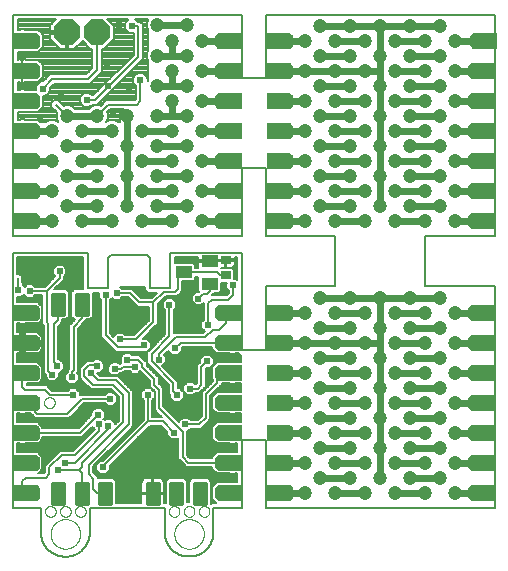
<source format=gbl>
G75*
%MOIN*%
%OFA0B0*%
%FSLAX25Y25*%
%IPPOS*%
%LPD*%
%AMOC8*
5,1,8,0,0,1.08239X$1,22.5*
%
%ADD10C,0.00500*%
%ADD11C,0.00000*%
%ADD12C,0.02400*%
%ADD13C,0.01000*%
%ADD14R,0.05512X0.03937*%
%ADD15R,0.03543X0.02756*%
%ADD16C,0.00100*%
%ADD17C,0.05150*%
%ADD18OC8,0.08500*%
%ADD19C,0.02400*%
%ADD20C,0.00800*%
%ADD21C,0.02381*%
%ADD22C,0.01200*%
%ADD23C,0.04724*%
D10*
X0012550Y0010080D02*
X0012550Y0017580D01*
X0003175Y0017580D01*
X0003175Y0102541D01*
X0028175Y0102541D01*
X0028175Y0090705D01*
X0035050Y0090705D01*
X0035050Y0100901D01*
X0036027Y0101877D01*
X0047823Y0101877D01*
X0048800Y0100901D01*
X0048800Y0090705D01*
X0055675Y0090705D01*
X0055675Y0102580D01*
X0079425Y0102580D01*
X0079425Y0070080D01*
X0087550Y0070080D01*
X0087550Y0091330D01*
X0110675Y0091330D01*
X0110675Y0108205D01*
X0087550Y0108205D01*
X0087550Y0130705D01*
X0079425Y0130705D01*
X0079425Y0108205D01*
X0003175Y0108205D01*
X0003175Y0181955D01*
X0079425Y0181955D01*
X0079425Y0160705D01*
X0087550Y0160705D01*
X0087550Y0181955D01*
X0163800Y0181955D01*
X0163800Y0108205D01*
X0140675Y0108205D01*
X0140675Y0091330D01*
X0163800Y0091330D01*
X0163800Y0017580D01*
X0087550Y0017580D01*
X0087550Y0040080D01*
X0079425Y0040080D01*
X0079425Y0017580D01*
X0070050Y0017580D01*
X0070050Y0008830D01*
X0070032Y0008632D01*
X0070010Y0008435D01*
X0069983Y0008239D01*
X0069951Y0008043D01*
X0069914Y0007848D01*
X0069872Y0007654D01*
X0069826Y0007461D01*
X0069775Y0007269D01*
X0069720Y0007078D01*
X0069660Y0006889D01*
X0069595Y0006702D01*
X0069525Y0006516D01*
X0069452Y0006331D01*
X0069373Y0006149D01*
X0069291Y0005969D01*
X0069204Y0005790D01*
X0069112Y0005614D01*
X0069016Y0005440D01*
X0068917Y0005269D01*
X0068813Y0005100D01*
X0068705Y0004933D01*
X0068592Y0004770D01*
X0068476Y0004609D01*
X0068356Y0004451D01*
X0068233Y0004296D01*
X0068105Y0004143D01*
X0067974Y0003995D01*
X0067839Y0003849D01*
X0067701Y0003706D01*
X0067559Y0003568D01*
X0067414Y0003432D01*
X0067266Y0003300D01*
X0067114Y0003172D01*
X0066960Y0003047D01*
X0066802Y0002927D01*
X0066642Y0002810D01*
X0066479Y0002697D01*
X0066313Y0002588D01*
X0066144Y0002483D01*
X0065973Y0002383D01*
X0065800Y0002286D01*
X0065624Y0002194D01*
X0065446Y0002106D01*
X0065266Y0002022D01*
X0065084Y0001943D01*
X0064900Y0001869D01*
X0064715Y0001798D01*
X0064528Y0001733D01*
X0064339Y0001672D01*
X0064148Y0001615D01*
X0063957Y0001563D01*
X0063764Y0001516D01*
X0063570Y0001474D01*
X0063375Y0001436D01*
X0063180Y0001403D01*
X0062983Y0001375D01*
X0062786Y0001352D01*
X0062589Y0001333D01*
X0062391Y0001319D01*
X0062192Y0001310D01*
X0061994Y0001306D01*
X0061796Y0001307D01*
X0061597Y0001313D01*
X0061399Y0001323D01*
X0061201Y0001338D01*
X0061004Y0001358D01*
X0060807Y0001383D01*
X0060611Y0001413D01*
X0060415Y0001447D01*
X0060221Y0001486D01*
X0060027Y0001530D01*
X0059835Y0001579D01*
X0059643Y0001632D01*
X0059454Y0001690D01*
X0059265Y0001752D01*
X0059078Y0001819D01*
X0058893Y0001891D01*
X0058710Y0001967D01*
X0058529Y0002047D01*
X0058349Y0002132D01*
X0058172Y0002222D01*
X0057997Y0002315D01*
X0057824Y0002413D01*
X0057654Y0002515D01*
X0057486Y0002621D01*
X0057321Y0002731D01*
X0057159Y0002845D01*
X0056999Y0002963D01*
X0056843Y0003085D01*
X0056689Y0003211D01*
X0056539Y0003340D01*
X0056391Y0003473D01*
X0056247Y0003610D01*
X0056107Y0003750D01*
X0055969Y0003893D01*
X0055836Y0004040D01*
X0055706Y0004189D01*
X0055579Y0004342D01*
X0055457Y0004499D01*
X0055338Y0004657D01*
X0055223Y0004819D01*
X0055112Y0004984D01*
X0055005Y0005151D01*
X0054903Y0005321D01*
X0054804Y0005493D01*
X0054710Y0005668D01*
X0054619Y0005845D01*
X0054534Y0006024D01*
X0054452Y0006205D01*
X0054375Y0006387D01*
X0054303Y0006572D01*
X0054235Y0006759D01*
X0054172Y0006947D01*
X0054113Y0007136D01*
X0054059Y0007327D01*
X0054009Y0007519D01*
X0053964Y0007713D01*
X0053924Y0007907D01*
X0053889Y0008102D01*
X0053858Y0008298D01*
X0053833Y0008495D01*
X0053812Y0008693D01*
X0053796Y0008890D01*
X0053784Y0009088D01*
X0053778Y0009287D01*
X0053776Y0009485D01*
X0053779Y0009684D01*
X0053787Y0009882D01*
X0053800Y0010080D01*
X0053800Y0017580D01*
X0028800Y0017580D01*
X0028800Y0010080D01*
X0028814Y0009881D01*
X0028823Y0009681D01*
X0028828Y0009482D01*
X0028827Y0009282D01*
X0028822Y0009082D01*
X0028811Y0008883D01*
X0028796Y0008683D01*
X0028776Y0008485D01*
X0028751Y0008286D01*
X0028721Y0008089D01*
X0028687Y0007892D01*
X0028647Y0007696D01*
X0028603Y0007502D01*
X0028554Y0007308D01*
X0028500Y0007115D01*
X0028442Y0006924D01*
X0028379Y0006735D01*
X0028311Y0006547D01*
X0028239Y0006361D01*
X0028162Y0006176D01*
X0028081Y0005994D01*
X0027995Y0005813D01*
X0027905Y0005635D01*
X0027811Y0005459D01*
X0027712Y0005285D01*
X0027609Y0005114D01*
X0027502Y0004946D01*
X0027390Y0004780D01*
X0027275Y0004617D01*
X0027156Y0004456D01*
X0027033Y0004299D01*
X0026906Y0004145D01*
X0026775Y0003994D01*
X0026641Y0003846D01*
X0026503Y0003701D01*
X0026361Y0003560D01*
X0026216Y0003423D01*
X0026068Y0003289D01*
X0025917Y0003158D01*
X0025762Y0003032D01*
X0025605Y0002909D01*
X0025444Y0002790D01*
X0025281Y0002676D01*
X0025114Y0002565D01*
X0024946Y0002458D01*
X0024774Y0002355D01*
X0024600Y0002257D01*
X0024424Y0002163D01*
X0024245Y0002073D01*
X0024065Y0001988D01*
X0023882Y0001907D01*
X0023698Y0001831D01*
X0023511Y0001759D01*
X0023323Y0001692D01*
X0023133Y0001629D01*
X0022942Y0001572D01*
X0022750Y0001518D01*
X0022556Y0001470D01*
X0022361Y0001426D01*
X0022165Y0001387D01*
X0021968Y0001353D01*
X0021770Y0001324D01*
X0021572Y0001300D01*
X0021373Y0001280D01*
X0021174Y0001265D01*
X0020975Y0001256D01*
X0020775Y0001251D01*
X0020575Y0001251D01*
X0020375Y0001256D01*
X0020176Y0001265D01*
X0019977Y0001280D01*
X0019778Y0001300D01*
X0019580Y0001324D01*
X0019382Y0001353D01*
X0019185Y0001387D01*
X0018989Y0001426D01*
X0018794Y0001470D01*
X0018600Y0001518D01*
X0018408Y0001572D01*
X0018217Y0001629D01*
X0018027Y0001692D01*
X0017839Y0001759D01*
X0017652Y0001831D01*
X0017468Y0001907D01*
X0017285Y0001988D01*
X0017105Y0002073D01*
X0016926Y0002163D01*
X0016750Y0002257D01*
X0016576Y0002355D01*
X0016404Y0002458D01*
X0016236Y0002565D01*
X0016069Y0002676D01*
X0015906Y0002790D01*
X0015745Y0002909D01*
X0015588Y0003032D01*
X0015433Y0003158D01*
X0015282Y0003289D01*
X0015134Y0003423D01*
X0014989Y0003560D01*
X0014847Y0003701D01*
X0014709Y0003846D01*
X0014575Y0003994D01*
X0014444Y0004145D01*
X0014317Y0004299D01*
X0014194Y0004456D01*
X0014075Y0004617D01*
X0013960Y0004780D01*
X0013848Y0004946D01*
X0013741Y0005114D01*
X0013638Y0005285D01*
X0013539Y0005459D01*
X0013445Y0005635D01*
X0013355Y0005813D01*
X0013269Y0005994D01*
X0013188Y0006176D01*
X0013111Y0006361D01*
X0013039Y0006547D01*
X0012971Y0006735D01*
X0012908Y0006924D01*
X0012850Y0007115D01*
X0012796Y0007308D01*
X0012747Y0007502D01*
X0012703Y0007696D01*
X0012663Y0007892D01*
X0012629Y0008089D01*
X0012599Y0008286D01*
X0012574Y0008485D01*
X0012554Y0008683D01*
X0012539Y0008883D01*
X0012528Y0009082D01*
X0012523Y0009282D01*
X0012522Y0009482D01*
X0012527Y0009681D01*
X0012536Y0009881D01*
X0012550Y0010080D01*
X0013512Y0029030D02*
X0011493Y0029030D01*
X0012087Y0029625D01*
X0013025Y0030562D01*
X0013025Y0034598D01*
X0012381Y0035243D01*
X0011443Y0036180D01*
X0007081Y0036180D01*
X0007021Y0036205D01*
X0005579Y0036205D01*
X0005519Y0036180D01*
X0004675Y0036180D01*
X0004675Y0038980D01*
X0005519Y0038980D01*
X0005579Y0038955D01*
X0007021Y0038955D01*
X0007081Y0038980D01*
X0011443Y0038980D01*
X0012087Y0039625D01*
X0013025Y0040562D01*
X0013025Y0041130D01*
X0026276Y0041130D01*
X0027125Y0041980D01*
X0029684Y0044539D01*
X0029684Y0044465D01*
X0030409Y0043740D01*
X0023199Y0036530D01*
X0018824Y0036530D01*
X0014762Y0032468D01*
X0013912Y0031618D01*
X0013912Y0029431D01*
X0013512Y0029030D01*
X0013528Y0029046D02*
X0011509Y0029046D01*
X0012007Y0029545D02*
X0013912Y0029545D01*
X0013912Y0030043D02*
X0012506Y0030043D01*
X0013004Y0030542D02*
X0013912Y0030542D01*
X0013912Y0031040D02*
X0013025Y0031040D01*
X0013025Y0031539D02*
X0013912Y0031539D01*
X0014331Y0032037D02*
X0013025Y0032037D01*
X0013025Y0032536D02*
X0014830Y0032536D01*
X0015328Y0033034D02*
X0013025Y0033034D01*
X0013025Y0033533D02*
X0015827Y0033533D01*
X0016325Y0034031D02*
X0013025Y0034031D01*
X0013025Y0034530D02*
X0016824Y0034530D01*
X0017322Y0035028D02*
X0012595Y0035028D01*
X0012097Y0035527D02*
X0017821Y0035527D01*
X0018319Y0036025D02*
X0011598Y0036025D01*
X0011479Y0039016D02*
X0025685Y0039016D01*
X0025187Y0038518D02*
X0004675Y0038518D01*
X0004675Y0038019D02*
X0024688Y0038019D01*
X0024190Y0037521D02*
X0004675Y0037521D01*
X0004675Y0037022D02*
X0023691Y0037022D01*
X0026184Y0039515D02*
X0011978Y0039515D01*
X0012476Y0040013D02*
X0026682Y0040013D01*
X0027181Y0040512D02*
X0012975Y0040512D01*
X0013025Y0041010D02*
X0027679Y0041010D01*
X0028178Y0041509D02*
X0026654Y0041509D01*
X0027153Y0042007D02*
X0028676Y0042007D01*
X0029175Y0042506D02*
X0027651Y0042506D01*
X0028150Y0043004D02*
X0029673Y0043004D01*
X0030172Y0043503D02*
X0028648Y0043503D01*
X0029147Y0044001D02*
X0030148Y0044001D01*
X0029684Y0044500D02*
X0029645Y0044500D01*
X0027538Y0046494D02*
X0004675Y0046494D01*
X0004675Y0046180D02*
X0004675Y0048980D01*
X0005519Y0048980D01*
X0005579Y0048955D01*
X0007021Y0048955D01*
X0007081Y0048980D01*
X0009225Y0048980D01*
X0009225Y0048855D01*
X0010074Y0048005D01*
X0010699Y0047380D01*
X0021901Y0047380D01*
X0022750Y0048230D01*
X0026901Y0052380D01*
X0033956Y0052380D01*
X0034747Y0051590D01*
X0036603Y0051590D01*
X0037916Y0052902D01*
X0037916Y0054758D01*
X0036603Y0056071D01*
X0034747Y0056071D01*
X0033956Y0055280D01*
X0025699Y0055280D01*
X0025416Y0054996D01*
X0025416Y0056008D01*
X0024103Y0057321D01*
X0022247Y0057321D01*
X0021456Y0056530D01*
X0016276Y0056530D01*
X0014401Y0058405D01*
X0007838Y0058405D01*
X0007750Y0058493D01*
X0007750Y0058980D01*
X0011443Y0058980D01*
X0012087Y0059625D01*
X0013025Y0060562D01*
X0013025Y0064598D01*
X0012381Y0065243D01*
X0011443Y0066180D01*
X0007081Y0066180D01*
X0007021Y0066205D01*
X0005579Y0066205D01*
X0005519Y0066180D01*
X0004675Y0066180D01*
X0004675Y0068980D01*
X0004996Y0068980D01*
X0005184Y0068902D01*
X0005923Y0068755D01*
X0006050Y0068755D01*
X0006050Y0068980D01*
X0006550Y0068980D01*
X0006550Y0068755D01*
X0006677Y0068755D01*
X0007416Y0068902D01*
X0007604Y0068980D01*
X0011443Y0068980D01*
X0012087Y0069625D01*
X0013025Y0070562D01*
X0013025Y0074598D01*
X0012381Y0075243D01*
X0011443Y0076180D01*
X0007604Y0076180D01*
X0007416Y0076258D01*
X0006677Y0076405D01*
X0006550Y0076405D01*
X0006550Y0076180D01*
X0006050Y0076180D01*
X0006050Y0076405D01*
X0005923Y0076405D01*
X0005184Y0076258D01*
X0004996Y0076180D01*
X0004675Y0076180D01*
X0004675Y0078980D01*
X0005519Y0078980D01*
X0005579Y0078955D01*
X0007021Y0078955D01*
X0007081Y0078980D01*
X0011443Y0078980D01*
X0012087Y0079625D01*
X0012975Y0080512D01*
X0012975Y0078855D01*
X0013600Y0078230D01*
X0013600Y0062605D01*
X0014059Y0062145D01*
X0014059Y0061027D01*
X0015372Y0059715D01*
X0017228Y0059715D01*
X0018541Y0061027D01*
X0018541Y0062518D01*
X0018794Y0062518D01*
X0020112Y0063836D01*
X0020112Y0065700D01*
X0018794Y0067018D01*
X0018375Y0067018D01*
X0018375Y0078230D01*
X0018776Y0078630D01*
X0019625Y0079480D01*
X0019625Y0080339D01*
X0020945Y0080339D01*
X0021853Y0081247D01*
X0021853Y0089405D01*
X0020945Y0090313D01*
X0017021Y0090313D01*
X0019401Y0092693D01*
X0020250Y0093542D01*
X0020250Y0094612D01*
X0021041Y0095402D01*
X0021041Y0097258D01*
X0019728Y0098571D01*
X0017872Y0098571D01*
X0016559Y0097258D01*
X0016559Y0095402D01*
X0017284Y0094677D01*
X0013824Y0091218D01*
X0010519Y0091218D01*
X0009728Y0092008D01*
X0007872Y0092008D01*
X0007081Y0091218D01*
X0006500Y0091799D01*
X0006500Y0092556D01*
X0006187Y0092868D01*
X0006187Y0094743D01*
X0005338Y0095593D01*
X0004675Y0095593D01*
X0004675Y0101041D01*
X0026675Y0101041D01*
X0026675Y0090313D01*
X0023535Y0090313D01*
X0022627Y0089405D01*
X0022627Y0081247D01*
X0023535Y0080339D01*
X0023792Y0080339D01*
X0022434Y0078823D01*
X0022037Y0078427D01*
X0022037Y0078381D01*
X0022007Y0078347D01*
X0022037Y0077787D01*
X0022037Y0064118D01*
X0021413Y0063493D01*
X0021413Y0062736D01*
X0020622Y0061946D01*
X0020622Y0060090D01*
X0021934Y0058777D01*
X0023791Y0058777D01*
X0025103Y0060090D01*
X0025103Y0061946D01*
X0024535Y0062514D01*
X0024937Y0062917D01*
X0024937Y0077272D01*
X0027230Y0079831D01*
X0027627Y0080228D01*
X0027627Y0080274D01*
X0027658Y0080308D01*
X0027656Y0080339D01*
X0028819Y0080339D01*
X0029727Y0081247D01*
X0029727Y0089205D01*
X0031872Y0089205D01*
X0031872Y0087590D01*
X0032662Y0086799D01*
X0032662Y0074480D01*
X0033512Y0073630D01*
X0037574Y0069568D01*
X0045831Y0069568D01*
X0045997Y0069402D01*
X0047853Y0069402D01*
X0049166Y0070715D01*
X0049166Y0072571D01*
X0047853Y0073883D01*
X0046406Y0073883D01*
X0050639Y0078005D01*
X0050651Y0078005D01*
X0051068Y0078423D01*
X0051492Y0078835D01*
X0051492Y0078847D01*
X0051500Y0078855D01*
X0051500Y0079446D01*
X0051508Y0080036D01*
X0051500Y0080045D01*
X0051500Y0085417D01*
X0054088Y0088005D01*
X0057838Y0088005D01*
X0058776Y0088943D01*
X0059625Y0089792D01*
X0059625Y0091947D01*
X0059637Y0092999D01*
X0063285Y0092999D01*
X0063900Y0093614D01*
X0063900Y0094568D01*
X0064950Y0094568D01*
X0064950Y0089874D01*
X0065278Y0089546D01*
X0065240Y0089508D01*
X0064122Y0089508D01*
X0062809Y0088196D01*
X0062809Y0086340D01*
X0064122Y0085027D01*
X0065978Y0085027D01*
X0066725Y0085774D01*
X0066725Y0080236D01*
X0065934Y0079446D01*
X0065934Y0077590D01*
X0067128Y0076396D01*
X0066637Y0075905D01*
X0056949Y0075905D01*
X0056812Y0075768D01*
X0056812Y0083348D01*
X0057612Y0084148D01*
X0057612Y0086012D01*
X0056294Y0087330D01*
X0054431Y0087330D01*
X0053112Y0086012D01*
X0053112Y0084148D01*
X0053912Y0083348D01*
X0053912Y0075368D01*
X0048824Y0070280D01*
X0047975Y0069431D01*
X0047975Y0065730D01*
X0055162Y0058542D01*
X0055162Y0055730D01*
X0055612Y0055280D01*
X0055612Y0054148D01*
X0056931Y0052830D01*
X0058794Y0052830D01*
X0060112Y0054148D01*
X0060112Y0056012D01*
X0058794Y0057330D01*
X0058062Y0057330D01*
X0058062Y0059743D01*
X0057213Y0060593D01*
X0052972Y0064834D01*
X0054166Y0066027D01*
X0054166Y0067883D01*
X0053597Y0068452D01*
X0054997Y0069852D01*
X0054997Y0069777D01*
X0056309Y0068465D01*
X0058166Y0068465D01*
X0059478Y0069777D01*
X0059478Y0070895D01*
X0059713Y0071130D01*
X0069575Y0071130D01*
X0069575Y0070562D01*
X0070219Y0069918D01*
X0070219Y0069918D01*
X0070513Y0069625D01*
X0071157Y0068980D01*
X0075519Y0068980D01*
X0075579Y0068955D01*
X0077021Y0068955D01*
X0077081Y0068980D01*
X0078404Y0068980D01*
X0078804Y0068580D01*
X0079375Y0068580D01*
X0079375Y0066180D01*
X0077081Y0066180D01*
X0077021Y0066205D01*
X0075579Y0066205D01*
X0075519Y0066180D01*
X0071157Y0066180D01*
X0070513Y0065536D01*
X0069575Y0064598D01*
X0069575Y0060562D01*
X0069850Y0060287D01*
X0069850Y0059743D01*
X0066100Y0055993D01*
X0066100Y0048181D01*
X0064762Y0046843D01*
X0062394Y0046843D01*
X0061603Y0047633D01*
X0059747Y0047633D01*
X0058434Y0046321D01*
X0058434Y0046246D01*
X0053375Y0051306D01*
X0053375Y0057556D01*
X0052526Y0058405D01*
X0051812Y0059118D01*
X0051812Y0060993D01*
X0047750Y0065056D01*
X0047750Y0065993D01*
X0046901Y0066843D01*
X0045338Y0068405D01*
X0043019Y0068405D01*
X0042228Y0069196D01*
X0040372Y0069196D01*
X0039059Y0067883D01*
X0039059Y0066027D01*
X0039181Y0065905D01*
X0039137Y0065905D01*
X0038741Y0065509D01*
X0038169Y0066080D01*
X0036306Y0066080D01*
X0034988Y0064762D01*
X0034988Y0062898D01*
X0036306Y0061580D01*
X0038169Y0061580D01*
X0038969Y0062380D01*
X0039713Y0062380D01*
X0040338Y0063005D01*
X0042068Y0063005D01*
X0042868Y0062205D01*
X0044732Y0062205D01*
X0045616Y0063089D01*
X0048912Y0059792D01*
X0048912Y0057917D01*
X0050475Y0056355D01*
X0050475Y0050105D01*
X0051324Y0049255D01*
X0051324Y0049255D01*
X0052799Y0047780D01*
X0049625Y0047780D01*
X0049625Y0053348D01*
X0050425Y0054148D01*
X0050425Y0056012D01*
X0049107Y0057330D01*
X0047243Y0057330D01*
X0045925Y0056012D01*
X0045925Y0054148D01*
X0046725Y0053348D01*
X0046725Y0046931D01*
X0033062Y0033268D01*
X0032243Y0033268D01*
X0030925Y0031950D01*
X0030925Y0030086D01*
X0032243Y0028768D01*
X0034107Y0028768D01*
X0035425Y0030086D01*
X0035425Y0031530D01*
X0048776Y0044880D01*
X0052574Y0044880D01*
X0054675Y0042780D01*
X0054675Y0041648D01*
X0055993Y0040330D01*
X0057857Y0040330D01*
X0058287Y0040761D01*
X0058287Y0033855D01*
X0059137Y0033005D01*
X0060162Y0031980D01*
X0061012Y0031130D01*
X0069575Y0031130D01*
X0069575Y0030562D01*
X0070219Y0029918D01*
X0071157Y0028980D01*
X0075519Y0028980D01*
X0075579Y0028955D01*
X0077021Y0028955D01*
X0077081Y0028980D01*
X0077925Y0028980D01*
X0077925Y0026180D01*
X0077081Y0026180D01*
X0077021Y0026205D01*
X0075579Y0026205D01*
X0075519Y0026180D01*
X0071157Y0026180D01*
X0070513Y0025536D01*
X0069575Y0024598D01*
X0069575Y0020562D01*
X0070219Y0019918D01*
X0071057Y0019080D01*
X0069429Y0019080D01*
X0069097Y0018749D01*
X0069097Y0026413D01*
X0068189Y0027321D01*
X0062905Y0027321D01*
X0061997Y0026413D01*
X0061997Y0019352D01*
X0061324Y0019352D01*
X0061223Y0019310D01*
X0061223Y0026413D01*
X0060315Y0027321D01*
X0055031Y0027321D01*
X0054123Y0026413D01*
X0054123Y0019080D01*
X0053549Y0019080D01*
X0053549Y0022084D01*
X0050049Y0022084D01*
X0050049Y0019080D01*
X0049549Y0019080D01*
X0049549Y0022084D01*
X0050049Y0022084D01*
X0050049Y0022584D01*
X0053549Y0022584D01*
X0053549Y0026002D01*
X0053430Y0026447D01*
X0053199Y0026846D01*
X0052874Y0027172D01*
X0052474Y0027402D01*
X0052029Y0027521D01*
X0050049Y0027521D01*
X0050049Y0022584D01*
X0049549Y0022584D01*
X0049549Y0022084D01*
X0046049Y0022084D01*
X0046049Y0019080D01*
X0037601Y0019080D01*
X0037601Y0026413D01*
X0036693Y0027321D01*
X0031500Y0027321D01*
X0031500Y0027868D01*
X0030651Y0028718D01*
X0029937Y0029431D01*
X0029937Y0031355D01*
X0042526Y0043943D01*
X0043375Y0044792D01*
X0043375Y0056306D01*
X0039000Y0060681D01*
X0038151Y0061530D01*
X0032213Y0061530D01*
X0031362Y0062381D01*
X0031362Y0062527D01*
X0032228Y0062527D01*
X0033541Y0063840D01*
X0033541Y0065696D01*
X0032228Y0067008D01*
X0030372Y0067008D01*
X0029937Y0066573D01*
X0027930Y0066573D01*
X0027080Y0065724D01*
X0025475Y0064118D01*
X0025475Y0060730D01*
X0026324Y0059880D01*
X0029137Y0057068D01*
X0036012Y0057068D01*
X0038600Y0054480D01*
X0038600Y0046628D01*
X0037291Y0045348D01*
X0037291Y0045696D01*
X0035978Y0047008D01*
X0034122Y0047008D01*
X0033800Y0046686D01*
X0033382Y0047105D01*
X0033862Y0047586D01*
X0033862Y0049450D01*
X0032544Y0050768D01*
X0030681Y0050768D01*
X0029362Y0049450D01*
X0029362Y0048318D01*
X0025074Y0044030D01*
X0013025Y0044030D01*
X0013025Y0044598D01*
X0012381Y0045243D01*
X0011443Y0046180D01*
X0007081Y0046180D01*
X0007021Y0046205D01*
X0005579Y0046205D01*
X0005519Y0046180D01*
X0004675Y0046180D01*
X0004675Y0046992D02*
X0028037Y0046992D01*
X0028535Y0047491D02*
X0022011Y0047491D01*
X0022510Y0047989D02*
X0029034Y0047989D01*
X0029362Y0048488D02*
X0023008Y0048488D01*
X0023507Y0048986D02*
X0029362Y0048986D01*
X0029398Y0049485D02*
X0024005Y0049485D01*
X0024504Y0049983D02*
X0029896Y0049983D01*
X0030395Y0050482D02*
X0025002Y0050482D01*
X0025501Y0050980D02*
X0038600Y0050980D01*
X0038600Y0050482D02*
X0032830Y0050482D01*
X0033329Y0049983D02*
X0038600Y0049983D01*
X0038600Y0049485D02*
X0033827Y0049485D01*
X0033862Y0048986D02*
X0038600Y0048986D01*
X0038600Y0048488D02*
X0033862Y0048488D01*
X0033862Y0047989D02*
X0038600Y0047989D01*
X0038600Y0047491D02*
X0033768Y0047491D01*
X0033494Y0046992D02*
X0034106Y0046992D01*
X0035994Y0046992D02*
X0038600Y0046992D01*
X0038463Y0046494D02*
X0036492Y0046494D01*
X0036991Y0045995D02*
X0037953Y0045995D01*
X0037442Y0045497D02*
X0037291Y0045497D01*
X0040590Y0042007D02*
X0041801Y0042007D01*
X0041303Y0041509D02*
X0040092Y0041509D01*
X0039593Y0041010D02*
X0040804Y0041010D01*
X0040306Y0040512D02*
X0039095Y0040512D01*
X0038596Y0040013D02*
X0039807Y0040013D01*
X0039309Y0039515D02*
X0038098Y0039515D01*
X0037599Y0039016D02*
X0038810Y0039016D01*
X0038312Y0038518D02*
X0037101Y0038518D01*
X0036602Y0038019D02*
X0037813Y0038019D01*
X0037315Y0037521D02*
X0036104Y0037521D01*
X0035605Y0037022D02*
X0036816Y0037022D01*
X0036318Y0036524D02*
X0035107Y0036524D01*
X0034608Y0036025D02*
X0035819Y0036025D01*
X0035321Y0035527D02*
X0034109Y0035527D01*
X0033611Y0035028D02*
X0034822Y0035028D01*
X0034324Y0034530D02*
X0033112Y0034530D01*
X0032614Y0034031D02*
X0033825Y0034031D01*
X0033327Y0033533D02*
X0032115Y0033533D01*
X0032009Y0033034D02*
X0031617Y0033034D01*
X0031511Y0032536D02*
X0031118Y0032536D01*
X0031012Y0032037D02*
X0030620Y0032037D01*
X0030925Y0031539D02*
X0030121Y0031539D01*
X0029937Y0031040D02*
X0030925Y0031040D01*
X0030925Y0030542D02*
X0029937Y0030542D01*
X0029937Y0030043D02*
X0030968Y0030043D01*
X0031466Y0029545D02*
X0029937Y0029545D01*
X0030322Y0029046D02*
X0031965Y0029046D01*
X0031319Y0028049D02*
X0077925Y0028049D01*
X0077925Y0028547D02*
X0030821Y0028547D01*
X0031500Y0027550D02*
X0077925Y0027550D01*
X0077925Y0027052D02*
X0068458Y0027052D01*
X0068957Y0026553D02*
X0077925Y0026553D01*
X0071032Y0026055D02*
X0069097Y0026055D01*
X0069097Y0025556D02*
X0070533Y0025556D01*
X0070035Y0025058D02*
X0069097Y0025058D01*
X0069097Y0024559D02*
X0069575Y0024559D01*
X0069575Y0024061D02*
X0069097Y0024061D01*
X0069097Y0023562D02*
X0069575Y0023562D01*
X0069575Y0023064D02*
X0069097Y0023064D01*
X0069097Y0022565D02*
X0069575Y0022565D01*
X0069575Y0022067D02*
X0069097Y0022067D01*
X0069097Y0021568D02*
X0069575Y0021568D01*
X0069575Y0021070D02*
X0069097Y0021070D01*
X0069097Y0020571D02*
X0069575Y0020571D01*
X0069097Y0020073D02*
X0070064Y0020073D01*
X0070563Y0019574D02*
X0069097Y0019574D01*
X0069097Y0019076D02*
X0069424Y0019076D01*
X0061997Y0019574D02*
X0061223Y0019574D01*
X0061223Y0020073D02*
X0061997Y0020073D01*
X0061997Y0020571D02*
X0061223Y0020571D01*
X0061223Y0021070D02*
X0061997Y0021070D01*
X0061997Y0021568D02*
X0061223Y0021568D01*
X0061223Y0022067D02*
X0061997Y0022067D01*
X0061997Y0022565D02*
X0061223Y0022565D01*
X0061223Y0023064D02*
X0061997Y0023064D01*
X0061997Y0023562D02*
X0061223Y0023562D01*
X0061223Y0024061D02*
X0061997Y0024061D01*
X0061997Y0024559D02*
X0061223Y0024559D01*
X0061223Y0025058D02*
X0061997Y0025058D01*
X0061997Y0025556D02*
X0061223Y0025556D01*
X0061223Y0026055D02*
X0061997Y0026055D01*
X0062137Y0026553D02*
X0061083Y0026553D01*
X0060584Y0027052D02*
X0062636Y0027052D01*
X0060604Y0031539D02*
X0035434Y0031539D01*
X0035425Y0031040D02*
X0069575Y0031040D01*
X0069596Y0030542D02*
X0035425Y0030542D01*
X0035382Y0030043D02*
X0070094Y0030043D01*
X0070593Y0029545D02*
X0034884Y0029545D01*
X0034385Y0029046D02*
X0071091Y0029046D01*
X0069575Y0034030D02*
X0062213Y0034030D01*
X0061187Y0035056D01*
X0061187Y0043152D01*
X0061603Y0043152D01*
X0062394Y0043943D01*
X0065963Y0043943D01*
X0066812Y0044792D01*
X0068151Y0046130D01*
X0069000Y0046980D01*
X0069000Y0054792D01*
X0071901Y0057693D01*
X0072750Y0058542D01*
X0072750Y0058980D01*
X0075519Y0058980D01*
X0075579Y0058955D01*
X0077021Y0058955D01*
X0077081Y0058980D01*
X0079375Y0058980D01*
X0079375Y0056180D01*
X0077081Y0056180D01*
X0077021Y0056205D01*
X0075579Y0056205D01*
X0075519Y0056180D01*
X0071157Y0056180D01*
X0070513Y0055536D01*
X0069575Y0054598D01*
X0069575Y0050562D01*
X0070219Y0049918D01*
X0071157Y0048980D01*
X0075519Y0048980D01*
X0075579Y0048955D01*
X0077021Y0048955D01*
X0077081Y0048980D01*
X0079375Y0048980D01*
X0079375Y0046180D01*
X0077081Y0046180D01*
X0077021Y0046205D01*
X0075579Y0046205D01*
X0075519Y0046180D01*
X0071157Y0046180D01*
X0070513Y0045536D01*
X0069575Y0044598D01*
X0069575Y0040562D01*
X0070219Y0039918D01*
X0071157Y0038980D01*
X0075519Y0038980D01*
X0075579Y0038955D01*
X0077021Y0038955D01*
X0077081Y0038980D01*
X0077925Y0038980D01*
X0077925Y0036180D01*
X0077081Y0036180D01*
X0077021Y0036205D01*
X0075579Y0036205D01*
X0075519Y0036180D01*
X0071157Y0036180D01*
X0070513Y0035536D01*
X0069575Y0034598D01*
X0069575Y0034030D01*
X0069575Y0034031D02*
X0062212Y0034031D01*
X0061714Y0034530D02*
X0069575Y0034530D01*
X0070005Y0035028D02*
X0061215Y0035028D01*
X0061187Y0035527D02*
X0070503Y0035527D01*
X0071002Y0036025D02*
X0061187Y0036025D01*
X0061187Y0036524D02*
X0077925Y0036524D01*
X0077925Y0037022D02*
X0061187Y0037022D01*
X0061187Y0037521D02*
X0077925Y0037521D01*
X0077925Y0038019D02*
X0061187Y0038019D01*
X0061187Y0038518D02*
X0077925Y0038518D01*
X0071121Y0039016D02*
X0061187Y0039016D01*
X0061187Y0039515D02*
X0070622Y0039515D01*
X0070124Y0040013D02*
X0061187Y0040013D01*
X0061187Y0040512D02*
X0069625Y0040512D01*
X0069575Y0041010D02*
X0061187Y0041010D01*
X0061187Y0041509D02*
X0069575Y0041509D01*
X0069575Y0042007D02*
X0061187Y0042007D01*
X0061187Y0042506D02*
X0069575Y0042506D01*
X0069575Y0043004D02*
X0061187Y0043004D01*
X0061954Y0043503D02*
X0069575Y0043503D01*
X0069575Y0044001D02*
X0066022Y0044001D01*
X0066520Y0044500D02*
X0069575Y0044500D01*
X0069975Y0044998D02*
X0067019Y0044998D01*
X0067517Y0045497D02*
X0070473Y0045497D01*
X0070972Y0045995D02*
X0068016Y0045995D01*
X0068514Y0046494D02*
X0079375Y0046494D01*
X0079375Y0046992D02*
X0069000Y0046992D01*
X0069000Y0047491D02*
X0079375Y0047491D01*
X0079375Y0047989D02*
X0069000Y0047989D01*
X0069000Y0048488D02*
X0079375Y0048488D01*
X0079375Y0056464D02*
X0070672Y0056464D01*
X0070942Y0055966D02*
X0070173Y0055966D01*
X0070444Y0055467D02*
X0069675Y0055467D01*
X0069945Y0054969D02*
X0069176Y0054969D01*
X0069000Y0054470D02*
X0069575Y0054470D01*
X0069575Y0053972D02*
X0069000Y0053972D01*
X0069000Y0053473D02*
X0069575Y0053473D01*
X0069575Y0052975D02*
X0069000Y0052975D01*
X0069000Y0052476D02*
X0069575Y0052476D01*
X0069575Y0051978D02*
X0069000Y0051978D01*
X0069000Y0051479D02*
X0069575Y0051479D01*
X0069575Y0050980D02*
X0069000Y0050980D01*
X0069000Y0050482D02*
X0069655Y0050482D01*
X0070154Y0049983D02*
X0069000Y0049983D01*
X0069000Y0049485D02*
X0070652Y0049485D01*
X0071151Y0048986D02*
X0069000Y0048986D01*
X0066100Y0048986D02*
X0055694Y0048986D01*
X0056193Y0048488D02*
X0066100Y0048488D01*
X0065909Y0047989D02*
X0056691Y0047989D01*
X0057190Y0047491D02*
X0059605Y0047491D01*
X0059106Y0046992D02*
X0057688Y0046992D01*
X0058187Y0046494D02*
X0058608Y0046494D01*
X0061745Y0047491D02*
X0065410Y0047491D01*
X0064912Y0046992D02*
X0062244Y0046992D01*
X0066100Y0049485D02*
X0055196Y0049485D01*
X0054697Y0049983D02*
X0066100Y0049983D01*
X0066100Y0050482D02*
X0054199Y0050482D01*
X0053700Y0050980D02*
X0066100Y0050980D01*
X0066100Y0051479D02*
X0053375Y0051479D01*
X0053375Y0051978D02*
X0066100Y0051978D01*
X0066100Y0052476D02*
X0053375Y0052476D01*
X0053375Y0052975D02*
X0056786Y0052975D01*
X0056288Y0053473D02*
X0053375Y0053473D01*
X0053375Y0053972D02*
X0055789Y0053972D01*
X0055612Y0054470D02*
X0053375Y0054470D01*
X0053375Y0054969D02*
X0055612Y0054969D01*
X0055425Y0055467D02*
X0053375Y0055467D01*
X0053375Y0055966D02*
X0055162Y0055966D01*
X0055162Y0056464D02*
X0053375Y0056464D01*
X0053375Y0056963D02*
X0055162Y0056963D01*
X0055162Y0057461D02*
X0053375Y0057461D01*
X0052971Y0057960D02*
X0055162Y0057960D01*
X0055162Y0058458D02*
X0052473Y0058458D01*
X0051974Y0058957D02*
X0054748Y0058957D01*
X0054249Y0059455D02*
X0051812Y0059455D01*
X0051812Y0059954D02*
X0053751Y0059954D01*
X0053252Y0060452D02*
X0051812Y0060452D01*
X0051812Y0060951D02*
X0052754Y0060951D01*
X0052255Y0061449D02*
X0051357Y0061449D01*
X0051757Y0061948D02*
X0050858Y0061948D01*
X0051258Y0062446D02*
X0050360Y0062446D01*
X0050760Y0062945D02*
X0049861Y0062945D01*
X0050261Y0063443D02*
X0049363Y0063443D01*
X0049763Y0063942D02*
X0048864Y0063942D01*
X0049264Y0064440D02*
X0048366Y0064440D01*
X0048766Y0064939D02*
X0047867Y0064939D01*
X0047750Y0065437D02*
X0048267Y0065437D01*
X0047975Y0065936D02*
X0047750Y0065936D01*
X0047975Y0066434D02*
X0047309Y0066434D01*
X0046810Y0066933D02*
X0047975Y0066933D01*
X0047975Y0067431D02*
X0046312Y0067431D01*
X0045813Y0067930D02*
X0047975Y0067930D01*
X0047975Y0068428D02*
X0042995Y0068428D01*
X0042497Y0068927D02*
X0047975Y0068927D01*
X0047975Y0069425D02*
X0047876Y0069425D01*
X0048375Y0069924D02*
X0048468Y0069924D01*
X0048873Y0070422D02*
X0048967Y0070422D01*
X0049166Y0070921D02*
X0049465Y0070921D01*
X0049166Y0071419D02*
X0049964Y0071419D01*
X0050462Y0071918D02*
X0049166Y0071918D01*
X0049166Y0072416D02*
X0050961Y0072416D01*
X0051459Y0072915D02*
X0048821Y0072915D01*
X0048323Y0073414D02*
X0051958Y0073414D01*
X0052456Y0073912D02*
X0046435Y0073912D01*
X0046947Y0074411D02*
X0052955Y0074411D01*
X0053453Y0074909D02*
X0047459Y0074909D01*
X0047971Y0075408D02*
X0053912Y0075408D01*
X0053912Y0075906D02*
X0048483Y0075906D01*
X0048995Y0076405D02*
X0053912Y0076405D01*
X0053912Y0076903D02*
X0049507Y0076903D01*
X0050019Y0077402D02*
X0053912Y0077402D01*
X0053912Y0077900D02*
X0050531Y0077900D01*
X0051044Y0078399D02*
X0053912Y0078399D01*
X0053912Y0078897D02*
X0051500Y0078897D01*
X0051500Y0079396D02*
X0053912Y0079396D01*
X0053912Y0079894D02*
X0051506Y0079894D01*
X0051500Y0080393D02*
X0053912Y0080393D01*
X0053912Y0080891D02*
X0051500Y0080891D01*
X0051500Y0081390D02*
X0053912Y0081390D01*
X0053912Y0081888D02*
X0051500Y0081888D01*
X0051500Y0082387D02*
X0053912Y0082387D01*
X0053912Y0082885D02*
X0051500Y0082885D01*
X0051500Y0083384D02*
X0053877Y0083384D01*
X0053379Y0083882D02*
X0051500Y0083882D01*
X0051500Y0084381D02*
X0053112Y0084381D01*
X0053112Y0084879D02*
X0051500Y0084879D01*
X0051500Y0085378D02*
X0053112Y0085378D01*
X0053112Y0085876D02*
X0051959Y0085876D01*
X0052458Y0086375D02*
X0053475Y0086375D01*
X0053974Y0086873D02*
X0052956Y0086873D01*
X0053455Y0087372D02*
X0062809Y0087372D01*
X0062809Y0087870D02*
X0053953Y0087870D01*
X0056751Y0086873D02*
X0062809Y0086873D01*
X0062809Y0086375D02*
X0057250Y0086375D01*
X0057612Y0085876D02*
X0063273Y0085876D01*
X0063771Y0085378D02*
X0057612Y0085378D01*
X0057612Y0084879D02*
X0066725Y0084879D01*
X0066725Y0084381D02*
X0057612Y0084381D01*
X0057346Y0083882D02*
X0066725Y0083882D01*
X0066725Y0083384D02*
X0056848Y0083384D01*
X0056812Y0082885D02*
X0066725Y0082885D01*
X0066725Y0082387D02*
X0056812Y0082387D01*
X0056812Y0081888D02*
X0066725Y0081888D01*
X0066725Y0081390D02*
X0056812Y0081390D01*
X0056812Y0080891D02*
X0066725Y0080891D01*
X0066725Y0080393D02*
X0056812Y0080393D01*
X0056812Y0079894D02*
X0066383Y0079894D01*
X0065934Y0079396D02*
X0056812Y0079396D01*
X0056812Y0078897D02*
X0065934Y0078897D01*
X0065934Y0078399D02*
X0056812Y0078399D01*
X0056812Y0077900D02*
X0065934Y0077900D01*
X0066123Y0077402D02*
X0056812Y0077402D01*
X0056812Y0076903D02*
X0066621Y0076903D01*
X0067120Y0076405D02*
X0056812Y0076405D01*
X0056812Y0075906D02*
X0066638Y0075906D01*
X0069575Y0070921D02*
X0059504Y0070921D01*
X0059478Y0070422D02*
X0069715Y0070422D01*
X0070213Y0069924D02*
X0059478Y0069924D01*
X0059126Y0069425D02*
X0070712Y0069425D01*
X0070513Y0069625D02*
X0070513Y0069625D01*
X0068933Y0068428D02*
X0079375Y0068428D01*
X0079375Y0067930D02*
X0069431Y0067930D01*
X0069930Y0067431D02*
X0079375Y0067431D01*
X0079375Y0066933D02*
X0070103Y0066933D01*
X0070103Y0067258D02*
X0068791Y0068571D01*
X0066934Y0068571D01*
X0065622Y0067258D01*
X0065622Y0066140D01*
X0064537Y0065056D01*
X0064537Y0059118D01*
X0064137Y0058718D01*
X0063969Y0058718D01*
X0063169Y0059518D01*
X0061306Y0059518D01*
X0059987Y0058200D01*
X0059987Y0056336D01*
X0061306Y0055018D01*
X0063169Y0055018D01*
X0063969Y0055818D01*
X0065338Y0055818D01*
X0066187Y0056667D01*
X0066588Y0057068D01*
X0067437Y0057917D01*
X0067437Y0063855D01*
X0067673Y0064090D01*
X0068791Y0064090D01*
X0070103Y0065402D01*
X0070103Y0067258D01*
X0070103Y0066434D02*
X0079375Y0066434D01*
X0078457Y0068927D02*
X0058628Y0068927D01*
X0055847Y0068927D02*
X0054072Y0068927D01*
X0053620Y0068428D02*
X0066792Y0068428D01*
X0066294Y0067930D02*
X0054119Y0067930D01*
X0054166Y0067431D02*
X0065795Y0067431D01*
X0065622Y0066933D02*
X0054166Y0066933D01*
X0054166Y0066434D02*
X0065622Y0066434D01*
X0065418Y0065936D02*
X0054074Y0065936D01*
X0053576Y0065437D02*
X0064919Y0065437D01*
X0064537Y0064939D02*
X0053077Y0064939D01*
X0053366Y0064440D02*
X0064537Y0064440D01*
X0064537Y0063942D02*
X0053864Y0063942D01*
X0054363Y0063443D02*
X0064537Y0063443D01*
X0064537Y0062945D02*
X0054861Y0062945D01*
X0055360Y0062446D02*
X0064537Y0062446D01*
X0064537Y0061948D02*
X0055858Y0061948D01*
X0056357Y0061449D02*
X0064537Y0061449D01*
X0064537Y0060951D02*
X0056855Y0060951D01*
X0057354Y0060452D02*
X0064537Y0060452D01*
X0064537Y0059954D02*
X0057852Y0059954D01*
X0058062Y0059455D02*
X0061243Y0059455D01*
X0060744Y0058957D02*
X0058062Y0058957D01*
X0058062Y0058458D02*
X0060246Y0058458D01*
X0059987Y0057960D02*
X0058062Y0057960D01*
X0058062Y0057461D02*
X0059987Y0057461D01*
X0059987Y0056963D02*
X0059162Y0056963D01*
X0059661Y0056464D02*
X0059987Y0056464D01*
X0060112Y0055966D02*
X0060358Y0055966D01*
X0060112Y0055467D02*
X0060856Y0055467D01*
X0060112Y0054969D02*
X0066100Y0054969D01*
X0066100Y0055467D02*
X0063619Y0055467D01*
X0065486Y0055966D02*
X0066100Y0055966D01*
X0065984Y0056464D02*
X0066571Y0056464D01*
X0066187Y0056667D02*
X0066187Y0056667D01*
X0066483Y0056963D02*
X0067069Y0056963D01*
X0066982Y0057461D02*
X0067568Y0057461D01*
X0067437Y0057960D02*
X0068066Y0057960D01*
X0068565Y0058458D02*
X0067437Y0058458D01*
X0067437Y0058957D02*
X0069063Y0058957D01*
X0069562Y0059455D02*
X0067437Y0059455D01*
X0067437Y0059954D02*
X0069850Y0059954D01*
X0069685Y0060452D02*
X0067437Y0060452D01*
X0067437Y0060951D02*
X0069575Y0060951D01*
X0069575Y0061449D02*
X0067437Y0061449D01*
X0067437Y0061948D02*
X0069575Y0061948D01*
X0069575Y0062446D02*
X0067437Y0062446D01*
X0067437Y0062945D02*
X0069575Y0062945D01*
X0069575Y0063443D02*
X0067437Y0063443D01*
X0067525Y0063942D02*
X0069575Y0063942D01*
X0069575Y0064440D02*
X0069141Y0064440D01*
X0069640Y0064939D02*
X0069915Y0064939D01*
X0070103Y0065437D02*
X0070414Y0065437D01*
X0070103Y0065936D02*
X0070912Y0065936D01*
X0072750Y0058957D02*
X0075576Y0058957D01*
X0077024Y0058957D02*
X0079375Y0058957D01*
X0079375Y0058458D02*
X0072666Y0058458D01*
X0072168Y0057960D02*
X0079375Y0057960D01*
X0079375Y0057461D02*
X0071669Y0057461D01*
X0071170Y0056963D02*
X0079375Y0056963D01*
X0066100Y0054470D02*
X0060112Y0054470D01*
X0059936Y0053972D02*
X0066100Y0053972D01*
X0066100Y0053473D02*
X0059437Y0053473D01*
X0058939Y0052975D02*
X0066100Y0052975D01*
X0064376Y0058957D02*
X0063731Y0058957D01*
X0063232Y0059455D02*
X0064537Y0059455D01*
X0055349Y0069425D02*
X0054571Y0069425D01*
X0047255Y0061449D02*
X0038232Y0061449D01*
X0038537Y0061948D02*
X0046757Y0061948D01*
X0046258Y0062446D02*
X0044973Y0062446D01*
X0045471Y0062945D02*
X0045760Y0062945D01*
X0047754Y0060951D02*
X0038730Y0060951D01*
X0039229Y0060452D02*
X0048252Y0060452D01*
X0048751Y0059954D02*
X0039727Y0059954D01*
X0040226Y0059455D02*
X0048912Y0059455D01*
X0048912Y0058957D02*
X0040724Y0058957D01*
X0041223Y0058458D02*
X0048912Y0058458D01*
X0048912Y0057960D02*
X0041721Y0057960D01*
X0042220Y0057461D02*
X0049368Y0057461D01*
X0049475Y0056963D02*
X0049867Y0056963D01*
X0049973Y0056464D02*
X0050366Y0056464D01*
X0050425Y0055966D02*
X0050475Y0055966D01*
X0050475Y0055467D02*
X0050425Y0055467D01*
X0050425Y0054969D02*
X0050475Y0054969D01*
X0050475Y0054470D02*
X0050425Y0054470D01*
X0050475Y0053972D02*
X0050248Y0053972D01*
X0050475Y0053473D02*
X0049750Y0053473D01*
X0049625Y0052975D02*
X0050475Y0052975D01*
X0050475Y0052476D02*
X0049625Y0052476D01*
X0049625Y0051978D02*
X0050475Y0051978D01*
X0050475Y0051479D02*
X0049625Y0051479D01*
X0049625Y0050980D02*
X0050475Y0050980D01*
X0050475Y0050482D02*
X0049625Y0050482D01*
X0049625Y0049983D02*
X0050596Y0049983D01*
X0051095Y0049485D02*
X0049625Y0049485D01*
X0049625Y0048986D02*
X0051593Y0048986D01*
X0052092Y0048488D02*
X0049625Y0048488D01*
X0049625Y0047989D02*
X0052590Y0047989D01*
X0052955Y0044500D02*
X0048395Y0044500D01*
X0047897Y0044001D02*
X0053453Y0044001D01*
X0053952Y0043503D02*
X0047398Y0043503D01*
X0046900Y0043004D02*
X0054450Y0043004D01*
X0054675Y0042506D02*
X0046401Y0042506D01*
X0045903Y0042007D02*
X0054675Y0042007D01*
X0054814Y0041509D02*
X0045404Y0041509D01*
X0044906Y0041010D02*
X0055313Y0041010D01*
X0055811Y0040512D02*
X0044407Y0040512D01*
X0043909Y0040013D02*
X0058287Y0040013D01*
X0058287Y0039515D02*
X0043410Y0039515D01*
X0042912Y0039016D02*
X0058287Y0039016D01*
X0058287Y0038518D02*
X0042413Y0038518D01*
X0041915Y0038019D02*
X0058287Y0038019D01*
X0058287Y0037521D02*
X0041416Y0037521D01*
X0040918Y0037022D02*
X0058287Y0037022D01*
X0058287Y0036524D02*
X0040419Y0036524D01*
X0039921Y0036025D02*
X0058287Y0036025D01*
X0058287Y0035527D02*
X0039422Y0035527D01*
X0038923Y0035028D02*
X0058287Y0035028D01*
X0058287Y0034530D02*
X0038425Y0034530D01*
X0037926Y0034031D02*
X0058287Y0034031D01*
X0058610Y0033533D02*
X0037428Y0033533D01*
X0036929Y0033034D02*
X0059108Y0033034D01*
X0059137Y0033005D02*
X0059137Y0033005D01*
X0059607Y0032536D02*
X0036431Y0032536D01*
X0035932Y0032037D02*
X0060105Y0032037D01*
X0060162Y0031980D02*
X0060162Y0031980D01*
X0054762Y0027052D02*
X0052993Y0027052D01*
X0053368Y0026553D02*
X0054263Y0026553D01*
X0054123Y0026055D02*
X0053535Y0026055D01*
X0053549Y0025556D02*
X0054123Y0025556D01*
X0054123Y0025058D02*
X0053549Y0025058D01*
X0053549Y0024559D02*
X0054123Y0024559D01*
X0054123Y0024061D02*
X0053549Y0024061D01*
X0053549Y0023562D02*
X0054123Y0023562D01*
X0054123Y0023064D02*
X0053549Y0023064D01*
X0054123Y0022565D02*
X0050049Y0022565D01*
X0050049Y0022067D02*
X0049549Y0022067D01*
X0049549Y0022565D02*
X0037601Y0022565D01*
X0037601Y0022067D02*
X0046049Y0022067D01*
X0046049Y0021568D02*
X0037601Y0021568D01*
X0037601Y0021070D02*
X0046049Y0021070D01*
X0046049Y0020571D02*
X0037601Y0020571D01*
X0037601Y0020073D02*
X0046049Y0020073D01*
X0046049Y0019574D02*
X0037601Y0019574D01*
X0037601Y0023064D02*
X0046049Y0023064D01*
X0046049Y0022584D02*
X0049549Y0022584D01*
X0049549Y0027521D01*
X0047569Y0027521D01*
X0047124Y0027402D01*
X0046724Y0027172D01*
X0046399Y0026846D01*
X0046168Y0026447D01*
X0046049Y0026002D01*
X0046049Y0022584D01*
X0046049Y0023562D02*
X0037601Y0023562D01*
X0037601Y0024061D02*
X0046049Y0024061D01*
X0046049Y0024559D02*
X0037601Y0024559D01*
X0037601Y0025058D02*
X0046049Y0025058D01*
X0046049Y0025556D02*
X0037601Y0025556D01*
X0037601Y0026055D02*
X0046063Y0026055D01*
X0046230Y0026553D02*
X0037461Y0026553D01*
X0036962Y0027052D02*
X0046605Y0027052D01*
X0049549Y0027052D02*
X0050049Y0027052D01*
X0050049Y0026553D02*
X0049549Y0026553D01*
X0049549Y0026055D02*
X0050049Y0026055D01*
X0050049Y0025556D02*
X0049549Y0025556D01*
X0049549Y0025058D02*
X0050049Y0025058D01*
X0050049Y0024559D02*
X0049549Y0024559D01*
X0049549Y0024061D02*
X0050049Y0024061D01*
X0050049Y0023562D02*
X0049549Y0023562D01*
X0049549Y0023064D02*
X0050049Y0023064D01*
X0050049Y0021568D02*
X0049549Y0021568D01*
X0049549Y0021070D02*
X0050049Y0021070D01*
X0050049Y0020571D02*
X0049549Y0020571D01*
X0049549Y0020073D02*
X0050049Y0020073D01*
X0050049Y0019574D02*
X0049549Y0019574D01*
X0053549Y0019574D02*
X0054123Y0019574D01*
X0054123Y0020073D02*
X0053549Y0020073D01*
X0053549Y0020571D02*
X0054123Y0020571D01*
X0054123Y0021070D02*
X0053549Y0021070D01*
X0053549Y0021568D02*
X0054123Y0021568D01*
X0054123Y0022067D02*
X0053549Y0022067D01*
X0058038Y0040512D02*
X0058287Y0040512D01*
X0046725Y0046992D02*
X0043375Y0046992D01*
X0043375Y0046494D02*
X0046288Y0046494D01*
X0045790Y0045995D02*
X0043375Y0045995D01*
X0043375Y0045497D02*
X0045291Y0045497D01*
X0044793Y0044998D02*
X0043375Y0044998D01*
X0043083Y0044500D02*
X0044294Y0044500D01*
X0043795Y0044001D02*
X0042584Y0044001D01*
X0042526Y0043943D02*
X0042526Y0043943D01*
X0042086Y0043503D02*
X0043297Y0043503D01*
X0042798Y0043004D02*
X0041587Y0043004D01*
X0041089Y0042506D02*
X0042300Y0042506D01*
X0043375Y0047491D02*
X0046725Y0047491D01*
X0046725Y0047989D02*
X0043375Y0047989D01*
X0043375Y0048488D02*
X0046725Y0048488D01*
X0046725Y0048986D02*
X0043375Y0048986D01*
X0043375Y0049485D02*
X0046725Y0049485D01*
X0046725Y0049983D02*
X0043375Y0049983D01*
X0043375Y0050482D02*
X0046725Y0050482D01*
X0046725Y0050980D02*
X0043375Y0050980D01*
X0043375Y0051479D02*
X0046725Y0051479D01*
X0046725Y0051978D02*
X0043375Y0051978D01*
X0043375Y0052476D02*
X0046725Y0052476D01*
X0046725Y0052975D02*
X0043375Y0052975D01*
X0043375Y0053473D02*
X0046600Y0053473D01*
X0046102Y0053972D02*
X0043375Y0053972D01*
X0043375Y0054470D02*
X0045925Y0054470D01*
X0045925Y0054969D02*
X0043375Y0054969D01*
X0043375Y0055467D02*
X0045925Y0055467D01*
X0045925Y0055966D02*
X0043375Y0055966D01*
X0043217Y0056464D02*
X0046377Y0056464D01*
X0046875Y0056963D02*
X0042718Y0056963D01*
X0038600Y0054470D02*
X0037916Y0054470D01*
X0037916Y0053972D02*
X0038600Y0053972D01*
X0038600Y0053473D02*
X0037916Y0053473D01*
X0037916Y0052975D02*
X0038600Y0052975D01*
X0038600Y0052476D02*
X0037489Y0052476D01*
X0036991Y0051978D02*
X0038600Y0051978D01*
X0038600Y0051479D02*
X0025999Y0051479D01*
X0026498Y0051978D02*
X0034359Y0051978D01*
X0034143Y0055467D02*
X0025416Y0055467D01*
X0025416Y0055966D02*
X0034642Y0055966D01*
X0036117Y0056963D02*
X0024461Y0056963D01*
X0024960Y0056464D02*
X0036616Y0056464D01*
X0036708Y0055966D02*
X0037114Y0055966D01*
X0037207Y0055467D02*
X0037613Y0055467D01*
X0037705Y0054969D02*
X0038111Y0054969D01*
X0035938Y0061948D02*
X0031796Y0061948D01*
X0031362Y0062446D02*
X0035439Y0062446D01*
X0034988Y0062945D02*
X0032646Y0062945D01*
X0033144Y0063443D02*
X0034988Y0063443D01*
X0034988Y0063942D02*
X0033541Y0063942D01*
X0033541Y0064440D02*
X0034988Y0064440D01*
X0035164Y0064939D02*
X0033541Y0064939D01*
X0033541Y0065437D02*
X0035663Y0065437D01*
X0036161Y0065936D02*
X0033301Y0065936D01*
X0032802Y0066434D02*
X0039059Y0066434D01*
X0039059Y0066933D02*
X0032303Y0066933D01*
X0030297Y0066933D02*
X0024937Y0066933D01*
X0024937Y0067431D02*
X0039059Y0067431D01*
X0039106Y0067930D02*
X0024937Y0067930D01*
X0024937Y0068428D02*
X0039605Y0068428D01*
X0040103Y0068927D02*
X0024937Y0068927D01*
X0024937Y0069425D02*
X0045974Y0069425D01*
X0043523Y0075124D02*
X0040675Y0075124D01*
X0039884Y0075915D01*
X0038028Y0075915D01*
X0036716Y0074602D01*
X0036716Y0074528D01*
X0035562Y0075681D01*
X0035562Y0086799D01*
X0036300Y0087537D01*
X0036934Y0086902D01*
X0038791Y0086902D01*
X0039581Y0087693D01*
X0041637Y0087693D01*
X0043912Y0085417D01*
X0044762Y0084568D01*
X0048600Y0084568D01*
X0048600Y0080067D01*
X0043523Y0075124D01*
X0043814Y0075408D02*
X0040391Y0075408D01*
X0039893Y0075906D02*
X0044326Y0075906D01*
X0044838Y0076405D02*
X0035562Y0076405D01*
X0035562Y0076903D02*
X0045350Y0076903D01*
X0045862Y0077402D02*
X0035562Y0077402D01*
X0035562Y0077900D02*
X0046374Y0077900D01*
X0046886Y0078399D02*
X0035562Y0078399D01*
X0035562Y0078897D02*
X0047398Y0078897D01*
X0047910Y0079396D02*
X0035562Y0079396D01*
X0035562Y0079894D02*
X0048422Y0079894D01*
X0048600Y0080393D02*
X0035562Y0080393D01*
X0035562Y0080891D02*
X0048600Y0080891D01*
X0048600Y0081390D02*
X0035562Y0081390D01*
X0035562Y0081888D02*
X0048600Y0081888D01*
X0048600Y0082387D02*
X0035562Y0082387D01*
X0035562Y0082885D02*
X0048600Y0082885D01*
X0048600Y0083384D02*
X0035562Y0083384D01*
X0035562Y0083882D02*
X0048600Y0083882D01*
X0048600Y0084381D02*
X0035562Y0084381D01*
X0035562Y0084879D02*
X0044450Y0084879D01*
X0043952Y0085378D02*
X0035562Y0085378D01*
X0035562Y0085876D02*
X0043453Y0085876D01*
X0042955Y0086375D02*
X0035562Y0086375D01*
X0035637Y0086873D02*
X0042456Y0086873D01*
X0041958Y0087372D02*
X0039260Y0087372D01*
X0039581Y0090593D02*
X0038966Y0091208D01*
X0047300Y0091208D01*
X0047300Y0090084D01*
X0048179Y0089205D01*
X0051187Y0089205D01*
X0049449Y0087468D01*
X0045963Y0087468D01*
X0042838Y0090593D01*
X0039581Y0090593D01*
X0039312Y0090861D02*
X0047300Y0090861D01*
X0047300Y0090363D02*
X0043068Y0090363D01*
X0043566Y0089864D02*
X0047520Y0089864D01*
X0048018Y0089366D02*
X0044065Y0089366D01*
X0044563Y0088867D02*
X0050849Y0088867D01*
X0050351Y0088369D02*
X0045062Y0088369D01*
X0045560Y0087870D02*
X0049852Y0087870D01*
X0058202Y0088369D02*
X0062982Y0088369D01*
X0063481Y0088867D02*
X0058700Y0088867D01*
X0059199Y0089366D02*
X0063980Y0089366D01*
X0064960Y0089864D02*
X0059625Y0089864D01*
X0059625Y0090363D02*
X0064950Y0090363D01*
X0064950Y0090861D02*
X0059625Y0090861D01*
X0059625Y0091360D02*
X0064950Y0091360D01*
X0064950Y0091858D02*
X0059625Y0091858D01*
X0059630Y0092357D02*
X0064950Y0092357D01*
X0064950Y0092855D02*
X0059636Y0092855D01*
X0063640Y0093354D02*
X0064950Y0093354D01*
X0064950Y0093852D02*
X0063900Y0093852D01*
X0063900Y0094351D02*
X0064950Y0094351D01*
X0064792Y0097468D02*
X0063900Y0097468D01*
X0063900Y0098421D01*
X0063285Y0099036D01*
X0057175Y0099036D01*
X0057175Y0101080D01*
X0064750Y0101080D01*
X0064750Y0100008D01*
X0068506Y0100008D01*
X0068506Y0099508D01*
X0064750Y0099508D01*
X0064750Y0097625D01*
X0064792Y0097468D01*
X0064750Y0097841D02*
X0063900Y0097841D01*
X0063900Y0098339D02*
X0064750Y0098339D01*
X0064750Y0098838D02*
X0063484Y0098838D01*
X0064750Y0099336D02*
X0057175Y0099336D01*
X0057175Y0099835D02*
X0068506Y0099835D01*
X0069006Y0099835D02*
X0071091Y0099835D01*
X0071091Y0099889D02*
X0073862Y0099889D01*
X0073862Y0100389D01*
X0072762Y0100389D01*
X0072762Y0100008D01*
X0069006Y0100008D01*
X0069006Y0099508D01*
X0071091Y0099508D01*
X0071091Y0099889D01*
X0072762Y0100333D02*
X0073862Y0100333D01*
X0073863Y0099889D02*
X0074362Y0099889D01*
X0074362Y0097511D01*
X0076049Y0097511D01*
X0076367Y0097597D01*
X0076652Y0097761D01*
X0076884Y0097994D01*
X0077049Y0098279D01*
X0077134Y0098597D01*
X0077134Y0099889D01*
X0074363Y0099889D01*
X0074363Y0100389D01*
X0077134Y0100389D01*
X0077134Y0101080D01*
X0077925Y0101080D01*
X0077925Y0093499D01*
X0077541Y0093883D01*
X0076934Y0093883D01*
X0076934Y0096834D01*
X0076319Y0097449D01*
X0072715Y0097449D01*
X0072731Y0097511D01*
X0073863Y0097511D01*
X0073863Y0099889D01*
X0073863Y0099835D02*
X0074362Y0099835D01*
X0074363Y0100333D02*
X0077925Y0100333D01*
X0077925Y0099835D02*
X0077134Y0099835D01*
X0077134Y0099336D02*
X0077925Y0099336D01*
X0077925Y0098838D02*
X0077134Y0098838D01*
X0077065Y0098339D02*
X0077925Y0098339D01*
X0077925Y0097841D02*
X0076731Y0097841D01*
X0076426Y0097342D02*
X0077925Y0097342D01*
X0077925Y0096844D02*
X0076925Y0096844D01*
X0076934Y0096345D02*
X0077925Y0096345D01*
X0077925Y0095847D02*
X0076934Y0095847D01*
X0076934Y0095348D02*
X0077925Y0095348D01*
X0077925Y0094849D02*
X0076934Y0094849D01*
X0076934Y0094351D02*
X0077925Y0094351D01*
X0077925Y0093852D02*
X0077571Y0093852D01*
X0074394Y0092593D02*
X0074372Y0092571D01*
X0074372Y0090715D01*
X0075163Y0089924D01*
X0075163Y0089118D01*
X0074449Y0088405D01*
X0069488Y0088405D01*
X0070206Y0089123D01*
X0070206Y0089259D01*
X0071947Y0089259D01*
X0072562Y0089874D01*
X0072562Y0092593D01*
X0074394Y0092593D01*
X0074372Y0092357D02*
X0072562Y0092357D01*
X0072562Y0091858D02*
X0074372Y0091858D01*
X0074372Y0091360D02*
X0072562Y0091360D01*
X0072562Y0090861D02*
X0074372Y0090861D01*
X0074724Y0090363D02*
X0072562Y0090363D01*
X0072552Y0089864D02*
X0075163Y0089864D01*
X0075163Y0089366D02*
X0072053Y0089366D01*
X0069950Y0088867D02*
X0074912Y0088867D01*
X0066725Y0085378D02*
X0066329Y0085378D01*
X0073863Y0097841D02*
X0074362Y0097841D01*
X0074362Y0098339D02*
X0073863Y0098339D01*
X0073863Y0098838D02*
X0074362Y0098838D01*
X0074362Y0099336D02*
X0073863Y0099336D01*
X0077134Y0100832D02*
X0077925Y0100832D01*
X0064750Y0100832D02*
X0057175Y0100832D01*
X0057175Y0100333D02*
X0064750Y0100333D01*
X0038020Y0075906D02*
X0035562Y0075906D01*
X0035836Y0075408D02*
X0037521Y0075408D01*
X0037023Y0074909D02*
X0036334Y0074909D01*
X0034227Y0072915D02*
X0024937Y0072915D01*
X0024937Y0073414D02*
X0033729Y0073414D01*
X0033230Y0073912D02*
X0024937Y0073912D01*
X0024937Y0074411D02*
X0032732Y0074411D01*
X0032662Y0074909D02*
X0024937Y0074909D01*
X0024937Y0075408D02*
X0032662Y0075408D01*
X0032662Y0075906D02*
X0024937Y0075906D01*
X0024937Y0076405D02*
X0032662Y0076405D01*
X0032662Y0076903D02*
X0024937Y0076903D01*
X0025054Y0077402D02*
X0032662Y0077402D01*
X0032662Y0077900D02*
X0025500Y0077900D01*
X0025947Y0078399D02*
X0032662Y0078399D01*
X0032662Y0078897D02*
X0026394Y0078897D01*
X0026840Y0079396D02*
X0032662Y0079396D01*
X0032662Y0079894D02*
X0027293Y0079894D01*
X0028872Y0080393D02*
X0032662Y0080393D01*
X0032662Y0080891D02*
X0029371Y0080891D01*
X0029727Y0081390D02*
X0032662Y0081390D01*
X0032662Y0081888D02*
X0029727Y0081888D01*
X0029727Y0082387D02*
X0032662Y0082387D01*
X0032662Y0082885D02*
X0029727Y0082885D01*
X0029727Y0083384D02*
X0032662Y0083384D01*
X0032662Y0083882D02*
X0029727Y0083882D01*
X0029727Y0084381D02*
X0032662Y0084381D01*
X0032662Y0084879D02*
X0029727Y0084879D01*
X0029727Y0085378D02*
X0032662Y0085378D01*
X0032662Y0085876D02*
X0029727Y0085876D01*
X0029727Y0086375D02*
X0032662Y0086375D01*
X0032588Y0086873D02*
X0029727Y0086873D01*
X0029727Y0087372D02*
X0032090Y0087372D01*
X0031872Y0087870D02*
X0029727Y0087870D01*
X0029727Y0088369D02*
X0031872Y0088369D01*
X0031872Y0088867D02*
X0029727Y0088867D01*
X0026675Y0090363D02*
X0017071Y0090363D01*
X0017569Y0090861D02*
X0026675Y0090861D01*
X0026675Y0091360D02*
X0018068Y0091360D01*
X0018566Y0091858D02*
X0026675Y0091858D01*
X0026675Y0092357D02*
X0019065Y0092357D01*
X0019563Y0092855D02*
X0026675Y0092855D01*
X0026675Y0093354D02*
X0020062Y0093354D01*
X0020250Y0093852D02*
X0026675Y0093852D01*
X0026675Y0094351D02*
X0020250Y0094351D01*
X0020488Y0094849D02*
X0026675Y0094849D01*
X0026675Y0095348D02*
X0020986Y0095348D01*
X0021041Y0095847D02*
X0026675Y0095847D01*
X0026675Y0096345D02*
X0021041Y0096345D01*
X0021041Y0096844D02*
X0026675Y0096844D01*
X0026675Y0097342D02*
X0020957Y0097342D01*
X0020458Y0097841D02*
X0026675Y0097841D01*
X0026675Y0098339D02*
X0019960Y0098339D01*
X0017640Y0098339D02*
X0004675Y0098339D01*
X0004675Y0097841D02*
X0017142Y0097841D01*
X0016643Y0097342D02*
X0004675Y0097342D01*
X0004675Y0096844D02*
X0016559Y0096844D01*
X0016559Y0096345D02*
X0004675Y0096345D01*
X0004675Y0095847D02*
X0016559Y0095847D01*
X0016614Y0095348D02*
X0005583Y0095348D01*
X0006081Y0094849D02*
X0017112Y0094849D01*
X0016958Y0094351D02*
X0006187Y0094351D01*
X0006187Y0093852D02*
X0016459Y0093852D01*
X0015961Y0093354D02*
X0006187Y0093354D01*
X0006200Y0092855D02*
X0015462Y0092855D01*
X0014964Y0092357D02*
X0006500Y0092357D01*
X0006500Y0091858D02*
X0007722Y0091858D01*
X0007224Y0091360D02*
X0006939Y0091360D01*
X0009878Y0091858D02*
X0014465Y0091858D01*
X0013967Y0091360D02*
X0010376Y0091360D01*
X0010519Y0088318D02*
X0009728Y0087527D01*
X0007872Y0087527D01*
X0006769Y0088630D01*
X0005978Y0087840D01*
X0004675Y0087840D01*
X0004675Y0086180D01*
X0005519Y0086180D01*
X0005579Y0086205D01*
X0007021Y0086205D01*
X0007081Y0086180D01*
X0011443Y0086180D01*
X0012381Y0085243D01*
X0012975Y0084648D01*
X0012975Y0088318D01*
X0010519Y0088318D01*
X0010071Y0087870D02*
X0012975Y0087870D01*
X0012975Y0087372D02*
X0004675Y0087372D01*
X0004675Y0086873D02*
X0012975Y0086873D01*
X0012975Y0086375D02*
X0004675Y0086375D01*
X0006009Y0087870D02*
X0007529Y0087870D01*
X0007030Y0088369D02*
X0006507Y0088369D01*
X0011747Y0085876D02*
X0012975Y0085876D01*
X0012975Y0085378D02*
X0012246Y0085378D01*
X0012744Y0084879D02*
X0012975Y0084879D01*
X0012975Y0080393D02*
X0012856Y0080393D01*
X0012975Y0079894D02*
X0012357Y0079894D01*
X0011859Y0079396D02*
X0012975Y0079396D01*
X0012975Y0078897D02*
X0004675Y0078897D01*
X0004675Y0078399D02*
X0013431Y0078399D01*
X0013600Y0077900D02*
X0004675Y0077900D01*
X0004675Y0077402D02*
X0013600Y0077402D01*
X0013600Y0076903D02*
X0004675Y0076903D01*
X0004675Y0076405D02*
X0005921Y0076405D01*
X0006050Y0076405D02*
X0006550Y0076405D01*
X0006679Y0076405D02*
X0013600Y0076405D01*
X0013600Y0075906D02*
X0011717Y0075906D01*
X0012216Y0075408D02*
X0013600Y0075408D01*
X0013600Y0074909D02*
X0012714Y0074909D01*
X0013025Y0074411D02*
X0013600Y0074411D01*
X0013600Y0073912D02*
X0013025Y0073912D01*
X0013025Y0073414D02*
X0013600Y0073414D01*
X0013600Y0072915D02*
X0013025Y0072915D01*
X0013025Y0072416D02*
X0013600Y0072416D01*
X0013600Y0071918D02*
X0013025Y0071918D01*
X0013025Y0071419D02*
X0013600Y0071419D01*
X0013600Y0070921D02*
X0013025Y0070921D01*
X0012885Y0070422D02*
X0013600Y0070422D01*
X0013600Y0069924D02*
X0012387Y0069924D01*
X0011888Y0069425D02*
X0013600Y0069425D01*
X0013600Y0068927D02*
X0007475Y0068927D01*
X0006550Y0068927D02*
X0006050Y0068927D01*
X0005125Y0068927D02*
X0004675Y0068927D01*
X0004675Y0068428D02*
X0013600Y0068428D01*
X0013600Y0067930D02*
X0004675Y0067930D01*
X0004675Y0067431D02*
X0013600Y0067431D01*
X0013600Y0066933D02*
X0004675Y0066933D01*
X0004675Y0066434D02*
X0013600Y0066434D01*
X0013600Y0065936D02*
X0011688Y0065936D01*
X0012186Y0065437D02*
X0013600Y0065437D01*
X0013600Y0064939D02*
X0012685Y0064939D01*
X0013025Y0064440D02*
X0013600Y0064440D01*
X0013600Y0063942D02*
X0013025Y0063942D01*
X0013025Y0063443D02*
X0013600Y0063443D01*
X0013600Y0062945D02*
X0013025Y0062945D01*
X0013025Y0062446D02*
X0013758Y0062446D01*
X0014059Y0061948D02*
X0013025Y0061948D01*
X0013025Y0061449D02*
X0014059Y0061449D01*
X0014136Y0060951D02*
X0013025Y0060951D01*
X0012915Y0060452D02*
X0014634Y0060452D01*
X0015133Y0059954D02*
X0012417Y0059954D01*
X0011918Y0059455D02*
X0021256Y0059455D01*
X0020758Y0059954D02*
X0017467Y0059954D01*
X0017966Y0060452D02*
X0020622Y0060452D01*
X0020622Y0060951D02*
X0018464Y0060951D01*
X0018541Y0061449D02*
X0020622Y0061449D01*
X0020624Y0061948D02*
X0018541Y0061948D01*
X0018541Y0062446D02*
X0021122Y0062446D01*
X0021413Y0062945D02*
X0019222Y0062945D01*
X0019720Y0063443D02*
X0021413Y0063443D01*
X0021861Y0063942D02*
X0020112Y0063942D01*
X0020112Y0064440D02*
X0022037Y0064440D01*
X0022037Y0064939D02*
X0020112Y0064939D01*
X0020112Y0065437D02*
X0022037Y0065437D01*
X0022037Y0065936D02*
X0019876Y0065936D01*
X0019378Y0066434D02*
X0022037Y0066434D01*
X0022037Y0066933D02*
X0018879Y0066933D01*
X0018375Y0067431D02*
X0022037Y0067431D01*
X0022037Y0067930D02*
X0018375Y0067930D01*
X0018375Y0068428D02*
X0022037Y0068428D01*
X0022037Y0068927D02*
X0018375Y0068927D01*
X0018375Y0069425D02*
X0022037Y0069425D01*
X0022037Y0069924D02*
X0018375Y0069924D01*
X0018375Y0070422D02*
X0022037Y0070422D01*
X0022037Y0070921D02*
X0018375Y0070921D01*
X0018375Y0071419D02*
X0022037Y0071419D01*
X0022037Y0071918D02*
X0018375Y0071918D01*
X0018375Y0072416D02*
X0022037Y0072416D01*
X0022037Y0072915D02*
X0018375Y0072915D01*
X0018375Y0073414D02*
X0022037Y0073414D01*
X0022037Y0073912D02*
X0018375Y0073912D01*
X0018375Y0074411D02*
X0022037Y0074411D01*
X0022037Y0074909D02*
X0018375Y0074909D01*
X0018375Y0075408D02*
X0022037Y0075408D01*
X0022037Y0075906D02*
X0018375Y0075906D01*
X0018375Y0076405D02*
X0022037Y0076405D01*
X0022037Y0076903D02*
X0018375Y0076903D01*
X0018375Y0077402D02*
X0022037Y0077402D01*
X0022031Y0077900D02*
X0018375Y0077900D01*
X0018544Y0078399D02*
X0022037Y0078399D01*
X0022500Y0078897D02*
X0019042Y0078897D01*
X0018776Y0078630D02*
X0018776Y0078630D01*
X0019541Y0079396D02*
X0022947Y0079396D01*
X0023393Y0079894D02*
X0019625Y0079894D01*
X0020998Y0080393D02*
X0023482Y0080393D01*
X0022983Y0080891D02*
X0021497Y0080891D01*
X0021853Y0081390D02*
X0022627Y0081390D01*
X0022627Y0081888D02*
X0021853Y0081888D01*
X0021853Y0082387D02*
X0022627Y0082387D01*
X0022627Y0082885D02*
X0021853Y0082885D01*
X0021853Y0083384D02*
X0022627Y0083384D01*
X0022627Y0083882D02*
X0021853Y0083882D01*
X0021853Y0084381D02*
X0022627Y0084381D01*
X0022627Y0084879D02*
X0021853Y0084879D01*
X0021853Y0085378D02*
X0022627Y0085378D01*
X0022627Y0085876D02*
X0021853Y0085876D01*
X0021853Y0086375D02*
X0022627Y0086375D01*
X0022627Y0086873D02*
X0021853Y0086873D01*
X0021853Y0087372D02*
X0022627Y0087372D01*
X0022627Y0087870D02*
X0021853Y0087870D01*
X0021853Y0088369D02*
X0022627Y0088369D01*
X0022627Y0088867D02*
X0021853Y0088867D01*
X0021853Y0089366D02*
X0022627Y0089366D01*
X0023086Y0089864D02*
X0021394Y0089864D01*
X0026675Y0098838D02*
X0004675Y0098838D01*
X0004675Y0099336D02*
X0026675Y0099336D01*
X0026675Y0099835D02*
X0004675Y0099835D01*
X0004675Y0100333D02*
X0026675Y0100333D01*
X0026675Y0100832D02*
X0004675Y0100832D01*
X0024937Y0072416D02*
X0034726Y0072416D01*
X0035224Y0071918D02*
X0024937Y0071918D01*
X0024937Y0071419D02*
X0035723Y0071419D01*
X0036221Y0070921D02*
X0024937Y0070921D01*
X0024937Y0070422D02*
X0036720Y0070422D01*
X0037218Y0069924D02*
X0024937Y0069924D01*
X0024937Y0066434D02*
X0027791Y0066434D01*
X0027292Y0065936D02*
X0024937Y0065936D01*
X0024937Y0065437D02*
X0026794Y0065437D01*
X0026295Y0064939D02*
X0024937Y0064939D01*
X0024937Y0064440D02*
X0025797Y0064440D01*
X0025475Y0063942D02*
X0024937Y0063942D01*
X0024937Y0063443D02*
X0025475Y0063443D01*
X0025475Y0062945D02*
X0024937Y0062945D01*
X0024603Y0062446D02*
X0025475Y0062446D01*
X0025475Y0061948D02*
X0025101Y0061948D01*
X0025103Y0061449D02*
X0025475Y0061449D01*
X0025475Y0060951D02*
X0025103Y0060951D01*
X0025103Y0060452D02*
X0025752Y0060452D01*
X0026251Y0059954D02*
X0024967Y0059954D01*
X0024469Y0059455D02*
X0026749Y0059455D01*
X0027248Y0058957D02*
X0023970Y0058957D01*
X0021755Y0058957D02*
X0007750Y0058957D01*
X0007785Y0058458D02*
X0027746Y0058458D01*
X0028245Y0057960D02*
X0014846Y0057960D01*
X0015345Y0057461D02*
X0028743Y0057461D01*
X0021889Y0056963D02*
X0015843Y0056963D01*
X0009592Y0048488D02*
X0004675Y0048488D01*
X0004675Y0047989D02*
X0010090Y0047989D01*
X0010589Y0047491D02*
X0004675Y0047491D01*
X0011628Y0045995D02*
X0027040Y0045995D01*
X0026541Y0045497D02*
X0012126Y0045497D01*
X0012625Y0044998D02*
X0026043Y0044998D01*
X0025544Y0044500D02*
X0013025Y0044500D01*
X0018818Y0036524D02*
X0004675Y0036524D01*
X0038314Y0065936D02*
X0039151Y0065936D01*
X0040278Y0062945D02*
X0042128Y0062945D01*
X0042627Y0062446D02*
X0039779Y0062446D01*
X0036465Y0087372D02*
X0036135Y0087372D01*
D11*
X0013590Y0052580D02*
X0013592Y0052664D01*
X0013598Y0052747D01*
X0013608Y0052830D01*
X0013622Y0052913D01*
X0013639Y0052995D01*
X0013661Y0053076D01*
X0013686Y0053155D01*
X0013715Y0053234D01*
X0013748Y0053311D01*
X0013784Y0053386D01*
X0013824Y0053460D01*
X0013867Y0053532D01*
X0013914Y0053601D01*
X0013964Y0053668D01*
X0014017Y0053733D01*
X0014073Y0053795D01*
X0014131Y0053855D01*
X0014193Y0053912D01*
X0014257Y0053965D01*
X0014324Y0054016D01*
X0014393Y0054063D01*
X0014464Y0054108D01*
X0014537Y0054148D01*
X0014612Y0054185D01*
X0014689Y0054219D01*
X0014767Y0054249D01*
X0014846Y0054275D01*
X0014927Y0054298D01*
X0015009Y0054316D01*
X0015091Y0054331D01*
X0015174Y0054342D01*
X0015257Y0054349D01*
X0015341Y0054352D01*
X0015425Y0054351D01*
X0015508Y0054346D01*
X0015592Y0054337D01*
X0015674Y0054324D01*
X0015756Y0054308D01*
X0015837Y0054287D01*
X0015918Y0054263D01*
X0015996Y0054235D01*
X0016074Y0054203D01*
X0016150Y0054167D01*
X0016224Y0054128D01*
X0016296Y0054086D01*
X0016366Y0054040D01*
X0016434Y0053991D01*
X0016499Y0053939D01*
X0016562Y0053884D01*
X0016622Y0053826D01*
X0016680Y0053765D01*
X0016734Y0053701D01*
X0016786Y0053635D01*
X0016834Y0053567D01*
X0016879Y0053496D01*
X0016920Y0053423D01*
X0016959Y0053349D01*
X0016993Y0053273D01*
X0017024Y0053195D01*
X0017051Y0053116D01*
X0017075Y0053035D01*
X0017094Y0052954D01*
X0017110Y0052872D01*
X0017122Y0052789D01*
X0017130Y0052705D01*
X0017134Y0052622D01*
X0017134Y0052538D01*
X0017130Y0052455D01*
X0017122Y0052371D01*
X0017110Y0052288D01*
X0017094Y0052206D01*
X0017075Y0052125D01*
X0017051Y0052044D01*
X0017024Y0051965D01*
X0016993Y0051887D01*
X0016959Y0051811D01*
X0016920Y0051737D01*
X0016879Y0051664D01*
X0016834Y0051593D01*
X0016786Y0051525D01*
X0016734Y0051459D01*
X0016680Y0051395D01*
X0016622Y0051334D01*
X0016562Y0051276D01*
X0016499Y0051221D01*
X0016434Y0051169D01*
X0016366Y0051120D01*
X0016296Y0051074D01*
X0016224Y0051032D01*
X0016150Y0050993D01*
X0016074Y0050957D01*
X0015996Y0050925D01*
X0015918Y0050897D01*
X0015837Y0050873D01*
X0015756Y0050852D01*
X0015674Y0050836D01*
X0015592Y0050823D01*
X0015508Y0050814D01*
X0015425Y0050809D01*
X0015341Y0050808D01*
X0015257Y0050811D01*
X0015174Y0050818D01*
X0015091Y0050829D01*
X0015009Y0050844D01*
X0014927Y0050862D01*
X0014846Y0050885D01*
X0014767Y0050911D01*
X0014689Y0050941D01*
X0014612Y0050975D01*
X0014537Y0051012D01*
X0014464Y0051052D01*
X0014393Y0051097D01*
X0014324Y0051144D01*
X0014257Y0051195D01*
X0014193Y0051248D01*
X0014131Y0051305D01*
X0014073Y0051365D01*
X0014017Y0051427D01*
X0013964Y0051492D01*
X0013914Y0051559D01*
X0013867Y0051628D01*
X0013824Y0051700D01*
X0013784Y0051774D01*
X0013748Y0051849D01*
X0013715Y0051926D01*
X0013686Y0052005D01*
X0013661Y0052084D01*
X0013639Y0052165D01*
X0013622Y0052247D01*
X0013608Y0052330D01*
X0013598Y0052413D01*
X0013592Y0052496D01*
X0013590Y0052580D01*
X0013903Y0016330D02*
X0013905Y0016414D01*
X0013911Y0016497D01*
X0013921Y0016580D01*
X0013935Y0016663D01*
X0013952Y0016745D01*
X0013974Y0016826D01*
X0013999Y0016905D01*
X0014028Y0016984D01*
X0014061Y0017061D01*
X0014097Y0017136D01*
X0014137Y0017210D01*
X0014180Y0017282D01*
X0014227Y0017351D01*
X0014277Y0017418D01*
X0014330Y0017483D01*
X0014386Y0017545D01*
X0014444Y0017605D01*
X0014506Y0017662D01*
X0014570Y0017715D01*
X0014637Y0017766D01*
X0014706Y0017813D01*
X0014777Y0017858D01*
X0014850Y0017898D01*
X0014925Y0017935D01*
X0015002Y0017969D01*
X0015080Y0017999D01*
X0015159Y0018025D01*
X0015240Y0018048D01*
X0015322Y0018066D01*
X0015404Y0018081D01*
X0015487Y0018092D01*
X0015570Y0018099D01*
X0015654Y0018102D01*
X0015738Y0018101D01*
X0015821Y0018096D01*
X0015905Y0018087D01*
X0015987Y0018074D01*
X0016069Y0018058D01*
X0016150Y0018037D01*
X0016231Y0018013D01*
X0016309Y0017985D01*
X0016387Y0017953D01*
X0016463Y0017917D01*
X0016537Y0017878D01*
X0016609Y0017836D01*
X0016679Y0017790D01*
X0016747Y0017741D01*
X0016812Y0017689D01*
X0016875Y0017634D01*
X0016935Y0017576D01*
X0016993Y0017515D01*
X0017047Y0017451D01*
X0017099Y0017385D01*
X0017147Y0017317D01*
X0017192Y0017246D01*
X0017233Y0017173D01*
X0017272Y0017099D01*
X0017306Y0017023D01*
X0017337Y0016945D01*
X0017364Y0016866D01*
X0017388Y0016785D01*
X0017407Y0016704D01*
X0017423Y0016622D01*
X0017435Y0016539D01*
X0017443Y0016455D01*
X0017447Y0016372D01*
X0017447Y0016288D01*
X0017443Y0016205D01*
X0017435Y0016121D01*
X0017423Y0016038D01*
X0017407Y0015956D01*
X0017388Y0015875D01*
X0017364Y0015794D01*
X0017337Y0015715D01*
X0017306Y0015637D01*
X0017272Y0015561D01*
X0017233Y0015487D01*
X0017192Y0015414D01*
X0017147Y0015343D01*
X0017099Y0015275D01*
X0017047Y0015209D01*
X0016993Y0015145D01*
X0016935Y0015084D01*
X0016875Y0015026D01*
X0016812Y0014971D01*
X0016747Y0014919D01*
X0016679Y0014870D01*
X0016609Y0014824D01*
X0016537Y0014782D01*
X0016463Y0014743D01*
X0016387Y0014707D01*
X0016309Y0014675D01*
X0016231Y0014647D01*
X0016150Y0014623D01*
X0016069Y0014602D01*
X0015987Y0014586D01*
X0015905Y0014573D01*
X0015821Y0014564D01*
X0015738Y0014559D01*
X0015654Y0014558D01*
X0015570Y0014561D01*
X0015487Y0014568D01*
X0015404Y0014579D01*
X0015322Y0014594D01*
X0015240Y0014612D01*
X0015159Y0014635D01*
X0015080Y0014661D01*
X0015002Y0014691D01*
X0014925Y0014725D01*
X0014850Y0014762D01*
X0014777Y0014802D01*
X0014706Y0014847D01*
X0014637Y0014894D01*
X0014570Y0014945D01*
X0014506Y0014998D01*
X0014444Y0015055D01*
X0014386Y0015115D01*
X0014330Y0015177D01*
X0014277Y0015242D01*
X0014227Y0015309D01*
X0014180Y0015378D01*
X0014137Y0015450D01*
X0014097Y0015524D01*
X0014061Y0015599D01*
X0014028Y0015676D01*
X0013999Y0015755D01*
X0013974Y0015834D01*
X0013952Y0015915D01*
X0013935Y0015997D01*
X0013921Y0016080D01*
X0013911Y0016163D01*
X0013905Y0016246D01*
X0013903Y0016330D01*
X0018903Y0016330D02*
X0018905Y0016414D01*
X0018911Y0016497D01*
X0018921Y0016580D01*
X0018935Y0016663D01*
X0018952Y0016745D01*
X0018974Y0016826D01*
X0018999Y0016905D01*
X0019028Y0016984D01*
X0019061Y0017061D01*
X0019097Y0017136D01*
X0019137Y0017210D01*
X0019180Y0017282D01*
X0019227Y0017351D01*
X0019277Y0017418D01*
X0019330Y0017483D01*
X0019386Y0017545D01*
X0019444Y0017605D01*
X0019506Y0017662D01*
X0019570Y0017715D01*
X0019637Y0017766D01*
X0019706Y0017813D01*
X0019777Y0017858D01*
X0019850Y0017898D01*
X0019925Y0017935D01*
X0020002Y0017969D01*
X0020080Y0017999D01*
X0020159Y0018025D01*
X0020240Y0018048D01*
X0020322Y0018066D01*
X0020404Y0018081D01*
X0020487Y0018092D01*
X0020570Y0018099D01*
X0020654Y0018102D01*
X0020738Y0018101D01*
X0020821Y0018096D01*
X0020905Y0018087D01*
X0020987Y0018074D01*
X0021069Y0018058D01*
X0021150Y0018037D01*
X0021231Y0018013D01*
X0021309Y0017985D01*
X0021387Y0017953D01*
X0021463Y0017917D01*
X0021537Y0017878D01*
X0021609Y0017836D01*
X0021679Y0017790D01*
X0021747Y0017741D01*
X0021812Y0017689D01*
X0021875Y0017634D01*
X0021935Y0017576D01*
X0021993Y0017515D01*
X0022047Y0017451D01*
X0022099Y0017385D01*
X0022147Y0017317D01*
X0022192Y0017246D01*
X0022233Y0017173D01*
X0022272Y0017099D01*
X0022306Y0017023D01*
X0022337Y0016945D01*
X0022364Y0016866D01*
X0022388Y0016785D01*
X0022407Y0016704D01*
X0022423Y0016622D01*
X0022435Y0016539D01*
X0022443Y0016455D01*
X0022447Y0016372D01*
X0022447Y0016288D01*
X0022443Y0016205D01*
X0022435Y0016121D01*
X0022423Y0016038D01*
X0022407Y0015956D01*
X0022388Y0015875D01*
X0022364Y0015794D01*
X0022337Y0015715D01*
X0022306Y0015637D01*
X0022272Y0015561D01*
X0022233Y0015487D01*
X0022192Y0015414D01*
X0022147Y0015343D01*
X0022099Y0015275D01*
X0022047Y0015209D01*
X0021993Y0015145D01*
X0021935Y0015084D01*
X0021875Y0015026D01*
X0021812Y0014971D01*
X0021747Y0014919D01*
X0021679Y0014870D01*
X0021609Y0014824D01*
X0021537Y0014782D01*
X0021463Y0014743D01*
X0021387Y0014707D01*
X0021309Y0014675D01*
X0021231Y0014647D01*
X0021150Y0014623D01*
X0021069Y0014602D01*
X0020987Y0014586D01*
X0020905Y0014573D01*
X0020821Y0014564D01*
X0020738Y0014559D01*
X0020654Y0014558D01*
X0020570Y0014561D01*
X0020487Y0014568D01*
X0020404Y0014579D01*
X0020322Y0014594D01*
X0020240Y0014612D01*
X0020159Y0014635D01*
X0020080Y0014661D01*
X0020002Y0014691D01*
X0019925Y0014725D01*
X0019850Y0014762D01*
X0019777Y0014802D01*
X0019706Y0014847D01*
X0019637Y0014894D01*
X0019570Y0014945D01*
X0019506Y0014998D01*
X0019444Y0015055D01*
X0019386Y0015115D01*
X0019330Y0015177D01*
X0019277Y0015242D01*
X0019227Y0015309D01*
X0019180Y0015378D01*
X0019137Y0015450D01*
X0019097Y0015524D01*
X0019061Y0015599D01*
X0019028Y0015676D01*
X0018999Y0015755D01*
X0018974Y0015834D01*
X0018952Y0015915D01*
X0018935Y0015997D01*
X0018921Y0016080D01*
X0018911Y0016163D01*
X0018905Y0016246D01*
X0018903Y0016330D01*
X0023903Y0016330D02*
X0023905Y0016414D01*
X0023911Y0016497D01*
X0023921Y0016580D01*
X0023935Y0016663D01*
X0023952Y0016745D01*
X0023974Y0016826D01*
X0023999Y0016905D01*
X0024028Y0016984D01*
X0024061Y0017061D01*
X0024097Y0017136D01*
X0024137Y0017210D01*
X0024180Y0017282D01*
X0024227Y0017351D01*
X0024277Y0017418D01*
X0024330Y0017483D01*
X0024386Y0017545D01*
X0024444Y0017605D01*
X0024506Y0017662D01*
X0024570Y0017715D01*
X0024637Y0017766D01*
X0024706Y0017813D01*
X0024777Y0017858D01*
X0024850Y0017898D01*
X0024925Y0017935D01*
X0025002Y0017969D01*
X0025080Y0017999D01*
X0025159Y0018025D01*
X0025240Y0018048D01*
X0025322Y0018066D01*
X0025404Y0018081D01*
X0025487Y0018092D01*
X0025570Y0018099D01*
X0025654Y0018102D01*
X0025738Y0018101D01*
X0025821Y0018096D01*
X0025905Y0018087D01*
X0025987Y0018074D01*
X0026069Y0018058D01*
X0026150Y0018037D01*
X0026231Y0018013D01*
X0026309Y0017985D01*
X0026387Y0017953D01*
X0026463Y0017917D01*
X0026537Y0017878D01*
X0026609Y0017836D01*
X0026679Y0017790D01*
X0026747Y0017741D01*
X0026812Y0017689D01*
X0026875Y0017634D01*
X0026935Y0017576D01*
X0026993Y0017515D01*
X0027047Y0017451D01*
X0027099Y0017385D01*
X0027147Y0017317D01*
X0027192Y0017246D01*
X0027233Y0017173D01*
X0027272Y0017099D01*
X0027306Y0017023D01*
X0027337Y0016945D01*
X0027364Y0016866D01*
X0027388Y0016785D01*
X0027407Y0016704D01*
X0027423Y0016622D01*
X0027435Y0016539D01*
X0027443Y0016455D01*
X0027447Y0016372D01*
X0027447Y0016288D01*
X0027443Y0016205D01*
X0027435Y0016121D01*
X0027423Y0016038D01*
X0027407Y0015956D01*
X0027388Y0015875D01*
X0027364Y0015794D01*
X0027337Y0015715D01*
X0027306Y0015637D01*
X0027272Y0015561D01*
X0027233Y0015487D01*
X0027192Y0015414D01*
X0027147Y0015343D01*
X0027099Y0015275D01*
X0027047Y0015209D01*
X0026993Y0015145D01*
X0026935Y0015084D01*
X0026875Y0015026D01*
X0026812Y0014971D01*
X0026747Y0014919D01*
X0026679Y0014870D01*
X0026609Y0014824D01*
X0026537Y0014782D01*
X0026463Y0014743D01*
X0026387Y0014707D01*
X0026309Y0014675D01*
X0026231Y0014647D01*
X0026150Y0014623D01*
X0026069Y0014602D01*
X0025987Y0014586D01*
X0025905Y0014573D01*
X0025821Y0014564D01*
X0025738Y0014559D01*
X0025654Y0014558D01*
X0025570Y0014561D01*
X0025487Y0014568D01*
X0025404Y0014579D01*
X0025322Y0014594D01*
X0025240Y0014612D01*
X0025159Y0014635D01*
X0025080Y0014661D01*
X0025002Y0014691D01*
X0024925Y0014725D01*
X0024850Y0014762D01*
X0024777Y0014802D01*
X0024706Y0014847D01*
X0024637Y0014894D01*
X0024570Y0014945D01*
X0024506Y0014998D01*
X0024444Y0015055D01*
X0024386Y0015115D01*
X0024330Y0015177D01*
X0024277Y0015242D01*
X0024227Y0015309D01*
X0024180Y0015378D01*
X0024137Y0015450D01*
X0024097Y0015524D01*
X0024061Y0015599D01*
X0024028Y0015676D01*
X0023999Y0015755D01*
X0023974Y0015834D01*
X0023952Y0015915D01*
X0023935Y0015997D01*
X0023921Y0016080D01*
X0023911Y0016163D01*
X0023905Y0016246D01*
X0023903Y0016330D01*
X0015754Y0008830D02*
X0015756Y0008970D01*
X0015762Y0009110D01*
X0015772Y0009249D01*
X0015786Y0009388D01*
X0015804Y0009527D01*
X0015825Y0009665D01*
X0015851Y0009803D01*
X0015881Y0009940D01*
X0015914Y0010075D01*
X0015952Y0010210D01*
X0015993Y0010344D01*
X0016038Y0010477D01*
X0016086Y0010608D01*
X0016139Y0010737D01*
X0016195Y0010866D01*
X0016254Y0010992D01*
X0016318Y0011117D01*
X0016384Y0011240D01*
X0016455Y0011361D01*
X0016528Y0011480D01*
X0016605Y0011597D01*
X0016686Y0011711D01*
X0016769Y0011823D01*
X0016856Y0011933D01*
X0016946Y0012041D01*
X0017038Y0012145D01*
X0017134Y0012247D01*
X0017233Y0012347D01*
X0017334Y0012443D01*
X0017438Y0012537D01*
X0017545Y0012627D01*
X0017654Y0012714D01*
X0017766Y0012799D01*
X0017880Y0012880D01*
X0017996Y0012958D01*
X0018114Y0013032D01*
X0018235Y0013103D01*
X0018357Y0013171D01*
X0018482Y0013235D01*
X0018608Y0013296D01*
X0018735Y0013353D01*
X0018865Y0013406D01*
X0018996Y0013456D01*
X0019128Y0013501D01*
X0019261Y0013544D01*
X0019396Y0013582D01*
X0019531Y0013616D01*
X0019668Y0013647D01*
X0019805Y0013674D01*
X0019943Y0013696D01*
X0020082Y0013715D01*
X0020221Y0013730D01*
X0020360Y0013741D01*
X0020500Y0013748D01*
X0020640Y0013751D01*
X0020780Y0013750D01*
X0020920Y0013745D01*
X0021059Y0013736D01*
X0021199Y0013723D01*
X0021338Y0013706D01*
X0021476Y0013685D01*
X0021614Y0013661D01*
X0021751Y0013632D01*
X0021887Y0013600D01*
X0022022Y0013563D01*
X0022156Y0013523D01*
X0022289Y0013479D01*
X0022420Y0013431D01*
X0022550Y0013380D01*
X0022679Y0013325D01*
X0022806Y0013266D01*
X0022931Y0013203D01*
X0023054Y0013138D01*
X0023176Y0013068D01*
X0023295Y0012995D01*
X0023413Y0012919D01*
X0023528Y0012840D01*
X0023641Y0012757D01*
X0023751Y0012671D01*
X0023859Y0012582D01*
X0023964Y0012490D01*
X0024067Y0012395D01*
X0024167Y0012297D01*
X0024264Y0012197D01*
X0024358Y0012093D01*
X0024450Y0011987D01*
X0024538Y0011879D01*
X0024623Y0011768D01*
X0024705Y0011654D01*
X0024784Y0011538D01*
X0024859Y0011421D01*
X0024931Y0011301D01*
X0024999Y0011179D01*
X0025064Y0011055D01*
X0025126Y0010929D01*
X0025184Y0010802D01*
X0025238Y0010673D01*
X0025289Y0010542D01*
X0025335Y0010410D01*
X0025378Y0010277D01*
X0025418Y0010143D01*
X0025453Y0010008D01*
X0025485Y0009871D01*
X0025512Y0009734D01*
X0025536Y0009596D01*
X0025556Y0009458D01*
X0025572Y0009319D01*
X0025584Y0009179D01*
X0025592Y0009040D01*
X0025596Y0008900D01*
X0025596Y0008760D01*
X0025592Y0008620D01*
X0025584Y0008481D01*
X0025572Y0008341D01*
X0025556Y0008202D01*
X0025536Y0008064D01*
X0025512Y0007926D01*
X0025485Y0007789D01*
X0025453Y0007652D01*
X0025418Y0007517D01*
X0025378Y0007383D01*
X0025335Y0007250D01*
X0025289Y0007118D01*
X0025238Y0006987D01*
X0025184Y0006858D01*
X0025126Y0006731D01*
X0025064Y0006605D01*
X0024999Y0006481D01*
X0024931Y0006359D01*
X0024859Y0006239D01*
X0024784Y0006122D01*
X0024705Y0006006D01*
X0024623Y0005892D01*
X0024538Y0005781D01*
X0024450Y0005673D01*
X0024358Y0005567D01*
X0024264Y0005463D01*
X0024167Y0005363D01*
X0024067Y0005265D01*
X0023964Y0005170D01*
X0023859Y0005078D01*
X0023751Y0004989D01*
X0023641Y0004903D01*
X0023528Y0004820D01*
X0023413Y0004741D01*
X0023295Y0004665D01*
X0023176Y0004592D01*
X0023054Y0004522D01*
X0022931Y0004457D01*
X0022806Y0004394D01*
X0022679Y0004335D01*
X0022550Y0004280D01*
X0022420Y0004229D01*
X0022289Y0004181D01*
X0022156Y0004137D01*
X0022022Y0004097D01*
X0021887Y0004060D01*
X0021751Y0004028D01*
X0021614Y0003999D01*
X0021476Y0003975D01*
X0021338Y0003954D01*
X0021199Y0003937D01*
X0021059Y0003924D01*
X0020920Y0003915D01*
X0020780Y0003910D01*
X0020640Y0003909D01*
X0020500Y0003912D01*
X0020360Y0003919D01*
X0020221Y0003930D01*
X0020082Y0003945D01*
X0019943Y0003964D01*
X0019805Y0003986D01*
X0019668Y0004013D01*
X0019531Y0004044D01*
X0019396Y0004078D01*
X0019261Y0004116D01*
X0019128Y0004159D01*
X0018996Y0004204D01*
X0018865Y0004254D01*
X0018735Y0004307D01*
X0018608Y0004364D01*
X0018482Y0004425D01*
X0018357Y0004489D01*
X0018235Y0004557D01*
X0018114Y0004628D01*
X0017996Y0004702D01*
X0017880Y0004780D01*
X0017766Y0004861D01*
X0017654Y0004946D01*
X0017545Y0005033D01*
X0017438Y0005123D01*
X0017334Y0005217D01*
X0017233Y0005313D01*
X0017134Y0005413D01*
X0017038Y0005515D01*
X0016946Y0005619D01*
X0016856Y0005727D01*
X0016769Y0005837D01*
X0016686Y0005949D01*
X0016605Y0006063D01*
X0016528Y0006180D01*
X0016455Y0006299D01*
X0016384Y0006420D01*
X0016318Y0006543D01*
X0016254Y0006668D01*
X0016195Y0006794D01*
X0016139Y0006923D01*
X0016086Y0007052D01*
X0016038Y0007183D01*
X0015993Y0007316D01*
X0015952Y0007450D01*
X0015914Y0007585D01*
X0015881Y0007720D01*
X0015851Y0007857D01*
X0015825Y0007995D01*
X0015804Y0008133D01*
X0015786Y0008272D01*
X0015772Y0008411D01*
X0015762Y0008550D01*
X0015756Y0008690D01*
X0015754Y0008830D01*
X0055153Y0016330D02*
X0055155Y0016414D01*
X0055161Y0016497D01*
X0055171Y0016580D01*
X0055185Y0016663D01*
X0055202Y0016745D01*
X0055224Y0016826D01*
X0055249Y0016905D01*
X0055278Y0016984D01*
X0055311Y0017061D01*
X0055347Y0017136D01*
X0055387Y0017210D01*
X0055430Y0017282D01*
X0055477Y0017351D01*
X0055527Y0017418D01*
X0055580Y0017483D01*
X0055636Y0017545D01*
X0055694Y0017605D01*
X0055756Y0017662D01*
X0055820Y0017715D01*
X0055887Y0017766D01*
X0055956Y0017813D01*
X0056027Y0017858D01*
X0056100Y0017898D01*
X0056175Y0017935D01*
X0056252Y0017969D01*
X0056330Y0017999D01*
X0056409Y0018025D01*
X0056490Y0018048D01*
X0056572Y0018066D01*
X0056654Y0018081D01*
X0056737Y0018092D01*
X0056820Y0018099D01*
X0056904Y0018102D01*
X0056988Y0018101D01*
X0057071Y0018096D01*
X0057155Y0018087D01*
X0057237Y0018074D01*
X0057319Y0018058D01*
X0057400Y0018037D01*
X0057481Y0018013D01*
X0057559Y0017985D01*
X0057637Y0017953D01*
X0057713Y0017917D01*
X0057787Y0017878D01*
X0057859Y0017836D01*
X0057929Y0017790D01*
X0057997Y0017741D01*
X0058062Y0017689D01*
X0058125Y0017634D01*
X0058185Y0017576D01*
X0058243Y0017515D01*
X0058297Y0017451D01*
X0058349Y0017385D01*
X0058397Y0017317D01*
X0058442Y0017246D01*
X0058483Y0017173D01*
X0058522Y0017099D01*
X0058556Y0017023D01*
X0058587Y0016945D01*
X0058614Y0016866D01*
X0058638Y0016785D01*
X0058657Y0016704D01*
X0058673Y0016622D01*
X0058685Y0016539D01*
X0058693Y0016455D01*
X0058697Y0016372D01*
X0058697Y0016288D01*
X0058693Y0016205D01*
X0058685Y0016121D01*
X0058673Y0016038D01*
X0058657Y0015956D01*
X0058638Y0015875D01*
X0058614Y0015794D01*
X0058587Y0015715D01*
X0058556Y0015637D01*
X0058522Y0015561D01*
X0058483Y0015487D01*
X0058442Y0015414D01*
X0058397Y0015343D01*
X0058349Y0015275D01*
X0058297Y0015209D01*
X0058243Y0015145D01*
X0058185Y0015084D01*
X0058125Y0015026D01*
X0058062Y0014971D01*
X0057997Y0014919D01*
X0057929Y0014870D01*
X0057859Y0014824D01*
X0057787Y0014782D01*
X0057713Y0014743D01*
X0057637Y0014707D01*
X0057559Y0014675D01*
X0057481Y0014647D01*
X0057400Y0014623D01*
X0057319Y0014602D01*
X0057237Y0014586D01*
X0057155Y0014573D01*
X0057071Y0014564D01*
X0056988Y0014559D01*
X0056904Y0014558D01*
X0056820Y0014561D01*
X0056737Y0014568D01*
X0056654Y0014579D01*
X0056572Y0014594D01*
X0056490Y0014612D01*
X0056409Y0014635D01*
X0056330Y0014661D01*
X0056252Y0014691D01*
X0056175Y0014725D01*
X0056100Y0014762D01*
X0056027Y0014802D01*
X0055956Y0014847D01*
X0055887Y0014894D01*
X0055820Y0014945D01*
X0055756Y0014998D01*
X0055694Y0015055D01*
X0055636Y0015115D01*
X0055580Y0015177D01*
X0055527Y0015242D01*
X0055477Y0015309D01*
X0055430Y0015378D01*
X0055387Y0015450D01*
X0055347Y0015524D01*
X0055311Y0015599D01*
X0055278Y0015676D01*
X0055249Y0015755D01*
X0055224Y0015834D01*
X0055202Y0015915D01*
X0055185Y0015997D01*
X0055171Y0016080D01*
X0055161Y0016163D01*
X0055155Y0016246D01*
X0055153Y0016330D01*
X0060153Y0016330D02*
X0060155Y0016414D01*
X0060161Y0016497D01*
X0060171Y0016580D01*
X0060185Y0016663D01*
X0060202Y0016745D01*
X0060224Y0016826D01*
X0060249Y0016905D01*
X0060278Y0016984D01*
X0060311Y0017061D01*
X0060347Y0017136D01*
X0060387Y0017210D01*
X0060430Y0017282D01*
X0060477Y0017351D01*
X0060527Y0017418D01*
X0060580Y0017483D01*
X0060636Y0017545D01*
X0060694Y0017605D01*
X0060756Y0017662D01*
X0060820Y0017715D01*
X0060887Y0017766D01*
X0060956Y0017813D01*
X0061027Y0017858D01*
X0061100Y0017898D01*
X0061175Y0017935D01*
X0061252Y0017969D01*
X0061330Y0017999D01*
X0061409Y0018025D01*
X0061490Y0018048D01*
X0061572Y0018066D01*
X0061654Y0018081D01*
X0061737Y0018092D01*
X0061820Y0018099D01*
X0061904Y0018102D01*
X0061988Y0018101D01*
X0062071Y0018096D01*
X0062155Y0018087D01*
X0062237Y0018074D01*
X0062319Y0018058D01*
X0062400Y0018037D01*
X0062481Y0018013D01*
X0062559Y0017985D01*
X0062637Y0017953D01*
X0062713Y0017917D01*
X0062787Y0017878D01*
X0062859Y0017836D01*
X0062929Y0017790D01*
X0062997Y0017741D01*
X0063062Y0017689D01*
X0063125Y0017634D01*
X0063185Y0017576D01*
X0063243Y0017515D01*
X0063297Y0017451D01*
X0063349Y0017385D01*
X0063397Y0017317D01*
X0063442Y0017246D01*
X0063483Y0017173D01*
X0063522Y0017099D01*
X0063556Y0017023D01*
X0063587Y0016945D01*
X0063614Y0016866D01*
X0063638Y0016785D01*
X0063657Y0016704D01*
X0063673Y0016622D01*
X0063685Y0016539D01*
X0063693Y0016455D01*
X0063697Y0016372D01*
X0063697Y0016288D01*
X0063693Y0016205D01*
X0063685Y0016121D01*
X0063673Y0016038D01*
X0063657Y0015956D01*
X0063638Y0015875D01*
X0063614Y0015794D01*
X0063587Y0015715D01*
X0063556Y0015637D01*
X0063522Y0015561D01*
X0063483Y0015487D01*
X0063442Y0015414D01*
X0063397Y0015343D01*
X0063349Y0015275D01*
X0063297Y0015209D01*
X0063243Y0015145D01*
X0063185Y0015084D01*
X0063125Y0015026D01*
X0063062Y0014971D01*
X0062997Y0014919D01*
X0062929Y0014870D01*
X0062859Y0014824D01*
X0062787Y0014782D01*
X0062713Y0014743D01*
X0062637Y0014707D01*
X0062559Y0014675D01*
X0062481Y0014647D01*
X0062400Y0014623D01*
X0062319Y0014602D01*
X0062237Y0014586D01*
X0062155Y0014573D01*
X0062071Y0014564D01*
X0061988Y0014559D01*
X0061904Y0014558D01*
X0061820Y0014561D01*
X0061737Y0014568D01*
X0061654Y0014579D01*
X0061572Y0014594D01*
X0061490Y0014612D01*
X0061409Y0014635D01*
X0061330Y0014661D01*
X0061252Y0014691D01*
X0061175Y0014725D01*
X0061100Y0014762D01*
X0061027Y0014802D01*
X0060956Y0014847D01*
X0060887Y0014894D01*
X0060820Y0014945D01*
X0060756Y0014998D01*
X0060694Y0015055D01*
X0060636Y0015115D01*
X0060580Y0015177D01*
X0060527Y0015242D01*
X0060477Y0015309D01*
X0060430Y0015378D01*
X0060387Y0015450D01*
X0060347Y0015524D01*
X0060311Y0015599D01*
X0060278Y0015676D01*
X0060249Y0015755D01*
X0060224Y0015834D01*
X0060202Y0015915D01*
X0060185Y0015997D01*
X0060171Y0016080D01*
X0060161Y0016163D01*
X0060155Y0016246D01*
X0060153Y0016330D01*
X0057004Y0008830D02*
X0057006Y0008970D01*
X0057012Y0009110D01*
X0057022Y0009249D01*
X0057036Y0009388D01*
X0057054Y0009527D01*
X0057075Y0009665D01*
X0057101Y0009803D01*
X0057131Y0009940D01*
X0057164Y0010075D01*
X0057202Y0010210D01*
X0057243Y0010344D01*
X0057288Y0010477D01*
X0057336Y0010608D01*
X0057389Y0010737D01*
X0057445Y0010866D01*
X0057504Y0010992D01*
X0057568Y0011117D01*
X0057634Y0011240D01*
X0057705Y0011361D01*
X0057778Y0011480D01*
X0057855Y0011597D01*
X0057936Y0011711D01*
X0058019Y0011823D01*
X0058106Y0011933D01*
X0058196Y0012041D01*
X0058288Y0012145D01*
X0058384Y0012247D01*
X0058483Y0012347D01*
X0058584Y0012443D01*
X0058688Y0012537D01*
X0058795Y0012627D01*
X0058904Y0012714D01*
X0059016Y0012799D01*
X0059130Y0012880D01*
X0059246Y0012958D01*
X0059364Y0013032D01*
X0059485Y0013103D01*
X0059607Y0013171D01*
X0059732Y0013235D01*
X0059858Y0013296D01*
X0059985Y0013353D01*
X0060115Y0013406D01*
X0060246Y0013456D01*
X0060378Y0013501D01*
X0060511Y0013544D01*
X0060646Y0013582D01*
X0060781Y0013616D01*
X0060918Y0013647D01*
X0061055Y0013674D01*
X0061193Y0013696D01*
X0061332Y0013715D01*
X0061471Y0013730D01*
X0061610Y0013741D01*
X0061750Y0013748D01*
X0061890Y0013751D01*
X0062030Y0013750D01*
X0062170Y0013745D01*
X0062309Y0013736D01*
X0062449Y0013723D01*
X0062588Y0013706D01*
X0062726Y0013685D01*
X0062864Y0013661D01*
X0063001Y0013632D01*
X0063137Y0013600D01*
X0063272Y0013563D01*
X0063406Y0013523D01*
X0063539Y0013479D01*
X0063670Y0013431D01*
X0063800Y0013380D01*
X0063929Y0013325D01*
X0064056Y0013266D01*
X0064181Y0013203D01*
X0064304Y0013138D01*
X0064426Y0013068D01*
X0064545Y0012995D01*
X0064663Y0012919D01*
X0064778Y0012840D01*
X0064891Y0012757D01*
X0065001Y0012671D01*
X0065109Y0012582D01*
X0065214Y0012490D01*
X0065317Y0012395D01*
X0065417Y0012297D01*
X0065514Y0012197D01*
X0065608Y0012093D01*
X0065700Y0011987D01*
X0065788Y0011879D01*
X0065873Y0011768D01*
X0065955Y0011654D01*
X0066034Y0011538D01*
X0066109Y0011421D01*
X0066181Y0011301D01*
X0066249Y0011179D01*
X0066314Y0011055D01*
X0066376Y0010929D01*
X0066434Y0010802D01*
X0066488Y0010673D01*
X0066539Y0010542D01*
X0066585Y0010410D01*
X0066628Y0010277D01*
X0066668Y0010143D01*
X0066703Y0010008D01*
X0066735Y0009871D01*
X0066762Y0009734D01*
X0066786Y0009596D01*
X0066806Y0009458D01*
X0066822Y0009319D01*
X0066834Y0009179D01*
X0066842Y0009040D01*
X0066846Y0008900D01*
X0066846Y0008760D01*
X0066842Y0008620D01*
X0066834Y0008481D01*
X0066822Y0008341D01*
X0066806Y0008202D01*
X0066786Y0008064D01*
X0066762Y0007926D01*
X0066735Y0007789D01*
X0066703Y0007652D01*
X0066668Y0007517D01*
X0066628Y0007383D01*
X0066585Y0007250D01*
X0066539Y0007118D01*
X0066488Y0006987D01*
X0066434Y0006858D01*
X0066376Y0006731D01*
X0066314Y0006605D01*
X0066249Y0006481D01*
X0066181Y0006359D01*
X0066109Y0006239D01*
X0066034Y0006122D01*
X0065955Y0006006D01*
X0065873Y0005892D01*
X0065788Y0005781D01*
X0065700Y0005673D01*
X0065608Y0005567D01*
X0065514Y0005463D01*
X0065417Y0005363D01*
X0065317Y0005265D01*
X0065214Y0005170D01*
X0065109Y0005078D01*
X0065001Y0004989D01*
X0064891Y0004903D01*
X0064778Y0004820D01*
X0064663Y0004741D01*
X0064545Y0004665D01*
X0064426Y0004592D01*
X0064304Y0004522D01*
X0064181Y0004457D01*
X0064056Y0004394D01*
X0063929Y0004335D01*
X0063800Y0004280D01*
X0063670Y0004229D01*
X0063539Y0004181D01*
X0063406Y0004137D01*
X0063272Y0004097D01*
X0063137Y0004060D01*
X0063001Y0004028D01*
X0062864Y0003999D01*
X0062726Y0003975D01*
X0062588Y0003954D01*
X0062449Y0003937D01*
X0062309Y0003924D01*
X0062170Y0003915D01*
X0062030Y0003910D01*
X0061890Y0003909D01*
X0061750Y0003912D01*
X0061610Y0003919D01*
X0061471Y0003930D01*
X0061332Y0003945D01*
X0061193Y0003964D01*
X0061055Y0003986D01*
X0060918Y0004013D01*
X0060781Y0004044D01*
X0060646Y0004078D01*
X0060511Y0004116D01*
X0060378Y0004159D01*
X0060246Y0004204D01*
X0060115Y0004254D01*
X0059985Y0004307D01*
X0059858Y0004364D01*
X0059732Y0004425D01*
X0059607Y0004489D01*
X0059485Y0004557D01*
X0059364Y0004628D01*
X0059246Y0004702D01*
X0059130Y0004780D01*
X0059016Y0004861D01*
X0058904Y0004946D01*
X0058795Y0005033D01*
X0058688Y0005123D01*
X0058584Y0005217D01*
X0058483Y0005313D01*
X0058384Y0005413D01*
X0058288Y0005515D01*
X0058196Y0005619D01*
X0058106Y0005727D01*
X0058019Y0005837D01*
X0057936Y0005949D01*
X0057855Y0006063D01*
X0057778Y0006180D01*
X0057705Y0006299D01*
X0057634Y0006420D01*
X0057568Y0006543D01*
X0057504Y0006668D01*
X0057445Y0006794D01*
X0057389Y0006923D01*
X0057336Y0007052D01*
X0057288Y0007183D01*
X0057243Y0007316D01*
X0057202Y0007450D01*
X0057164Y0007585D01*
X0057131Y0007720D01*
X0057101Y0007857D01*
X0057075Y0007995D01*
X0057054Y0008133D01*
X0057036Y0008272D01*
X0057022Y0008411D01*
X0057012Y0008550D01*
X0057006Y0008690D01*
X0057004Y0008830D01*
X0065153Y0016330D02*
X0065155Y0016414D01*
X0065161Y0016497D01*
X0065171Y0016580D01*
X0065185Y0016663D01*
X0065202Y0016745D01*
X0065224Y0016826D01*
X0065249Y0016905D01*
X0065278Y0016984D01*
X0065311Y0017061D01*
X0065347Y0017136D01*
X0065387Y0017210D01*
X0065430Y0017282D01*
X0065477Y0017351D01*
X0065527Y0017418D01*
X0065580Y0017483D01*
X0065636Y0017545D01*
X0065694Y0017605D01*
X0065756Y0017662D01*
X0065820Y0017715D01*
X0065887Y0017766D01*
X0065956Y0017813D01*
X0066027Y0017858D01*
X0066100Y0017898D01*
X0066175Y0017935D01*
X0066252Y0017969D01*
X0066330Y0017999D01*
X0066409Y0018025D01*
X0066490Y0018048D01*
X0066572Y0018066D01*
X0066654Y0018081D01*
X0066737Y0018092D01*
X0066820Y0018099D01*
X0066904Y0018102D01*
X0066988Y0018101D01*
X0067071Y0018096D01*
X0067155Y0018087D01*
X0067237Y0018074D01*
X0067319Y0018058D01*
X0067400Y0018037D01*
X0067481Y0018013D01*
X0067559Y0017985D01*
X0067637Y0017953D01*
X0067713Y0017917D01*
X0067787Y0017878D01*
X0067859Y0017836D01*
X0067929Y0017790D01*
X0067997Y0017741D01*
X0068062Y0017689D01*
X0068125Y0017634D01*
X0068185Y0017576D01*
X0068243Y0017515D01*
X0068297Y0017451D01*
X0068349Y0017385D01*
X0068397Y0017317D01*
X0068442Y0017246D01*
X0068483Y0017173D01*
X0068522Y0017099D01*
X0068556Y0017023D01*
X0068587Y0016945D01*
X0068614Y0016866D01*
X0068638Y0016785D01*
X0068657Y0016704D01*
X0068673Y0016622D01*
X0068685Y0016539D01*
X0068693Y0016455D01*
X0068697Y0016372D01*
X0068697Y0016288D01*
X0068693Y0016205D01*
X0068685Y0016121D01*
X0068673Y0016038D01*
X0068657Y0015956D01*
X0068638Y0015875D01*
X0068614Y0015794D01*
X0068587Y0015715D01*
X0068556Y0015637D01*
X0068522Y0015561D01*
X0068483Y0015487D01*
X0068442Y0015414D01*
X0068397Y0015343D01*
X0068349Y0015275D01*
X0068297Y0015209D01*
X0068243Y0015145D01*
X0068185Y0015084D01*
X0068125Y0015026D01*
X0068062Y0014971D01*
X0067997Y0014919D01*
X0067929Y0014870D01*
X0067859Y0014824D01*
X0067787Y0014782D01*
X0067713Y0014743D01*
X0067637Y0014707D01*
X0067559Y0014675D01*
X0067481Y0014647D01*
X0067400Y0014623D01*
X0067319Y0014602D01*
X0067237Y0014586D01*
X0067155Y0014573D01*
X0067071Y0014564D01*
X0066988Y0014559D01*
X0066904Y0014558D01*
X0066820Y0014561D01*
X0066737Y0014568D01*
X0066654Y0014579D01*
X0066572Y0014594D01*
X0066490Y0014612D01*
X0066409Y0014635D01*
X0066330Y0014661D01*
X0066252Y0014691D01*
X0066175Y0014725D01*
X0066100Y0014762D01*
X0066027Y0014802D01*
X0065956Y0014847D01*
X0065887Y0014894D01*
X0065820Y0014945D01*
X0065756Y0014998D01*
X0065694Y0015055D01*
X0065636Y0015115D01*
X0065580Y0015177D01*
X0065527Y0015242D01*
X0065477Y0015309D01*
X0065430Y0015378D01*
X0065387Y0015450D01*
X0065347Y0015524D01*
X0065311Y0015599D01*
X0065278Y0015676D01*
X0065249Y0015755D01*
X0065224Y0015834D01*
X0065202Y0015915D01*
X0065185Y0015997D01*
X0065171Y0016080D01*
X0065161Y0016163D01*
X0065155Y0016246D01*
X0065153Y0016330D01*
D12*
X0093487Y0022580D02*
X0100675Y0022580D01*
X0105675Y0027580D02*
X0115675Y0027580D01*
X0110675Y0022580D02*
X0120675Y0022580D01*
X0125675Y0027580D02*
X0125675Y0072580D01*
X0100675Y0072580D01*
X0100050Y0072580D02*
X0093487Y0072580D01*
X0093487Y0062580D02*
X0100675Y0062580D01*
X0105675Y0057580D02*
X0115675Y0057580D01*
X0120675Y0052580D02*
X0110675Y0052580D01*
X0105675Y0047580D02*
X0115675Y0047580D01*
X0120675Y0042580D02*
X0110675Y0042580D01*
X0105675Y0037580D02*
X0115675Y0037580D01*
X0120675Y0032580D02*
X0110675Y0032580D01*
X0100675Y0032580D02*
X0093487Y0032580D01*
X0093487Y0042580D02*
X0100675Y0042580D01*
X0100675Y0052580D02*
X0093487Y0052580D01*
X0105675Y0067580D02*
X0115675Y0067580D01*
X0110675Y0062580D02*
X0120675Y0062580D01*
X0125675Y0072580D02*
X0125675Y0087580D01*
X0145675Y0087580D01*
X0140675Y0082580D02*
X0130675Y0082580D01*
X0135675Y0077580D02*
X0145675Y0077580D01*
X0140675Y0072580D02*
X0130675Y0072580D01*
X0135675Y0067580D02*
X0145675Y0067580D01*
X0140675Y0062580D02*
X0130675Y0062580D01*
X0135675Y0057580D02*
X0145675Y0057580D01*
X0140675Y0052580D02*
X0130675Y0052580D01*
X0135675Y0047580D02*
X0145675Y0047580D01*
X0140675Y0042580D02*
X0130675Y0042580D01*
X0135675Y0037580D02*
X0145675Y0037580D01*
X0140675Y0032580D02*
X0130675Y0032580D01*
X0135675Y0027580D02*
X0145675Y0027580D01*
X0140675Y0022580D02*
X0130675Y0022580D01*
X0150675Y0022580D02*
X0157863Y0022580D01*
X0157863Y0032580D02*
X0150675Y0032580D01*
X0150675Y0042580D02*
X0157863Y0042580D01*
X0157863Y0052580D02*
X0150675Y0052580D01*
X0150675Y0062580D02*
X0157863Y0062580D01*
X0157863Y0072580D02*
X0150675Y0072580D01*
X0150675Y0082580D02*
X0157863Y0082580D01*
X0157863Y0113205D02*
X0150675Y0113205D01*
X0145675Y0118205D02*
X0135675Y0118205D01*
X0130675Y0113205D02*
X0140675Y0113205D01*
X0140675Y0123205D02*
X0130675Y0123205D01*
X0125675Y0118205D02*
X0125675Y0163205D01*
X0100675Y0163205D01*
X0100050Y0163205D02*
X0093487Y0163205D01*
X0093487Y0173205D02*
X0100675Y0173205D01*
X0105675Y0168205D02*
X0115675Y0168205D01*
X0110675Y0173205D02*
X0120675Y0173205D01*
X0125675Y0178205D02*
X0145675Y0178205D01*
X0140675Y0173205D02*
X0130675Y0173205D01*
X0135675Y0168205D02*
X0145675Y0168205D01*
X0140675Y0163205D02*
X0130675Y0163205D01*
X0125675Y0163205D02*
X0125675Y0178205D01*
X0105675Y0178205D01*
X0105675Y0158205D02*
X0115675Y0158205D01*
X0110675Y0153205D02*
X0120675Y0153205D01*
X0115675Y0148205D02*
X0105675Y0148205D01*
X0100675Y0143205D02*
X0093487Y0143205D01*
X0093487Y0133205D02*
X0100675Y0133205D01*
X0105675Y0128205D02*
X0115675Y0128205D01*
X0120675Y0123205D02*
X0110675Y0123205D01*
X0105675Y0118205D02*
X0115675Y0118205D01*
X0110675Y0113205D02*
X0120675Y0113205D01*
X0135675Y0128205D02*
X0145675Y0128205D01*
X0150675Y0123205D02*
X0157863Y0123205D01*
X0157863Y0133205D02*
X0150675Y0133205D01*
X0145675Y0138205D02*
X0135675Y0138205D01*
X0130675Y0133205D02*
X0140675Y0133205D01*
X0140675Y0143205D02*
X0130675Y0143205D01*
X0135675Y0148205D02*
X0145675Y0148205D01*
X0150675Y0143205D02*
X0157863Y0143205D01*
X0157863Y0153205D02*
X0150675Y0153205D01*
X0145675Y0158205D02*
X0135675Y0158205D01*
X0140675Y0153205D02*
X0130675Y0153205D01*
X0120675Y0143205D02*
X0110675Y0143205D01*
X0105675Y0138205D02*
X0115675Y0138205D01*
X0120675Y0133205D02*
X0110675Y0133205D01*
X0100675Y0123205D02*
X0093487Y0123205D01*
X0093487Y0113205D02*
X0100675Y0113205D01*
X0105675Y0087580D02*
X0125675Y0087580D01*
X0120675Y0082580D02*
X0110675Y0082580D01*
X0115675Y0077580D02*
X0105675Y0077580D01*
X0100675Y0082580D02*
X0093487Y0082580D01*
X0073488Y0113205D02*
X0066300Y0113205D01*
X0061300Y0118205D02*
X0051300Y0118205D01*
X0046300Y0113205D02*
X0056300Y0113205D01*
X0056300Y0123205D02*
X0046300Y0123205D01*
X0041300Y0118205D02*
X0041300Y0148205D01*
X0036300Y0143205D02*
X0026300Y0143205D01*
X0021300Y0138205D02*
X0031300Y0138205D01*
X0036300Y0133205D02*
X0026300Y0133205D01*
X0021300Y0128205D02*
X0031300Y0128205D01*
X0036300Y0123205D02*
X0026300Y0123205D01*
X0021300Y0118205D02*
X0031300Y0118205D01*
X0026300Y0113205D02*
X0036300Y0113205D01*
X0051300Y0128205D02*
X0061300Y0128205D01*
X0066300Y0123205D02*
X0073488Y0123205D01*
X0073488Y0133205D02*
X0066300Y0133205D01*
X0061300Y0138205D02*
X0051300Y0138205D01*
X0046300Y0133205D02*
X0056300Y0133205D01*
X0056300Y0143205D02*
X0046300Y0143205D01*
X0051300Y0148205D02*
X0056300Y0148205D01*
X0056300Y0153205D01*
X0056300Y0148205D02*
X0061300Y0148205D01*
X0066300Y0143205D02*
X0073488Y0143205D01*
X0073488Y0153205D02*
X0066300Y0153205D01*
X0061300Y0158205D02*
X0056300Y0158205D01*
X0056300Y0163205D01*
X0056300Y0168205D02*
X0056300Y0173205D01*
X0056300Y0168205D02*
X0051300Y0168205D01*
X0056300Y0168205D02*
X0061300Y0168205D01*
X0066300Y0163205D02*
X0073488Y0163205D01*
X0073488Y0173205D02*
X0066300Y0173205D01*
X0061300Y0178518D02*
X0051300Y0178518D01*
X0051300Y0158205D02*
X0056300Y0158205D01*
X0031300Y0148205D02*
X0021300Y0148205D01*
X0016300Y0143205D02*
X0009113Y0143205D01*
X0009113Y0133205D02*
X0016300Y0133205D01*
X0016300Y0123205D02*
X0009113Y0123205D01*
X0009113Y0113205D02*
X0016300Y0113205D01*
X0010987Y0077268D02*
X0006925Y0077268D01*
X0006300Y0076643D01*
X0006300Y0072580D01*
X0006300Y0068518D01*
X0007550Y0072580D02*
X0012550Y0072580D01*
X0093487Y0153205D02*
X0100675Y0153205D01*
X0150675Y0163205D02*
X0157863Y0163205D01*
X0157863Y0173205D02*
X0150675Y0173205D01*
D13*
X0024177Y0088763D02*
X0024177Y0081889D01*
X0024177Y0088763D02*
X0028177Y0088763D01*
X0028177Y0081889D01*
X0024177Y0081889D01*
X0024177Y0082888D02*
X0028177Y0082888D01*
X0028177Y0083887D02*
X0024177Y0083887D01*
X0024177Y0084886D02*
X0028177Y0084886D01*
X0028177Y0085885D02*
X0024177Y0085885D01*
X0024177Y0086884D02*
X0028177Y0086884D01*
X0028177Y0087883D02*
X0024177Y0087883D01*
X0016303Y0088763D02*
X0016303Y0081889D01*
X0016303Y0088763D02*
X0020303Y0088763D01*
X0020303Y0081889D01*
X0016303Y0081889D01*
X0016303Y0082888D02*
X0020303Y0082888D01*
X0020303Y0083887D02*
X0016303Y0083887D01*
X0016303Y0084886D02*
X0020303Y0084886D01*
X0020303Y0085885D02*
X0016303Y0085885D01*
X0016303Y0086884D02*
X0020303Y0086884D01*
X0020303Y0087883D02*
X0016303Y0087883D01*
X0016303Y0025771D02*
X0016303Y0018897D01*
X0016303Y0025771D02*
X0020303Y0025771D01*
X0020303Y0018897D01*
X0016303Y0018897D01*
X0016303Y0019896D02*
X0020303Y0019896D01*
X0020303Y0020895D02*
X0016303Y0020895D01*
X0016303Y0021894D02*
X0020303Y0021894D01*
X0020303Y0022893D02*
X0016303Y0022893D01*
X0016303Y0023892D02*
X0020303Y0023892D01*
X0020303Y0024891D02*
X0016303Y0024891D01*
X0024177Y0025771D02*
X0024177Y0018897D01*
X0024177Y0025771D02*
X0028177Y0025771D01*
X0028177Y0018897D01*
X0024177Y0018897D01*
X0024177Y0019896D02*
X0028177Y0019896D01*
X0028177Y0020895D02*
X0024177Y0020895D01*
X0024177Y0021894D02*
X0028177Y0021894D01*
X0028177Y0022893D02*
X0024177Y0022893D01*
X0024177Y0023892D02*
X0028177Y0023892D01*
X0028177Y0024891D02*
X0024177Y0024891D01*
X0032051Y0025771D02*
X0032051Y0018897D01*
X0032051Y0025771D02*
X0036051Y0025771D01*
X0036051Y0018897D01*
X0032051Y0018897D01*
X0032051Y0019896D02*
X0036051Y0019896D01*
X0036051Y0020895D02*
X0032051Y0020895D01*
X0032051Y0021894D02*
X0036051Y0021894D01*
X0036051Y0022893D02*
X0032051Y0022893D01*
X0032051Y0023892D02*
X0036051Y0023892D01*
X0036051Y0024891D02*
X0032051Y0024891D01*
X0047799Y0025771D02*
X0047799Y0018897D01*
X0047799Y0025771D02*
X0051799Y0025771D01*
X0051799Y0018897D01*
X0047799Y0018897D01*
X0047799Y0019896D02*
X0051799Y0019896D01*
X0051799Y0020895D02*
X0047799Y0020895D01*
X0047799Y0021894D02*
X0051799Y0021894D01*
X0051799Y0022893D02*
X0047799Y0022893D01*
X0047799Y0023892D02*
X0051799Y0023892D01*
X0051799Y0024891D02*
X0047799Y0024891D01*
X0055673Y0025771D02*
X0055673Y0018897D01*
X0055673Y0025771D02*
X0059673Y0025771D01*
X0059673Y0018897D01*
X0055673Y0018897D01*
X0055673Y0019896D02*
X0059673Y0019896D01*
X0059673Y0020895D02*
X0055673Y0020895D01*
X0055673Y0021894D02*
X0059673Y0021894D01*
X0059673Y0022893D02*
X0055673Y0022893D01*
X0055673Y0023892D02*
X0059673Y0023892D01*
X0059673Y0024891D02*
X0055673Y0024891D01*
X0063547Y0025771D02*
X0063547Y0018897D01*
X0063547Y0025771D02*
X0067547Y0025771D01*
X0067547Y0018897D01*
X0063547Y0018897D01*
X0063547Y0019896D02*
X0067547Y0019896D01*
X0067547Y0020895D02*
X0063547Y0020895D01*
X0063547Y0021894D02*
X0067547Y0021894D01*
X0067547Y0022893D02*
X0063547Y0022893D01*
X0063547Y0023892D02*
X0067547Y0023892D01*
X0067547Y0024891D02*
X0063547Y0024891D01*
D14*
X0068756Y0092278D03*
X0068756Y0099758D03*
X0060094Y0096018D03*
D15*
X0074113Y0095021D03*
X0074113Y0100139D03*
D16*
X0076300Y0110705D02*
X0071613Y0110705D01*
X0070675Y0111643D01*
X0070675Y0114768D01*
X0071613Y0115705D01*
X0076300Y0115705D01*
X0076300Y0114768D01*
X0076648Y0114729D01*
X0076978Y0114613D01*
X0077274Y0114427D01*
X0077522Y0114179D01*
X0077708Y0113883D01*
X0077823Y0113553D01*
X0077863Y0113205D01*
X0077823Y0112858D01*
X0077708Y0112527D01*
X0077522Y0112231D01*
X0077274Y0111984D01*
X0076978Y0111797D01*
X0076648Y0111682D01*
X0076300Y0111643D01*
X0076300Y0110705D01*
X0079113Y0110705D01*
X0079113Y0115705D01*
X0076300Y0115705D01*
X0076300Y0114768D01*
X0075952Y0114729D01*
X0075622Y0114613D01*
X0075326Y0114427D01*
X0075078Y0114179D01*
X0074892Y0113883D01*
X0074777Y0113553D01*
X0074738Y0113205D01*
X0074777Y0112858D01*
X0074892Y0112527D01*
X0075078Y0112231D01*
X0075326Y0111984D01*
X0075622Y0111797D01*
X0075952Y0111682D01*
X0076300Y0111643D01*
X0076300Y0110705D01*
X0076300Y0110772D02*
X0079113Y0110772D01*
X0079113Y0110870D02*
X0076300Y0110870D01*
X0071447Y0110870D01*
X0071546Y0110772D02*
X0076300Y0110772D01*
X0076300Y0110969D02*
X0079113Y0110969D01*
X0079113Y0111067D02*
X0076300Y0111067D01*
X0071250Y0111067D01*
X0071349Y0110969D02*
X0076300Y0110969D01*
X0076300Y0111166D02*
X0079113Y0111166D01*
X0079113Y0111265D02*
X0076300Y0111265D01*
X0071053Y0111265D01*
X0070955Y0111363D02*
X0076300Y0111363D01*
X0079113Y0111363D01*
X0079113Y0111462D02*
X0076300Y0111462D01*
X0070856Y0111462D01*
X0070758Y0111560D02*
X0076300Y0111560D01*
X0079113Y0111560D01*
X0079113Y0111659D02*
X0076440Y0111659D01*
X0076160Y0111659D02*
X0070675Y0111659D01*
X0070675Y0111757D02*
X0075738Y0111757D01*
X0075530Y0111856D02*
X0070675Y0111856D01*
X0070675Y0111954D02*
X0075373Y0111954D01*
X0075257Y0112053D02*
X0070675Y0112053D01*
X0070675Y0112151D02*
X0075158Y0112151D01*
X0075067Y0112250D02*
X0070675Y0112250D01*
X0070675Y0112348D02*
X0075005Y0112348D01*
X0074943Y0112447D02*
X0070675Y0112447D01*
X0070675Y0112545D02*
X0074886Y0112545D01*
X0074852Y0112644D02*
X0070675Y0112644D01*
X0070675Y0112742D02*
X0074817Y0112742D01*
X0074783Y0112841D02*
X0070675Y0112841D01*
X0070675Y0112939D02*
X0074767Y0112939D01*
X0074756Y0113038D02*
X0070675Y0113038D01*
X0070675Y0113136D02*
X0074745Y0113136D01*
X0074741Y0113235D02*
X0070675Y0113235D01*
X0070675Y0113333D02*
X0074752Y0113333D01*
X0074763Y0113432D02*
X0070675Y0113432D01*
X0070675Y0113530D02*
X0074774Y0113530D01*
X0074803Y0113629D02*
X0070675Y0113629D01*
X0070675Y0113727D02*
X0074838Y0113727D01*
X0074872Y0113826D02*
X0070675Y0113826D01*
X0070675Y0113924D02*
X0074918Y0113924D01*
X0074980Y0114023D02*
X0070675Y0114023D01*
X0070675Y0114121D02*
X0075042Y0114121D01*
X0075119Y0114220D02*
X0070675Y0114220D01*
X0070675Y0114318D02*
X0075217Y0114318D01*
X0075316Y0114417D02*
X0070675Y0114417D01*
X0070675Y0114515D02*
X0075467Y0114515D01*
X0075625Y0114614D02*
X0070675Y0114614D01*
X0070675Y0114712D02*
X0075906Y0114712D01*
X0076300Y0114811D02*
X0079113Y0114811D01*
X0079113Y0114909D02*
X0076300Y0114909D01*
X0070817Y0114909D01*
X0070718Y0114811D02*
X0076300Y0114811D01*
X0076300Y0115008D02*
X0079113Y0115008D01*
X0079113Y0115106D02*
X0076300Y0115106D01*
X0071014Y0115106D01*
X0070915Y0115008D02*
X0076300Y0115008D01*
X0076300Y0115205D02*
X0079113Y0115205D01*
X0079113Y0115303D02*
X0076300Y0115303D01*
X0071211Y0115303D01*
X0071112Y0115205D02*
X0076300Y0115205D01*
X0076300Y0115402D02*
X0079113Y0115402D01*
X0079113Y0115500D02*
X0076300Y0115500D01*
X0071408Y0115500D01*
X0071309Y0115402D02*
X0076300Y0115402D01*
X0076300Y0115599D02*
X0079113Y0115599D01*
X0079113Y0115698D02*
X0076300Y0115698D01*
X0071605Y0115698D01*
X0071506Y0115599D02*
X0076300Y0115599D01*
X0076694Y0114712D02*
X0079113Y0114712D01*
X0079113Y0114614D02*
X0076975Y0114614D01*
X0077133Y0114515D02*
X0079113Y0114515D01*
X0079113Y0114417D02*
X0077284Y0114417D01*
X0077383Y0114318D02*
X0079113Y0114318D01*
X0079113Y0114220D02*
X0077481Y0114220D01*
X0077558Y0114121D02*
X0079113Y0114121D01*
X0079113Y0114023D02*
X0077620Y0114023D01*
X0077682Y0113924D02*
X0079113Y0113924D01*
X0079113Y0113826D02*
X0077728Y0113826D01*
X0077762Y0113727D02*
X0079113Y0113727D01*
X0079113Y0113629D02*
X0077797Y0113629D01*
X0077826Y0113530D02*
X0079113Y0113530D01*
X0079113Y0113432D02*
X0077837Y0113432D01*
X0077848Y0113333D02*
X0079113Y0113333D01*
X0079113Y0113235D02*
X0077859Y0113235D01*
X0077855Y0113136D02*
X0079113Y0113136D01*
X0079113Y0113038D02*
X0077844Y0113038D01*
X0077833Y0112939D02*
X0079113Y0112939D01*
X0079113Y0112841D02*
X0077817Y0112841D01*
X0077783Y0112742D02*
X0079113Y0112742D01*
X0079113Y0112644D02*
X0077748Y0112644D01*
X0077714Y0112545D02*
X0079113Y0112545D01*
X0079113Y0112447D02*
X0077657Y0112447D01*
X0077595Y0112348D02*
X0079113Y0112348D01*
X0079113Y0112250D02*
X0077533Y0112250D01*
X0077442Y0112151D02*
X0079113Y0112151D01*
X0079113Y0112053D02*
X0077343Y0112053D01*
X0077227Y0111954D02*
X0079113Y0111954D01*
X0079113Y0111856D02*
X0077070Y0111856D01*
X0076862Y0111757D02*
X0079113Y0111757D01*
X0076300Y0111166D02*
X0071152Y0111166D01*
X0071613Y0120705D02*
X0070675Y0121643D01*
X0070675Y0124768D01*
X0071613Y0125705D01*
X0076300Y0125705D01*
X0076300Y0124768D01*
X0076648Y0124729D01*
X0076978Y0124613D01*
X0077274Y0124427D01*
X0077522Y0124179D01*
X0077708Y0123883D01*
X0077823Y0123553D01*
X0077863Y0123205D01*
X0077823Y0122858D01*
X0077708Y0122527D01*
X0077522Y0122231D01*
X0077274Y0121984D01*
X0076978Y0121797D01*
X0076648Y0121682D01*
X0076300Y0121643D01*
X0076300Y0120705D01*
X0079113Y0120705D01*
X0079113Y0125705D01*
X0076300Y0125705D01*
X0076300Y0124768D01*
X0075952Y0124729D01*
X0075622Y0124613D01*
X0075326Y0124427D01*
X0075078Y0124179D01*
X0074892Y0123883D01*
X0074777Y0123553D01*
X0074738Y0123205D01*
X0074777Y0122858D01*
X0074892Y0122527D01*
X0075078Y0122231D01*
X0075326Y0121984D01*
X0075622Y0121797D01*
X0075952Y0121682D01*
X0076300Y0121643D01*
X0076300Y0120705D01*
X0071613Y0120705D01*
X0071596Y0120722D02*
X0076300Y0120722D01*
X0079113Y0120722D01*
X0079113Y0120820D02*
X0076300Y0120820D01*
X0071498Y0120820D01*
X0071399Y0120919D02*
X0076300Y0120919D01*
X0079113Y0120919D01*
X0079113Y0121017D02*
X0076300Y0121017D01*
X0071301Y0121017D01*
X0071202Y0121116D02*
X0076300Y0121116D01*
X0079113Y0121116D01*
X0079113Y0121214D02*
X0076300Y0121214D01*
X0071104Y0121214D01*
X0071005Y0121313D02*
X0076300Y0121313D01*
X0079113Y0121313D01*
X0079113Y0121411D02*
X0076300Y0121411D01*
X0070907Y0121411D01*
X0070808Y0121510D02*
X0076300Y0121510D01*
X0079113Y0121510D01*
X0079113Y0121608D02*
X0076300Y0121608D01*
X0070710Y0121608D01*
X0070675Y0121707D02*
X0075881Y0121707D01*
X0075610Y0121805D02*
X0070675Y0121805D01*
X0070675Y0121904D02*
X0075453Y0121904D01*
X0075307Y0122002D02*
X0070675Y0122002D01*
X0070675Y0122101D02*
X0075209Y0122101D01*
X0075110Y0122199D02*
X0070675Y0122199D01*
X0070675Y0122298D02*
X0075036Y0122298D01*
X0074975Y0122396D02*
X0070675Y0122396D01*
X0070675Y0122495D02*
X0074913Y0122495D01*
X0074869Y0122593D02*
X0070675Y0122593D01*
X0070675Y0122692D02*
X0074835Y0122692D01*
X0074800Y0122790D02*
X0070675Y0122790D01*
X0070675Y0122889D02*
X0074773Y0122889D01*
X0074762Y0122987D02*
X0070675Y0122987D01*
X0070675Y0123086D02*
X0074751Y0123086D01*
X0074740Y0123184D02*
X0070675Y0123184D01*
X0070675Y0123283D02*
X0074746Y0123283D01*
X0074757Y0123381D02*
X0070675Y0123381D01*
X0070675Y0123480D02*
X0074768Y0123480D01*
X0074786Y0123578D02*
X0070675Y0123578D01*
X0070675Y0123677D02*
X0074820Y0123677D01*
X0074855Y0123775D02*
X0070675Y0123775D01*
X0070675Y0123874D02*
X0074889Y0123874D01*
X0074948Y0123972D02*
X0070675Y0123972D01*
X0070675Y0124071D02*
X0075010Y0124071D01*
X0075072Y0124169D02*
X0070675Y0124169D01*
X0070675Y0124268D02*
X0075167Y0124268D01*
X0075265Y0124367D02*
X0070675Y0124367D01*
X0070675Y0124465D02*
X0075387Y0124465D01*
X0075543Y0124564D02*
X0070675Y0124564D01*
X0070675Y0124662D02*
X0075762Y0124662D01*
X0076236Y0124761D02*
X0070675Y0124761D01*
X0070766Y0124859D02*
X0076300Y0124859D01*
X0079113Y0124859D01*
X0079113Y0124761D02*
X0076364Y0124761D01*
X0076300Y0124958D02*
X0079113Y0124958D01*
X0079113Y0125056D02*
X0076300Y0125056D01*
X0070963Y0125056D01*
X0070865Y0124958D02*
X0076300Y0124958D01*
X0076300Y0125155D02*
X0079113Y0125155D01*
X0079113Y0125253D02*
X0076300Y0125253D01*
X0071160Y0125253D01*
X0071062Y0125155D02*
X0076300Y0125155D01*
X0076300Y0125352D02*
X0079113Y0125352D01*
X0079113Y0125450D02*
X0076300Y0125450D01*
X0071357Y0125450D01*
X0071259Y0125352D02*
X0076300Y0125352D01*
X0076300Y0125549D02*
X0079113Y0125549D01*
X0079113Y0125647D02*
X0076300Y0125647D01*
X0071554Y0125647D01*
X0071456Y0125549D02*
X0076300Y0125549D01*
X0076838Y0124662D02*
X0079113Y0124662D01*
X0079113Y0124564D02*
X0077057Y0124564D01*
X0077213Y0124465D02*
X0079113Y0124465D01*
X0079113Y0124367D02*
X0077335Y0124367D01*
X0077433Y0124268D02*
X0079113Y0124268D01*
X0079113Y0124169D02*
X0077528Y0124169D01*
X0077590Y0124071D02*
X0079113Y0124071D01*
X0079113Y0123972D02*
X0077652Y0123972D01*
X0077711Y0123874D02*
X0079113Y0123874D01*
X0079113Y0123775D02*
X0077745Y0123775D01*
X0077780Y0123677D02*
X0079113Y0123677D01*
X0079113Y0123578D02*
X0077814Y0123578D01*
X0077832Y0123480D02*
X0079113Y0123480D01*
X0079113Y0123381D02*
X0077843Y0123381D01*
X0077854Y0123283D02*
X0079113Y0123283D01*
X0079113Y0123184D02*
X0077860Y0123184D01*
X0077849Y0123086D02*
X0079113Y0123086D01*
X0079113Y0122987D02*
X0077838Y0122987D01*
X0077827Y0122889D02*
X0079113Y0122889D01*
X0079113Y0122790D02*
X0077800Y0122790D01*
X0077765Y0122692D02*
X0079113Y0122692D01*
X0079113Y0122593D02*
X0077731Y0122593D01*
X0077687Y0122495D02*
X0079113Y0122495D01*
X0079113Y0122396D02*
X0077625Y0122396D01*
X0077564Y0122298D02*
X0079113Y0122298D01*
X0079113Y0122199D02*
X0077490Y0122199D01*
X0077391Y0122101D02*
X0079113Y0122101D01*
X0079113Y0122002D02*
X0077293Y0122002D01*
X0077147Y0121904D02*
X0079113Y0121904D01*
X0079113Y0121805D02*
X0076990Y0121805D01*
X0076719Y0121707D02*
X0079113Y0121707D01*
X0087862Y0121707D02*
X0090256Y0121707D01*
X0090327Y0121682D02*
X0089997Y0121797D01*
X0089701Y0121984D01*
X0089453Y0122231D01*
X0089267Y0122527D01*
X0089152Y0122858D01*
X0089112Y0123205D01*
X0089152Y0123553D01*
X0089267Y0123883D01*
X0089453Y0124179D01*
X0089701Y0124427D01*
X0089997Y0124613D01*
X0090327Y0124729D01*
X0090675Y0124768D01*
X0090675Y0125705D01*
X0087862Y0125705D01*
X0087862Y0120705D01*
X0090675Y0120705D01*
X0090675Y0121643D01*
X0090327Y0121682D01*
X0090675Y0121643D02*
X0091023Y0121682D01*
X0091353Y0121797D01*
X0091649Y0121984D01*
X0091897Y0122231D01*
X0092083Y0122527D01*
X0092198Y0122858D01*
X0092237Y0123205D01*
X0092198Y0123553D01*
X0092083Y0123883D01*
X0091897Y0124179D01*
X0091649Y0124427D01*
X0091353Y0124613D01*
X0091023Y0124729D01*
X0090675Y0124768D01*
X0090675Y0125705D01*
X0095362Y0125705D01*
X0096300Y0124768D01*
X0096300Y0121643D01*
X0095362Y0120705D01*
X0090675Y0120705D01*
X0090675Y0121643D01*
X0090675Y0121608D02*
X0087862Y0121608D01*
X0087862Y0121510D02*
X0090675Y0121510D01*
X0096167Y0121510D01*
X0096265Y0121608D02*
X0090675Y0121608D01*
X0090675Y0121411D02*
X0087862Y0121411D01*
X0087862Y0121313D02*
X0090675Y0121313D01*
X0095970Y0121313D01*
X0096068Y0121411D02*
X0090675Y0121411D01*
X0090675Y0121214D02*
X0087862Y0121214D01*
X0087862Y0121116D02*
X0090675Y0121116D01*
X0095773Y0121116D01*
X0095871Y0121214D02*
X0090675Y0121214D01*
X0090675Y0121017D02*
X0087862Y0121017D01*
X0087862Y0120919D02*
X0090675Y0120919D01*
X0095576Y0120919D01*
X0095674Y0121017D02*
X0090675Y0121017D01*
X0090675Y0120820D02*
X0087862Y0120820D01*
X0087862Y0120722D02*
X0090675Y0120722D01*
X0095379Y0120722D01*
X0095477Y0120820D02*
X0090675Y0120820D01*
X0091094Y0121707D02*
X0096300Y0121707D01*
X0096300Y0121805D02*
X0091365Y0121805D01*
X0091522Y0121904D02*
X0096300Y0121904D01*
X0096300Y0122002D02*
X0091668Y0122002D01*
X0091766Y0122101D02*
X0096300Y0122101D01*
X0096300Y0122199D02*
X0091865Y0122199D01*
X0091939Y0122298D02*
X0096300Y0122298D01*
X0096300Y0122396D02*
X0092000Y0122396D01*
X0092062Y0122495D02*
X0096300Y0122495D01*
X0096300Y0122593D02*
X0092106Y0122593D01*
X0092140Y0122692D02*
X0096300Y0122692D01*
X0096300Y0122790D02*
X0092175Y0122790D01*
X0092202Y0122889D02*
X0096300Y0122889D01*
X0096300Y0122987D02*
X0092213Y0122987D01*
X0092224Y0123086D02*
X0096300Y0123086D01*
X0096300Y0123184D02*
X0092235Y0123184D01*
X0092229Y0123283D02*
X0096300Y0123283D01*
X0096300Y0123381D02*
X0092218Y0123381D01*
X0092207Y0123480D02*
X0096300Y0123480D01*
X0096300Y0123578D02*
X0092189Y0123578D01*
X0092155Y0123677D02*
X0096300Y0123677D01*
X0096300Y0123775D02*
X0092120Y0123775D01*
X0092086Y0123874D02*
X0096300Y0123874D01*
X0096300Y0123972D02*
X0092027Y0123972D01*
X0091965Y0124071D02*
X0096300Y0124071D01*
X0096300Y0124169D02*
X0091903Y0124169D01*
X0091808Y0124268D02*
X0096300Y0124268D01*
X0096300Y0124367D02*
X0091710Y0124367D01*
X0091588Y0124465D02*
X0096300Y0124465D01*
X0096300Y0124564D02*
X0091432Y0124564D01*
X0091213Y0124662D02*
X0096300Y0124662D01*
X0096300Y0124761D02*
X0090739Y0124761D01*
X0090675Y0124859D02*
X0087862Y0124859D01*
X0087862Y0124761D02*
X0090611Y0124761D01*
X0090675Y0124859D02*
X0096209Y0124859D01*
X0096110Y0124958D02*
X0090675Y0124958D01*
X0087862Y0124958D01*
X0087862Y0125056D02*
X0090675Y0125056D01*
X0096012Y0125056D01*
X0095913Y0125155D02*
X0090675Y0125155D01*
X0087862Y0125155D01*
X0087862Y0125253D02*
X0090675Y0125253D01*
X0095815Y0125253D01*
X0095716Y0125352D02*
X0090675Y0125352D01*
X0087862Y0125352D01*
X0087862Y0125450D02*
X0090675Y0125450D01*
X0095618Y0125450D01*
X0095519Y0125549D02*
X0090675Y0125549D01*
X0087862Y0125549D01*
X0087862Y0125647D02*
X0090675Y0125647D01*
X0095421Y0125647D01*
X0095362Y0130705D02*
X0090675Y0130705D01*
X0090675Y0131643D01*
X0090327Y0131682D01*
X0089997Y0131797D01*
X0089701Y0131984D01*
X0089453Y0132231D01*
X0089267Y0132527D01*
X0089152Y0132858D01*
X0089112Y0133205D01*
X0089152Y0133553D01*
X0089267Y0133883D01*
X0089453Y0134179D01*
X0089701Y0134427D01*
X0089997Y0134613D01*
X0090327Y0134729D01*
X0090675Y0134768D01*
X0090675Y0135705D01*
X0087862Y0135705D01*
X0087862Y0130705D01*
X0090675Y0130705D01*
X0090675Y0131643D01*
X0091023Y0131682D01*
X0091353Y0131797D01*
X0091649Y0131984D01*
X0091897Y0132231D01*
X0092083Y0132527D01*
X0092198Y0132858D01*
X0092237Y0133205D01*
X0092198Y0133553D01*
X0092083Y0133883D01*
X0091897Y0134179D01*
X0091649Y0134427D01*
X0091353Y0134613D01*
X0091023Y0134729D01*
X0090675Y0134768D01*
X0090675Y0135705D01*
X0095362Y0135705D01*
X0096300Y0134768D01*
X0096300Y0131643D01*
X0095362Y0130705D01*
X0095427Y0130770D02*
X0090675Y0130770D01*
X0087862Y0130770D01*
X0087862Y0130868D02*
X0090675Y0130868D01*
X0095526Y0130868D01*
X0095624Y0130967D02*
X0090675Y0130967D01*
X0087862Y0130967D01*
X0087862Y0131065D02*
X0090675Y0131065D01*
X0095723Y0131065D01*
X0095821Y0131164D02*
X0090675Y0131164D01*
X0087862Y0131164D01*
X0087862Y0131262D02*
X0090675Y0131262D01*
X0095920Y0131262D01*
X0096018Y0131361D02*
X0090675Y0131361D01*
X0087862Y0131361D01*
X0087862Y0131459D02*
X0090675Y0131459D01*
X0096117Y0131459D01*
X0096215Y0131558D02*
X0090675Y0131558D01*
X0087862Y0131558D01*
X0087862Y0131656D02*
X0090554Y0131656D01*
X0090796Y0131656D02*
X0096300Y0131656D01*
X0096300Y0131755D02*
X0091231Y0131755D01*
X0091442Y0131853D02*
X0096300Y0131853D01*
X0096300Y0131952D02*
X0091599Y0131952D01*
X0091716Y0132050D02*
X0096300Y0132050D01*
X0096300Y0132149D02*
X0091814Y0132149D01*
X0091907Y0132247D02*
X0096300Y0132247D01*
X0096300Y0132346D02*
X0091969Y0132346D01*
X0092031Y0132444D02*
X0096300Y0132444D01*
X0096300Y0132543D02*
X0092088Y0132543D01*
X0092123Y0132641D02*
X0096300Y0132641D01*
X0096300Y0132740D02*
X0092157Y0132740D01*
X0092192Y0132838D02*
X0096300Y0132838D01*
X0096300Y0132937D02*
X0092207Y0132937D01*
X0092218Y0133036D02*
X0096300Y0133036D01*
X0096300Y0133134D02*
X0092229Y0133134D01*
X0092234Y0133233D02*
X0096300Y0133233D01*
X0096300Y0133331D02*
X0092223Y0133331D01*
X0092212Y0133430D02*
X0096300Y0133430D01*
X0096300Y0133528D02*
X0092201Y0133528D01*
X0092173Y0133627D02*
X0096300Y0133627D01*
X0096300Y0133725D02*
X0092138Y0133725D01*
X0092104Y0133824D02*
X0096300Y0133824D01*
X0096300Y0133922D02*
X0092058Y0133922D01*
X0091996Y0134021D02*
X0096300Y0134021D01*
X0096300Y0134119D02*
X0091935Y0134119D01*
X0091858Y0134218D02*
X0096300Y0134218D01*
X0096300Y0134316D02*
X0091760Y0134316D01*
X0091661Y0134415D02*
X0096300Y0134415D01*
X0096300Y0134513D02*
X0091512Y0134513D01*
X0091355Y0134612D02*
X0096300Y0134612D01*
X0096300Y0134710D02*
X0091075Y0134710D01*
X0090675Y0134809D02*
X0087862Y0134809D01*
X0087862Y0134907D02*
X0090675Y0134907D01*
X0096161Y0134907D01*
X0096259Y0134809D02*
X0090675Y0134809D01*
X0090675Y0135006D02*
X0087862Y0135006D01*
X0087862Y0135104D02*
X0090675Y0135104D01*
X0095963Y0135104D01*
X0095865Y0135203D02*
X0090675Y0135203D01*
X0087862Y0135203D01*
X0087862Y0135301D02*
X0090675Y0135301D01*
X0095766Y0135301D01*
X0095668Y0135400D02*
X0090675Y0135400D01*
X0087862Y0135400D01*
X0087862Y0135498D02*
X0090675Y0135498D01*
X0095569Y0135498D01*
X0095471Y0135597D02*
X0090675Y0135597D01*
X0087862Y0135597D01*
X0087862Y0135695D02*
X0090675Y0135695D01*
X0095372Y0135695D01*
X0096062Y0135006D02*
X0090675Y0135006D01*
X0090275Y0134710D02*
X0087862Y0134710D01*
X0087862Y0134612D02*
X0089995Y0134612D01*
X0089838Y0134513D02*
X0087862Y0134513D01*
X0087862Y0134415D02*
X0089689Y0134415D01*
X0089590Y0134316D02*
X0087862Y0134316D01*
X0087862Y0134218D02*
X0089492Y0134218D01*
X0089415Y0134119D02*
X0087862Y0134119D01*
X0087862Y0134021D02*
X0089354Y0134021D01*
X0089292Y0133922D02*
X0087862Y0133922D01*
X0087862Y0133824D02*
X0089246Y0133824D01*
X0089212Y0133725D02*
X0087862Y0133725D01*
X0087862Y0133627D02*
X0089177Y0133627D01*
X0089149Y0133528D02*
X0087862Y0133528D01*
X0087862Y0133430D02*
X0089138Y0133430D01*
X0089127Y0133331D02*
X0087862Y0133331D01*
X0087862Y0133233D02*
X0089116Y0133233D01*
X0089121Y0133134D02*
X0087862Y0133134D01*
X0087862Y0133036D02*
X0089132Y0133036D01*
X0089143Y0132937D02*
X0087862Y0132937D01*
X0087862Y0132838D02*
X0089158Y0132838D01*
X0089193Y0132740D02*
X0087862Y0132740D01*
X0087862Y0132641D02*
X0089227Y0132641D01*
X0089262Y0132543D02*
X0087862Y0132543D01*
X0087862Y0132444D02*
X0089319Y0132444D01*
X0089381Y0132346D02*
X0087862Y0132346D01*
X0087862Y0132247D02*
X0089443Y0132247D01*
X0089536Y0132149D02*
X0087862Y0132149D01*
X0087862Y0132050D02*
X0089634Y0132050D01*
X0089751Y0131952D02*
X0087862Y0131952D01*
X0087862Y0131853D02*
X0089908Y0131853D01*
X0090119Y0131755D02*
X0087862Y0131755D01*
X0087862Y0124662D02*
X0090137Y0124662D01*
X0089918Y0124564D02*
X0087862Y0124564D01*
X0087862Y0124465D02*
X0089762Y0124465D01*
X0089640Y0124367D02*
X0087862Y0124367D01*
X0087862Y0124268D02*
X0089542Y0124268D01*
X0089447Y0124169D02*
X0087862Y0124169D01*
X0087862Y0124071D02*
X0089385Y0124071D01*
X0089323Y0123972D02*
X0087862Y0123972D01*
X0087862Y0123874D02*
X0089264Y0123874D01*
X0089230Y0123775D02*
X0087862Y0123775D01*
X0087862Y0123677D02*
X0089195Y0123677D01*
X0089161Y0123578D02*
X0087862Y0123578D01*
X0087862Y0123480D02*
X0089143Y0123480D01*
X0089132Y0123381D02*
X0087862Y0123381D01*
X0087862Y0123283D02*
X0089121Y0123283D01*
X0089115Y0123184D02*
X0087862Y0123184D01*
X0087862Y0123086D02*
X0089126Y0123086D01*
X0089137Y0122987D02*
X0087862Y0122987D01*
X0087862Y0122889D02*
X0089148Y0122889D01*
X0089175Y0122790D02*
X0087862Y0122790D01*
X0087862Y0122692D02*
X0089210Y0122692D01*
X0089244Y0122593D02*
X0087862Y0122593D01*
X0087862Y0122495D02*
X0089288Y0122495D01*
X0089350Y0122396D02*
X0087862Y0122396D01*
X0087862Y0122298D02*
X0089411Y0122298D01*
X0089485Y0122199D02*
X0087862Y0122199D01*
X0087862Y0122101D02*
X0089584Y0122101D01*
X0089682Y0122002D02*
X0087862Y0122002D01*
X0087862Y0121904D02*
X0089828Y0121904D01*
X0089985Y0121805D02*
X0087862Y0121805D01*
X0087862Y0115705D02*
X0087862Y0110705D01*
X0090675Y0110705D01*
X0090675Y0111643D01*
X0090327Y0111682D01*
X0089997Y0111797D01*
X0089701Y0111984D01*
X0089453Y0112231D01*
X0089267Y0112527D01*
X0089152Y0112858D01*
X0089112Y0113205D01*
X0089152Y0113553D01*
X0089267Y0113883D01*
X0089453Y0114179D01*
X0089701Y0114427D01*
X0089997Y0114613D01*
X0090327Y0114729D01*
X0090675Y0114768D01*
X0090675Y0115705D01*
X0087862Y0115705D01*
X0087862Y0115698D02*
X0090675Y0115698D01*
X0095370Y0115698D01*
X0095362Y0115705D02*
X0096300Y0114768D01*
X0096300Y0111643D01*
X0095362Y0110705D01*
X0090675Y0110705D01*
X0090675Y0111643D01*
X0091023Y0111682D01*
X0091353Y0111797D01*
X0091649Y0111984D01*
X0091897Y0112231D01*
X0092083Y0112527D01*
X0092198Y0112858D01*
X0092237Y0113205D01*
X0092198Y0113553D01*
X0092083Y0113883D01*
X0091897Y0114179D01*
X0091649Y0114427D01*
X0091353Y0114613D01*
X0091023Y0114729D01*
X0090675Y0114768D01*
X0090675Y0115705D01*
X0095362Y0115705D01*
X0095469Y0115599D02*
X0090675Y0115599D01*
X0087862Y0115599D01*
X0087862Y0115500D02*
X0090675Y0115500D01*
X0095567Y0115500D01*
X0095666Y0115402D02*
X0090675Y0115402D01*
X0087862Y0115402D01*
X0087862Y0115303D02*
X0090675Y0115303D01*
X0095764Y0115303D01*
X0095863Y0115205D02*
X0090675Y0115205D01*
X0087862Y0115205D01*
X0087862Y0115106D02*
X0090675Y0115106D01*
X0095961Y0115106D01*
X0096060Y0115008D02*
X0090675Y0115008D01*
X0087862Y0115008D01*
X0087862Y0114909D02*
X0090675Y0114909D01*
X0096158Y0114909D01*
X0096257Y0114811D02*
X0090675Y0114811D01*
X0087862Y0114811D01*
X0087862Y0114712D02*
X0090281Y0114712D01*
X0090000Y0114614D02*
X0087862Y0114614D01*
X0087862Y0114515D02*
X0089842Y0114515D01*
X0089691Y0114417D02*
X0087862Y0114417D01*
X0087862Y0114318D02*
X0089592Y0114318D01*
X0089494Y0114220D02*
X0087862Y0114220D01*
X0087862Y0114121D02*
X0089417Y0114121D01*
X0089355Y0114023D02*
X0087862Y0114023D01*
X0087862Y0113924D02*
X0089293Y0113924D01*
X0089247Y0113826D02*
X0087862Y0113826D01*
X0087862Y0113727D02*
X0089213Y0113727D01*
X0089178Y0113629D02*
X0087862Y0113629D01*
X0087862Y0113530D02*
X0089149Y0113530D01*
X0089138Y0113432D02*
X0087862Y0113432D01*
X0087862Y0113333D02*
X0089127Y0113333D01*
X0089116Y0113235D02*
X0087862Y0113235D01*
X0087862Y0113136D02*
X0089120Y0113136D01*
X0089131Y0113038D02*
X0087862Y0113038D01*
X0087862Y0112939D02*
X0089142Y0112939D01*
X0089158Y0112841D02*
X0087862Y0112841D01*
X0087862Y0112742D02*
X0089192Y0112742D01*
X0089227Y0112644D02*
X0087862Y0112644D01*
X0087862Y0112545D02*
X0089261Y0112545D01*
X0089318Y0112447D02*
X0087862Y0112447D01*
X0087862Y0112348D02*
X0089380Y0112348D01*
X0089442Y0112250D02*
X0087862Y0112250D01*
X0087862Y0112151D02*
X0089533Y0112151D01*
X0089632Y0112053D02*
X0087862Y0112053D01*
X0087862Y0111954D02*
X0089748Y0111954D01*
X0089905Y0111856D02*
X0087862Y0111856D01*
X0087862Y0111757D02*
X0090113Y0111757D01*
X0090535Y0111659D02*
X0087862Y0111659D01*
X0087862Y0111560D02*
X0090675Y0111560D01*
X0096217Y0111560D01*
X0096300Y0111659D02*
X0090815Y0111659D01*
X0090675Y0111462D02*
X0087862Y0111462D01*
X0087862Y0111363D02*
X0090675Y0111363D01*
X0096020Y0111363D01*
X0095922Y0111265D02*
X0090675Y0111265D01*
X0087862Y0111265D01*
X0087862Y0111166D02*
X0090675Y0111166D01*
X0095823Y0111166D01*
X0095725Y0111067D02*
X0090675Y0111067D01*
X0087862Y0111067D01*
X0087862Y0110969D02*
X0090675Y0110969D01*
X0095626Y0110969D01*
X0095528Y0110870D02*
X0090675Y0110870D01*
X0087862Y0110870D01*
X0087862Y0110772D02*
X0090675Y0110772D01*
X0095429Y0110772D01*
X0096119Y0111462D02*
X0090675Y0111462D01*
X0091237Y0111757D02*
X0096300Y0111757D01*
X0096300Y0111856D02*
X0091445Y0111856D01*
X0091602Y0111954D02*
X0096300Y0111954D01*
X0096300Y0112053D02*
X0091718Y0112053D01*
X0091817Y0112151D02*
X0096300Y0112151D01*
X0096300Y0112250D02*
X0091908Y0112250D01*
X0091970Y0112348D02*
X0096300Y0112348D01*
X0096300Y0112447D02*
X0092032Y0112447D01*
X0092089Y0112545D02*
X0096300Y0112545D01*
X0096300Y0112644D02*
X0092123Y0112644D01*
X0092158Y0112742D02*
X0096300Y0112742D01*
X0096300Y0112841D02*
X0092192Y0112841D01*
X0092208Y0112939D02*
X0096300Y0112939D01*
X0096300Y0113038D02*
X0092219Y0113038D01*
X0092230Y0113136D02*
X0096300Y0113136D01*
X0096300Y0113235D02*
X0092234Y0113235D01*
X0092223Y0113333D02*
X0096300Y0113333D01*
X0096300Y0113432D02*
X0092212Y0113432D01*
X0092201Y0113530D02*
X0096300Y0113530D01*
X0096300Y0113629D02*
X0092172Y0113629D01*
X0092137Y0113727D02*
X0096300Y0113727D01*
X0096300Y0113826D02*
X0092103Y0113826D01*
X0092057Y0113924D02*
X0096300Y0113924D01*
X0096300Y0114023D02*
X0091995Y0114023D01*
X0091933Y0114121D02*
X0096300Y0114121D01*
X0096300Y0114220D02*
X0091856Y0114220D01*
X0091758Y0114318D02*
X0096300Y0114318D01*
X0096300Y0114417D02*
X0091659Y0114417D01*
X0091508Y0114515D02*
X0096300Y0114515D01*
X0096300Y0114614D02*
X0091350Y0114614D01*
X0091069Y0114712D02*
X0096300Y0114712D01*
X0079113Y0130705D02*
X0079113Y0135705D01*
X0076300Y0135705D01*
X0076300Y0134768D01*
X0076648Y0134729D01*
X0076978Y0134613D01*
X0077274Y0134427D01*
X0077522Y0134179D01*
X0077708Y0133883D01*
X0077823Y0133553D01*
X0077863Y0133205D01*
X0077823Y0132858D01*
X0077708Y0132527D01*
X0077522Y0132231D01*
X0077274Y0131984D01*
X0076978Y0131797D01*
X0076648Y0131682D01*
X0076300Y0131643D01*
X0076300Y0130705D01*
X0079113Y0130705D01*
X0079113Y0130770D02*
X0076300Y0130770D01*
X0071548Y0130770D01*
X0071613Y0130705D02*
X0070675Y0131643D01*
X0070675Y0134768D01*
X0071613Y0135705D01*
X0076300Y0135705D01*
X0076300Y0134768D01*
X0075952Y0134729D01*
X0075622Y0134613D01*
X0075326Y0134427D01*
X0075078Y0134179D01*
X0074892Y0133883D01*
X0074777Y0133553D01*
X0074738Y0133205D01*
X0074777Y0132858D01*
X0074892Y0132527D01*
X0075078Y0132231D01*
X0075326Y0131984D01*
X0075622Y0131797D01*
X0075952Y0131682D01*
X0076300Y0131643D01*
X0076300Y0130705D01*
X0071613Y0130705D01*
X0071449Y0130868D02*
X0076300Y0130868D01*
X0079113Y0130868D01*
X0079113Y0130967D02*
X0076300Y0130967D01*
X0071351Y0130967D01*
X0071252Y0131065D02*
X0076300Y0131065D01*
X0079113Y0131065D01*
X0079113Y0131164D02*
X0076300Y0131164D01*
X0071154Y0131164D01*
X0071055Y0131262D02*
X0076300Y0131262D01*
X0079113Y0131262D01*
X0079113Y0131361D02*
X0076300Y0131361D01*
X0070957Y0131361D01*
X0070858Y0131459D02*
X0076300Y0131459D01*
X0079113Y0131459D01*
X0079113Y0131558D02*
X0076300Y0131558D01*
X0070760Y0131558D01*
X0070675Y0131656D02*
X0076179Y0131656D01*
X0076421Y0131656D02*
X0079113Y0131656D01*
X0079113Y0131755D02*
X0076856Y0131755D01*
X0077067Y0131853D02*
X0079113Y0131853D01*
X0079113Y0131952D02*
X0077224Y0131952D01*
X0077341Y0132050D02*
X0079113Y0132050D01*
X0079113Y0132149D02*
X0077439Y0132149D01*
X0077532Y0132247D02*
X0079113Y0132247D01*
X0079113Y0132346D02*
X0077594Y0132346D01*
X0077656Y0132444D02*
X0079113Y0132444D01*
X0079113Y0132543D02*
X0077713Y0132543D01*
X0077748Y0132641D02*
X0079113Y0132641D01*
X0079113Y0132740D02*
X0077782Y0132740D01*
X0077817Y0132838D02*
X0079113Y0132838D01*
X0079113Y0132937D02*
X0077832Y0132937D01*
X0077843Y0133036D02*
X0079113Y0133036D01*
X0079113Y0133134D02*
X0077854Y0133134D01*
X0077859Y0133233D02*
X0079113Y0133233D01*
X0079113Y0133331D02*
X0077848Y0133331D01*
X0077837Y0133430D02*
X0079113Y0133430D01*
X0079113Y0133528D02*
X0077826Y0133528D01*
X0077798Y0133627D02*
X0079113Y0133627D01*
X0079113Y0133725D02*
X0077763Y0133725D01*
X0077729Y0133824D02*
X0079113Y0133824D01*
X0079113Y0133922D02*
X0077683Y0133922D01*
X0077621Y0134021D02*
X0079113Y0134021D01*
X0079113Y0134119D02*
X0077560Y0134119D01*
X0077483Y0134218D02*
X0079113Y0134218D01*
X0079113Y0134316D02*
X0077385Y0134316D01*
X0077286Y0134415D02*
X0079113Y0134415D01*
X0079113Y0134513D02*
X0077137Y0134513D01*
X0076980Y0134612D02*
X0079113Y0134612D01*
X0079113Y0134710D02*
X0076700Y0134710D01*
X0076300Y0134809D02*
X0079113Y0134809D01*
X0079113Y0134907D02*
X0076300Y0134907D01*
X0070814Y0134907D01*
X0070716Y0134809D02*
X0076300Y0134809D01*
X0076300Y0135006D02*
X0079113Y0135006D01*
X0079113Y0135104D02*
X0076300Y0135104D01*
X0071012Y0135104D01*
X0071110Y0135203D02*
X0076300Y0135203D01*
X0079113Y0135203D01*
X0079113Y0135301D02*
X0076300Y0135301D01*
X0071209Y0135301D01*
X0071307Y0135400D02*
X0076300Y0135400D01*
X0079113Y0135400D01*
X0079113Y0135498D02*
X0076300Y0135498D01*
X0071406Y0135498D01*
X0071504Y0135597D02*
X0076300Y0135597D01*
X0079113Y0135597D01*
X0079113Y0135695D02*
X0076300Y0135695D01*
X0071603Y0135695D01*
X0070913Y0135006D02*
X0076300Y0135006D01*
X0075900Y0134710D02*
X0070675Y0134710D01*
X0070675Y0134612D02*
X0075620Y0134612D01*
X0075463Y0134513D02*
X0070675Y0134513D01*
X0070675Y0134415D02*
X0075314Y0134415D01*
X0075215Y0134316D02*
X0070675Y0134316D01*
X0070675Y0134218D02*
X0075117Y0134218D01*
X0075040Y0134119D02*
X0070675Y0134119D01*
X0070675Y0134021D02*
X0074979Y0134021D01*
X0074917Y0133922D02*
X0070675Y0133922D01*
X0070675Y0133824D02*
X0074871Y0133824D01*
X0074837Y0133725D02*
X0070675Y0133725D01*
X0070675Y0133627D02*
X0074802Y0133627D01*
X0074774Y0133528D02*
X0070675Y0133528D01*
X0070675Y0133430D02*
X0074763Y0133430D01*
X0074752Y0133331D02*
X0070675Y0133331D01*
X0070675Y0133233D02*
X0074741Y0133233D01*
X0074746Y0133134D02*
X0070675Y0133134D01*
X0070675Y0133036D02*
X0074757Y0133036D01*
X0074768Y0132937D02*
X0070675Y0132937D01*
X0070675Y0132838D02*
X0074783Y0132838D01*
X0074818Y0132740D02*
X0070675Y0132740D01*
X0070675Y0132641D02*
X0074852Y0132641D01*
X0074887Y0132543D02*
X0070675Y0132543D01*
X0070675Y0132444D02*
X0074944Y0132444D01*
X0075006Y0132346D02*
X0070675Y0132346D01*
X0070675Y0132247D02*
X0075068Y0132247D01*
X0075161Y0132149D02*
X0070675Y0132149D01*
X0070675Y0132050D02*
X0075259Y0132050D01*
X0075376Y0131952D02*
X0070675Y0131952D01*
X0070675Y0131853D02*
X0075533Y0131853D01*
X0075744Y0131755D02*
X0070675Y0131755D01*
X0071613Y0140705D02*
X0070675Y0141643D01*
X0070675Y0144768D01*
X0071613Y0145705D01*
X0076300Y0145705D01*
X0076300Y0144768D01*
X0076648Y0144729D01*
X0076978Y0144613D01*
X0077274Y0144427D01*
X0077522Y0144179D01*
X0077708Y0143883D01*
X0077823Y0143553D01*
X0077863Y0143205D01*
X0077823Y0142858D01*
X0077708Y0142527D01*
X0077522Y0142231D01*
X0077274Y0141984D01*
X0076978Y0141797D01*
X0076648Y0141682D01*
X0076300Y0141643D01*
X0076300Y0140705D01*
X0079113Y0140705D01*
X0079113Y0145705D01*
X0076300Y0145705D01*
X0076300Y0144768D01*
X0075952Y0144729D01*
X0075622Y0144613D01*
X0075326Y0144427D01*
X0075078Y0144179D01*
X0074892Y0143883D01*
X0074777Y0143553D01*
X0074738Y0143205D01*
X0074777Y0142858D01*
X0074892Y0142527D01*
X0075078Y0142231D01*
X0075326Y0141984D01*
X0075622Y0141797D01*
X0075952Y0141682D01*
X0076300Y0141643D01*
X0076300Y0140705D01*
X0071613Y0140705D01*
X0071598Y0140719D02*
X0076300Y0140719D01*
X0079113Y0140719D01*
X0079113Y0140818D02*
X0076300Y0140818D01*
X0071500Y0140818D01*
X0071401Y0140916D02*
X0076300Y0140916D01*
X0079113Y0140916D01*
X0079113Y0141015D02*
X0076300Y0141015D01*
X0071303Y0141015D01*
X0071204Y0141113D02*
X0076300Y0141113D01*
X0079113Y0141113D01*
X0079113Y0141212D02*
X0076300Y0141212D01*
X0071106Y0141212D01*
X0071007Y0141310D02*
X0076300Y0141310D01*
X0079113Y0141310D01*
X0079113Y0141409D02*
X0076300Y0141409D01*
X0070909Y0141409D01*
X0070810Y0141507D02*
X0076300Y0141507D01*
X0079113Y0141507D01*
X0079113Y0141606D02*
X0076300Y0141606D01*
X0070712Y0141606D01*
X0070675Y0141705D02*
X0075888Y0141705D01*
X0075613Y0141803D02*
X0070675Y0141803D01*
X0070675Y0141902D02*
X0075456Y0141902D01*
X0075309Y0142000D02*
X0070675Y0142000D01*
X0070675Y0142099D02*
X0075211Y0142099D01*
X0075112Y0142197D02*
X0070675Y0142197D01*
X0070675Y0142296D02*
X0075038Y0142296D01*
X0074976Y0142394D02*
X0070675Y0142394D01*
X0070675Y0142493D02*
X0074914Y0142493D01*
X0074870Y0142591D02*
X0070675Y0142591D01*
X0070675Y0142690D02*
X0074835Y0142690D01*
X0074801Y0142788D02*
X0070675Y0142788D01*
X0070675Y0142887D02*
X0074773Y0142887D01*
X0074762Y0142985D02*
X0070675Y0142985D01*
X0070675Y0143084D02*
X0074751Y0143084D01*
X0074740Y0143182D02*
X0070675Y0143182D01*
X0070675Y0143281D02*
X0074746Y0143281D01*
X0074757Y0143379D02*
X0070675Y0143379D01*
X0070675Y0143478D02*
X0074768Y0143478D01*
X0074785Y0143576D02*
X0070675Y0143576D01*
X0070675Y0143675D02*
X0074819Y0143675D01*
X0074854Y0143773D02*
X0070675Y0143773D01*
X0070675Y0143872D02*
X0074888Y0143872D01*
X0074947Y0143970D02*
X0070675Y0143970D01*
X0070675Y0144069D02*
X0075009Y0144069D01*
X0075071Y0144167D02*
X0070675Y0144167D01*
X0070675Y0144266D02*
X0075165Y0144266D01*
X0075263Y0144364D02*
X0070675Y0144364D01*
X0070675Y0144463D02*
X0075383Y0144463D01*
X0075540Y0144561D02*
X0070675Y0144561D01*
X0070675Y0144660D02*
X0075756Y0144660D01*
X0076217Y0144758D02*
X0070675Y0144758D01*
X0070764Y0144857D02*
X0076300Y0144857D01*
X0079113Y0144857D01*
X0079113Y0144955D02*
X0076300Y0144955D01*
X0070863Y0144955D01*
X0070961Y0145054D02*
X0076300Y0145054D01*
X0079113Y0145054D01*
X0079113Y0145152D02*
X0076300Y0145152D01*
X0071060Y0145152D01*
X0071158Y0145251D02*
X0076300Y0145251D01*
X0079113Y0145251D01*
X0079113Y0145349D02*
X0076300Y0145349D01*
X0071257Y0145349D01*
X0071355Y0145448D02*
X0076300Y0145448D01*
X0079113Y0145448D01*
X0079113Y0145546D02*
X0076300Y0145546D01*
X0071454Y0145546D01*
X0071552Y0145645D02*
X0076300Y0145645D01*
X0079113Y0145645D01*
X0079113Y0144758D02*
X0076383Y0144758D01*
X0076844Y0144660D02*
X0079113Y0144660D01*
X0079113Y0144561D02*
X0077060Y0144561D01*
X0077217Y0144463D02*
X0079113Y0144463D01*
X0079113Y0144364D02*
X0077337Y0144364D01*
X0077435Y0144266D02*
X0079113Y0144266D01*
X0079113Y0144167D02*
X0077529Y0144167D01*
X0077591Y0144069D02*
X0079113Y0144069D01*
X0079113Y0143970D02*
X0077653Y0143970D01*
X0077712Y0143872D02*
X0079113Y0143872D01*
X0079113Y0143773D02*
X0077746Y0143773D01*
X0077781Y0143675D02*
X0079113Y0143675D01*
X0079113Y0143576D02*
X0077815Y0143576D01*
X0077832Y0143478D02*
X0079113Y0143478D01*
X0079113Y0143379D02*
X0077843Y0143379D01*
X0077854Y0143281D02*
X0079113Y0143281D01*
X0079113Y0143182D02*
X0077860Y0143182D01*
X0077849Y0143084D02*
X0079113Y0143084D01*
X0079113Y0142985D02*
X0077838Y0142985D01*
X0077827Y0142887D02*
X0079113Y0142887D01*
X0079113Y0142788D02*
X0077799Y0142788D01*
X0077765Y0142690D02*
X0079113Y0142690D01*
X0079113Y0142591D02*
X0077730Y0142591D01*
X0077686Y0142493D02*
X0079113Y0142493D01*
X0079113Y0142394D02*
X0077624Y0142394D01*
X0077562Y0142296D02*
X0079113Y0142296D01*
X0079113Y0142197D02*
X0077488Y0142197D01*
X0077389Y0142099D02*
X0079113Y0142099D01*
X0079113Y0142000D02*
X0077291Y0142000D01*
X0077144Y0141902D02*
X0079113Y0141902D01*
X0079113Y0141803D02*
X0076987Y0141803D01*
X0076712Y0141705D02*
X0079113Y0141705D01*
X0087862Y0141705D02*
X0090263Y0141705D01*
X0090327Y0141682D02*
X0089997Y0141797D01*
X0089701Y0141984D01*
X0089453Y0142231D01*
X0089267Y0142527D01*
X0089152Y0142858D01*
X0089112Y0143205D01*
X0089152Y0143553D01*
X0089267Y0143883D01*
X0089453Y0144179D01*
X0089701Y0144427D01*
X0089997Y0144613D01*
X0090327Y0144729D01*
X0090675Y0144768D01*
X0090675Y0145705D01*
X0087862Y0145705D01*
X0087862Y0140705D01*
X0090675Y0140705D01*
X0090675Y0141643D01*
X0090327Y0141682D01*
X0090675Y0141643D02*
X0091023Y0141682D01*
X0091353Y0141797D01*
X0091649Y0141984D01*
X0091897Y0142231D01*
X0092083Y0142527D01*
X0092198Y0142858D01*
X0092237Y0143205D01*
X0092198Y0143553D01*
X0092083Y0143883D01*
X0091897Y0144179D01*
X0091649Y0144427D01*
X0091353Y0144613D01*
X0091023Y0144729D01*
X0090675Y0144768D01*
X0090675Y0145705D01*
X0095362Y0145705D01*
X0096300Y0144768D01*
X0096300Y0141643D01*
X0095362Y0140705D01*
X0090675Y0140705D01*
X0090675Y0141643D01*
X0090675Y0141606D02*
X0087862Y0141606D01*
X0087862Y0141507D02*
X0090675Y0141507D01*
X0096165Y0141507D01*
X0096066Y0141409D02*
X0090675Y0141409D01*
X0087862Y0141409D01*
X0087862Y0141310D02*
X0090675Y0141310D01*
X0095968Y0141310D01*
X0095869Y0141212D02*
X0090675Y0141212D01*
X0087862Y0141212D01*
X0087862Y0141113D02*
X0090675Y0141113D01*
X0095771Y0141113D01*
X0095672Y0141015D02*
X0090675Y0141015D01*
X0087862Y0141015D01*
X0087862Y0140916D02*
X0090675Y0140916D01*
X0095574Y0140916D01*
X0095475Y0140818D02*
X0090675Y0140818D01*
X0087862Y0140818D01*
X0087862Y0140719D02*
X0090675Y0140719D01*
X0095377Y0140719D01*
X0096263Y0141606D02*
X0090675Y0141606D01*
X0091087Y0141705D02*
X0096300Y0141705D01*
X0096300Y0141803D02*
X0091362Y0141803D01*
X0091519Y0141902D02*
X0096300Y0141902D01*
X0096300Y0142000D02*
X0091666Y0142000D01*
X0091764Y0142099D02*
X0096300Y0142099D01*
X0096300Y0142197D02*
X0091863Y0142197D01*
X0091937Y0142296D02*
X0096300Y0142296D01*
X0096300Y0142394D02*
X0091999Y0142394D01*
X0092061Y0142493D02*
X0096300Y0142493D01*
X0096300Y0142591D02*
X0092105Y0142591D01*
X0092140Y0142690D02*
X0096300Y0142690D01*
X0096300Y0142788D02*
X0092174Y0142788D01*
X0092202Y0142887D02*
X0096300Y0142887D01*
X0096300Y0142985D02*
X0092213Y0142985D01*
X0092224Y0143084D02*
X0096300Y0143084D01*
X0096300Y0143182D02*
X0092235Y0143182D01*
X0092229Y0143281D02*
X0096300Y0143281D01*
X0096300Y0143379D02*
X0092218Y0143379D01*
X0092207Y0143478D02*
X0096300Y0143478D01*
X0096300Y0143576D02*
X0092190Y0143576D01*
X0092156Y0143675D02*
X0096300Y0143675D01*
X0096300Y0143773D02*
X0092121Y0143773D01*
X0092087Y0143872D02*
X0096300Y0143872D01*
X0096300Y0143970D02*
X0092028Y0143970D01*
X0091966Y0144069D02*
X0096300Y0144069D01*
X0096300Y0144167D02*
X0091904Y0144167D01*
X0091810Y0144266D02*
X0096300Y0144266D01*
X0096300Y0144364D02*
X0091712Y0144364D01*
X0091592Y0144463D02*
X0096300Y0144463D01*
X0096300Y0144561D02*
X0091435Y0144561D01*
X0091219Y0144660D02*
X0096300Y0144660D01*
X0096300Y0144758D02*
X0090758Y0144758D01*
X0090675Y0144857D02*
X0087862Y0144857D01*
X0087862Y0144955D02*
X0090675Y0144955D01*
X0096112Y0144955D01*
X0096211Y0144857D02*
X0090675Y0144857D01*
X0090592Y0144758D02*
X0087862Y0144758D01*
X0087862Y0144660D02*
X0090131Y0144660D01*
X0089915Y0144561D02*
X0087862Y0144561D01*
X0087862Y0144463D02*
X0089758Y0144463D01*
X0089638Y0144364D02*
X0087862Y0144364D01*
X0087862Y0144266D02*
X0089540Y0144266D01*
X0089446Y0144167D02*
X0087862Y0144167D01*
X0087862Y0144069D02*
X0089384Y0144069D01*
X0089322Y0143970D02*
X0087862Y0143970D01*
X0087862Y0143872D02*
X0089263Y0143872D01*
X0089229Y0143773D02*
X0087862Y0143773D01*
X0087862Y0143675D02*
X0089194Y0143675D01*
X0089160Y0143576D02*
X0087862Y0143576D01*
X0087862Y0143478D02*
X0089143Y0143478D01*
X0089132Y0143379D02*
X0087862Y0143379D01*
X0087862Y0143281D02*
X0089121Y0143281D01*
X0089115Y0143182D02*
X0087862Y0143182D01*
X0087862Y0143084D02*
X0089126Y0143084D01*
X0089137Y0142985D02*
X0087862Y0142985D01*
X0087862Y0142887D02*
X0089148Y0142887D01*
X0089176Y0142788D02*
X0087862Y0142788D01*
X0087862Y0142690D02*
X0089210Y0142690D01*
X0089245Y0142591D02*
X0087862Y0142591D01*
X0087862Y0142493D02*
X0089289Y0142493D01*
X0089351Y0142394D02*
X0087862Y0142394D01*
X0087862Y0142296D02*
X0089413Y0142296D01*
X0089487Y0142197D02*
X0087862Y0142197D01*
X0087862Y0142099D02*
X0089586Y0142099D01*
X0089684Y0142000D02*
X0087862Y0142000D01*
X0087862Y0141902D02*
X0089831Y0141902D01*
X0089988Y0141803D02*
X0087862Y0141803D01*
X0087862Y0145054D02*
X0090675Y0145054D01*
X0096014Y0145054D01*
X0095915Y0145152D02*
X0090675Y0145152D01*
X0087862Y0145152D01*
X0087862Y0145251D02*
X0090675Y0145251D01*
X0095817Y0145251D01*
X0095718Y0145349D02*
X0090675Y0145349D01*
X0087862Y0145349D01*
X0087862Y0145448D02*
X0090675Y0145448D01*
X0095620Y0145448D01*
X0095521Y0145546D02*
X0090675Y0145546D01*
X0087862Y0145546D01*
X0087862Y0145645D02*
X0090675Y0145645D01*
X0095423Y0145645D01*
X0095362Y0150705D02*
X0090675Y0150705D01*
X0090675Y0151643D01*
X0090327Y0151682D01*
X0089997Y0151797D01*
X0089701Y0151984D01*
X0089453Y0152231D01*
X0089267Y0152527D01*
X0089152Y0152858D01*
X0089112Y0153205D01*
X0089152Y0153553D01*
X0089267Y0153883D01*
X0089453Y0154179D01*
X0089701Y0154427D01*
X0089997Y0154613D01*
X0090327Y0154729D01*
X0090675Y0154768D01*
X0090675Y0155705D01*
X0087862Y0155705D01*
X0087862Y0150705D01*
X0090675Y0150705D01*
X0090675Y0151643D01*
X0091023Y0151682D01*
X0091353Y0151797D01*
X0091649Y0151984D01*
X0091897Y0152231D01*
X0092083Y0152527D01*
X0092198Y0152858D01*
X0092237Y0153205D01*
X0092198Y0153553D01*
X0092083Y0153883D01*
X0091897Y0154179D01*
X0091649Y0154427D01*
X0091353Y0154613D01*
X0091023Y0154729D01*
X0090675Y0154768D01*
X0090675Y0155705D01*
X0095362Y0155705D01*
X0096300Y0154768D01*
X0096300Y0151643D01*
X0095362Y0150705D01*
X0095425Y0150768D02*
X0090675Y0150768D01*
X0087862Y0150768D01*
X0087862Y0150866D02*
X0090675Y0150866D01*
X0095523Y0150866D01*
X0095622Y0150965D02*
X0090675Y0150965D01*
X0087862Y0150965D01*
X0087862Y0151063D02*
X0090675Y0151063D01*
X0095720Y0151063D01*
X0095819Y0151162D02*
X0090675Y0151162D01*
X0087862Y0151162D01*
X0087862Y0151260D02*
X0090675Y0151260D01*
X0095917Y0151260D01*
X0096016Y0151359D02*
X0090675Y0151359D01*
X0087862Y0151359D01*
X0087862Y0151457D02*
X0090675Y0151457D01*
X0096114Y0151457D01*
X0096213Y0151556D02*
X0090675Y0151556D01*
X0087862Y0151556D01*
X0087862Y0151654D02*
X0090574Y0151654D01*
X0090776Y0151654D02*
X0096300Y0151654D01*
X0096300Y0151753D02*
X0091225Y0151753D01*
X0091438Y0151851D02*
X0096300Y0151851D01*
X0096300Y0151950D02*
X0091595Y0151950D01*
X0091714Y0152048D02*
X0096300Y0152048D01*
X0096300Y0152147D02*
X0091812Y0152147D01*
X0091906Y0152245D02*
X0096300Y0152245D01*
X0096300Y0152344D02*
X0091967Y0152344D01*
X0092029Y0152442D02*
X0096300Y0152442D01*
X0096300Y0152541D02*
X0092087Y0152541D01*
X0092122Y0152639D02*
X0096300Y0152639D01*
X0096300Y0152738D02*
X0092156Y0152738D01*
X0092191Y0152836D02*
X0096300Y0152836D01*
X0096300Y0152935D02*
X0092207Y0152935D01*
X0092218Y0153033D02*
X0096300Y0153033D01*
X0096300Y0153132D02*
X0092229Y0153132D01*
X0092235Y0153230D02*
X0096300Y0153230D01*
X0096300Y0153329D02*
X0092224Y0153329D01*
X0092212Y0153427D02*
X0096300Y0153427D01*
X0096300Y0153526D02*
X0092201Y0153526D01*
X0092173Y0153624D02*
X0096300Y0153624D01*
X0096300Y0153723D02*
X0092139Y0153723D01*
X0092104Y0153821D02*
X0096300Y0153821D01*
X0096300Y0153920D02*
X0092060Y0153920D01*
X0091998Y0154018D02*
X0096300Y0154018D01*
X0096300Y0154117D02*
X0091936Y0154117D01*
X0091861Y0154215D02*
X0096300Y0154215D01*
X0096300Y0154314D02*
X0091762Y0154314D01*
X0091664Y0154412D02*
X0096300Y0154412D01*
X0096300Y0154511D02*
X0091515Y0154511D01*
X0091359Y0154609D02*
X0096300Y0154609D01*
X0096300Y0154708D02*
X0091081Y0154708D01*
X0090675Y0154807D02*
X0087862Y0154807D01*
X0087862Y0154905D02*
X0090675Y0154905D01*
X0096163Y0154905D01*
X0096261Y0154807D02*
X0090675Y0154807D01*
X0090675Y0155004D02*
X0087862Y0155004D01*
X0087862Y0155102D02*
X0090675Y0155102D01*
X0095966Y0155102D01*
X0096064Y0155004D02*
X0090675Y0155004D01*
X0090675Y0155201D02*
X0087862Y0155201D01*
X0087862Y0155299D02*
X0090675Y0155299D01*
X0095769Y0155299D01*
X0095867Y0155201D02*
X0090675Y0155201D01*
X0090675Y0155398D02*
X0087862Y0155398D01*
X0087862Y0155496D02*
X0090675Y0155496D01*
X0095572Y0155496D01*
X0095670Y0155398D02*
X0090675Y0155398D01*
X0090675Y0155595D02*
X0087862Y0155595D01*
X0087862Y0155693D02*
X0090675Y0155693D01*
X0095375Y0155693D01*
X0095473Y0155595D02*
X0090675Y0155595D01*
X0090269Y0154708D02*
X0087862Y0154708D01*
X0087862Y0154609D02*
X0089991Y0154609D01*
X0089835Y0154511D02*
X0087862Y0154511D01*
X0087862Y0154412D02*
X0089686Y0154412D01*
X0089588Y0154314D02*
X0087862Y0154314D01*
X0087862Y0154215D02*
X0089489Y0154215D01*
X0089414Y0154117D02*
X0087862Y0154117D01*
X0087862Y0154018D02*
X0089352Y0154018D01*
X0089290Y0153920D02*
X0087862Y0153920D01*
X0087862Y0153821D02*
X0089246Y0153821D01*
X0089211Y0153723D02*
X0087862Y0153723D01*
X0087862Y0153624D02*
X0089177Y0153624D01*
X0089149Y0153526D02*
X0087862Y0153526D01*
X0087862Y0153427D02*
X0089138Y0153427D01*
X0089126Y0153329D02*
X0087862Y0153329D01*
X0087862Y0153230D02*
X0089115Y0153230D01*
X0089121Y0153132D02*
X0087862Y0153132D01*
X0087862Y0153033D02*
X0089132Y0153033D01*
X0089143Y0152935D02*
X0087862Y0152935D01*
X0087862Y0152836D02*
X0089159Y0152836D01*
X0089194Y0152738D02*
X0087862Y0152738D01*
X0087862Y0152639D02*
X0089228Y0152639D01*
X0089263Y0152541D02*
X0087862Y0152541D01*
X0087862Y0152442D02*
X0089321Y0152442D01*
X0089383Y0152344D02*
X0087862Y0152344D01*
X0087862Y0152245D02*
X0089444Y0152245D01*
X0089538Y0152147D02*
X0087862Y0152147D01*
X0087862Y0152048D02*
X0089636Y0152048D01*
X0089755Y0151950D02*
X0087862Y0151950D01*
X0087862Y0151851D02*
X0089912Y0151851D01*
X0090125Y0151753D02*
X0087862Y0151753D01*
X0087862Y0160705D02*
X0090675Y0160705D01*
X0090675Y0161643D01*
X0090327Y0161682D01*
X0089997Y0161797D01*
X0089701Y0161984D01*
X0089453Y0162231D01*
X0089267Y0162527D01*
X0089152Y0162858D01*
X0089112Y0163205D01*
X0089152Y0163553D01*
X0089267Y0163883D01*
X0089453Y0164179D01*
X0089701Y0164427D01*
X0089997Y0164613D01*
X0090327Y0164729D01*
X0090675Y0164768D01*
X0090675Y0165705D01*
X0087862Y0165705D01*
X0087862Y0160705D01*
X0087862Y0160717D02*
X0090675Y0160717D01*
X0095374Y0160717D01*
X0095362Y0160705D02*
X0090675Y0160705D01*
X0090675Y0161643D01*
X0091023Y0161682D01*
X0091353Y0161797D01*
X0091649Y0161984D01*
X0091897Y0162231D01*
X0092083Y0162527D01*
X0092198Y0162858D01*
X0092237Y0163205D01*
X0092198Y0163553D01*
X0092083Y0163883D01*
X0091897Y0164179D01*
X0091649Y0164427D01*
X0091353Y0164613D01*
X0091023Y0164729D01*
X0090675Y0164768D01*
X0090675Y0165705D01*
X0095362Y0165705D01*
X0096300Y0164768D01*
X0096300Y0161643D01*
X0095362Y0160705D01*
X0095473Y0160816D02*
X0090675Y0160816D01*
X0087862Y0160816D01*
X0087862Y0160914D02*
X0090675Y0160914D01*
X0095571Y0160914D01*
X0095670Y0161013D02*
X0090675Y0161013D01*
X0087862Y0161013D01*
X0087862Y0161111D02*
X0090675Y0161111D01*
X0095768Y0161111D01*
X0095867Y0161210D02*
X0090675Y0161210D01*
X0087862Y0161210D01*
X0087862Y0161308D02*
X0090675Y0161308D01*
X0095966Y0161308D01*
X0096064Y0161407D02*
X0090675Y0161407D01*
X0087862Y0161407D01*
X0087862Y0161505D02*
X0090675Y0161505D01*
X0096163Y0161505D01*
X0096261Y0161604D02*
X0090675Y0161604D01*
X0087862Y0161604D01*
X0087862Y0161702D02*
X0090269Y0161702D01*
X0089992Y0161801D02*
X0087862Y0161801D01*
X0087862Y0161899D02*
X0089835Y0161899D01*
X0089687Y0161998D02*
X0087862Y0161998D01*
X0087862Y0162096D02*
X0089588Y0162096D01*
X0089490Y0162195D02*
X0087862Y0162195D01*
X0087862Y0162293D02*
X0089414Y0162293D01*
X0089352Y0162392D02*
X0087862Y0162392D01*
X0087862Y0162490D02*
X0089290Y0162490D01*
X0089246Y0162589D02*
X0087862Y0162589D01*
X0087862Y0162687D02*
X0089211Y0162687D01*
X0089177Y0162786D02*
X0087862Y0162786D01*
X0087862Y0162884D02*
X0089149Y0162884D01*
X0089138Y0162983D02*
X0087862Y0162983D01*
X0087862Y0163081D02*
X0089126Y0163081D01*
X0089115Y0163180D02*
X0087862Y0163180D01*
X0087862Y0163278D02*
X0089121Y0163278D01*
X0089132Y0163377D02*
X0087862Y0163377D01*
X0087862Y0163476D02*
X0089143Y0163476D01*
X0089159Y0163574D02*
X0087862Y0163574D01*
X0087862Y0163673D02*
X0089194Y0163673D01*
X0089228Y0163771D02*
X0087862Y0163771D01*
X0087862Y0163870D02*
X0089262Y0163870D01*
X0089321Y0163968D02*
X0087862Y0163968D01*
X0087862Y0164067D02*
X0089382Y0164067D01*
X0089444Y0164165D02*
X0087862Y0164165D01*
X0087862Y0164264D02*
X0089538Y0164264D01*
X0089636Y0164362D02*
X0087862Y0164362D01*
X0087862Y0164461D02*
X0089755Y0164461D01*
X0089911Y0164559D02*
X0087862Y0164559D01*
X0087862Y0164658D02*
X0090125Y0164658D01*
X0090572Y0164756D02*
X0087862Y0164756D01*
X0087862Y0164855D02*
X0090675Y0164855D01*
X0096213Y0164855D01*
X0096300Y0164756D02*
X0090778Y0164756D01*
X0090675Y0164953D02*
X0087862Y0164953D01*
X0087862Y0165052D02*
X0090675Y0165052D01*
X0096016Y0165052D01*
X0095918Y0165150D02*
X0090675Y0165150D01*
X0087862Y0165150D01*
X0087862Y0165249D02*
X0090675Y0165249D01*
X0095819Y0165249D01*
X0095721Y0165347D02*
X0090675Y0165347D01*
X0087862Y0165347D01*
X0087862Y0165446D02*
X0090675Y0165446D01*
X0095622Y0165446D01*
X0095523Y0165544D02*
X0090675Y0165544D01*
X0087862Y0165544D01*
X0087862Y0165643D02*
X0090675Y0165643D01*
X0095425Y0165643D01*
X0096115Y0164953D02*
X0090675Y0164953D01*
X0091225Y0164658D02*
X0096300Y0164658D01*
X0096300Y0164559D02*
X0091439Y0164559D01*
X0091595Y0164461D02*
X0096300Y0164461D01*
X0096300Y0164362D02*
X0091714Y0164362D01*
X0091812Y0164264D02*
X0096300Y0164264D01*
X0096300Y0164165D02*
X0091906Y0164165D01*
X0091968Y0164067D02*
X0096300Y0164067D01*
X0096300Y0163968D02*
X0092029Y0163968D01*
X0092088Y0163870D02*
X0096300Y0163870D01*
X0096300Y0163771D02*
X0092122Y0163771D01*
X0092156Y0163673D02*
X0096300Y0163673D01*
X0096300Y0163574D02*
X0092191Y0163574D01*
X0092207Y0163476D02*
X0096300Y0163476D01*
X0096300Y0163377D02*
X0092218Y0163377D01*
X0092229Y0163278D02*
X0096300Y0163278D01*
X0096300Y0163180D02*
X0092235Y0163180D01*
X0092224Y0163081D02*
X0096300Y0163081D01*
X0096300Y0162983D02*
X0092212Y0162983D01*
X0092201Y0162884D02*
X0096300Y0162884D01*
X0096300Y0162786D02*
X0092173Y0162786D01*
X0092139Y0162687D02*
X0096300Y0162687D01*
X0096300Y0162589D02*
X0092104Y0162589D01*
X0092060Y0162490D02*
X0096300Y0162490D01*
X0096300Y0162392D02*
X0091998Y0162392D01*
X0091936Y0162293D02*
X0096300Y0162293D01*
X0096300Y0162195D02*
X0091860Y0162195D01*
X0091762Y0162096D02*
X0096300Y0162096D01*
X0096300Y0161998D02*
X0091663Y0161998D01*
X0091515Y0161899D02*
X0096300Y0161899D01*
X0096300Y0161801D02*
X0091358Y0161801D01*
X0091081Y0161702D02*
X0096300Y0161702D01*
X0095362Y0170705D02*
X0090675Y0170705D01*
X0090675Y0171643D01*
X0090327Y0171682D01*
X0089997Y0171797D01*
X0089701Y0171984D01*
X0089453Y0172231D01*
X0089267Y0172527D01*
X0089152Y0172858D01*
X0089112Y0173205D01*
X0089152Y0173553D01*
X0089267Y0173883D01*
X0089453Y0174179D01*
X0089701Y0174427D01*
X0089997Y0174613D01*
X0090327Y0174729D01*
X0090675Y0174768D01*
X0090675Y0175705D01*
X0087862Y0175705D01*
X0087862Y0170705D01*
X0090675Y0170705D01*
X0090675Y0171643D01*
X0091023Y0171682D01*
X0091353Y0171797D01*
X0091649Y0171984D01*
X0091897Y0172231D01*
X0092083Y0172527D01*
X0092198Y0172858D01*
X0092237Y0173205D01*
X0092198Y0173553D01*
X0092083Y0173883D01*
X0091897Y0174179D01*
X0091649Y0174427D01*
X0091353Y0174613D01*
X0091023Y0174729D01*
X0090675Y0174768D01*
X0090675Y0175705D01*
X0095362Y0175705D01*
X0096300Y0174768D01*
X0096300Y0171643D01*
X0095362Y0170705D01*
X0095423Y0170765D02*
X0090675Y0170765D01*
X0087862Y0170765D01*
X0087862Y0170864D02*
X0090675Y0170864D01*
X0095521Y0170864D01*
X0095620Y0170962D02*
X0090675Y0170962D01*
X0087862Y0170962D01*
X0087862Y0171061D02*
X0090675Y0171061D01*
X0095718Y0171061D01*
X0095817Y0171159D02*
X0090675Y0171159D01*
X0087862Y0171159D01*
X0087862Y0171258D02*
X0090675Y0171258D01*
X0095915Y0171258D01*
X0096014Y0171356D02*
X0090675Y0171356D01*
X0087862Y0171356D01*
X0087862Y0171455D02*
X0090675Y0171455D01*
X0096112Y0171455D01*
X0096211Y0171553D02*
X0090675Y0171553D01*
X0087862Y0171553D01*
X0087862Y0171652D02*
X0090593Y0171652D01*
X0090757Y0171652D02*
X0096300Y0171652D01*
X0096300Y0171750D02*
X0091219Y0171750D01*
X0091435Y0171849D02*
X0096300Y0171849D01*
X0096300Y0171947D02*
X0091592Y0171947D01*
X0091712Y0172046D02*
X0096300Y0172046D01*
X0096300Y0172145D02*
X0091810Y0172145D01*
X0091904Y0172243D02*
X0096300Y0172243D01*
X0096300Y0172342D02*
X0091966Y0172342D01*
X0092028Y0172440D02*
X0096300Y0172440D01*
X0096300Y0172539D02*
X0092087Y0172539D01*
X0092121Y0172637D02*
X0096300Y0172637D01*
X0096300Y0172736D02*
X0092156Y0172736D01*
X0092190Y0172834D02*
X0096300Y0172834D01*
X0096300Y0172933D02*
X0092207Y0172933D01*
X0092218Y0173031D02*
X0096300Y0173031D01*
X0096300Y0173130D02*
X0092229Y0173130D01*
X0092235Y0173228D02*
X0096300Y0173228D01*
X0096300Y0173327D02*
X0092224Y0173327D01*
X0092213Y0173425D02*
X0096300Y0173425D01*
X0096300Y0173524D02*
X0092202Y0173524D01*
X0092174Y0173622D02*
X0096300Y0173622D01*
X0096300Y0173721D02*
X0092140Y0173721D01*
X0092105Y0173819D02*
X0096300Y0173819D01*
X0096300Y0173918D02*
X0092061Y0173918D01*
X0091999Y0174016D02*
X0096300Y0174016D01*
X0096300Y0174115D02*
X0091937Y0174115D01*
X0091863Y0174213D02*
X0096300Y0174213D01*
X0096300Y0174312D02*
X0091764Y0174312D01*
X0091666Y0174410D02*
X0096300Y0174410D01*
X0096300Y0174509D02*
X0091519Y0174509D01*
X0091362Y0174607D02*
X0096300Y0174607D01*
X0096300Y0174706D02*
X0091088Y0174706D01*
X0090675Y0174804D02*
X0087862Y0174804D01*
X0087862Y0174706D02*
X0090262Y0174706D01*
X0089988Y0174607D02*
X0087862Y0174607D01*
X0087862Y0174509D02*
X0089831Y0174509D01*
X0089684Y0174410D02*
X0087862Y0174410D01*
X0087862Y0174312D02*
X0089586Y0174312D01*
X0089487Y0174213D02*
X0087862Y0174213D01*
X0087862Y0174115D02*
X0089413Y0174115D01*
X0089351Y0174016D02*
X0087862Y0174016D01*
X0087862Y0173918D02*
X0089289Y0173918D01*
X0089245Y0173819D02*
X0087862Y0173819D01*
X0087862Y0173721D02*
X0089210Y0173721D01*
X0089176Y0173622D02*
X0087862Y0173622D01*
X0087862Y0173524D02*
X0089148Y0173524D01*
X0089137Y0173425D02*
X0087862Y0173425D01*
X0087862Y0173327D02*
X0089126Y0173327D01*
X0089115Y0173228D02*
X0087862Y0173228D01*
X0087862Y0173130D02*
X0089121Y0173130D01*
X0089132Y0173031D02*
X0087862Y0173031D01*
X0087862Y0172933D02*
X0089143Y0172933D01*
X0089160Y0172834D02*
X0087862Y0172834D01*
X0087862Y0172736D02*
X0089194Y0172736D01*
X0089229Y0172637D02*
X0087862Y0172637D01*
X0087862Y0172539D02*
X0089263Y0172539D01*
X0089322Y0172440D02*
X0087862Y0172440D01*
X0087862Y0172342D02*
X0089384Y0172342D01*
X0089446Y0172243D02*
X0087862Y0172243D01*
X0087862Y0172145D02*
X0089540Y0172145D01*
X0089638Y0172046D02*
X0087862Y0172046D01*
X0087862Y0171947D02*
X0089758Y0171947D01*
X0089915Y0171849D02*
X0087862Y0171849D01*
X0087862Y0171750D02*
X0090131Y0171750D01*
X0090675Y0174804D02*
X0096263Y0174804D01*
X0096165Y0174903D02*
X0090675Y0174903D01*
X0087862Y0174903D01*
X0087862Y0175001D02*
X0090675Y0175001D01*
X0096066Y0175001D01*
X0095968Y0175100D02*
X0090675Y0175100D01*
X0087862Y0175100D01*
X0087862Y0175198D02*
X0090675Y0175198D01*
X0095869Y0175198D01*
X0095771Y0175297D02*
X0090675Y0175297D01*
X0087862Y0175297D01*
X0087862Y0175395D02*
X0090675Y0175395D01*
X0095672Y0175395D01*
X0095574Y0175494D02*
X0090675Y0175494D01*
X0087862Y0175494D01*
X0087862Y0175592D02*
X0090675Y0175592D01*
X0095475Y0175592D01*
X0095377Y0175691D02*
X0090675Y0175691D01*
X0087862Y0175691D01*
X0079113Y0175705D02*
X0079113Y0170705D01*
X0076300Y0170705D01*
X0076300Y0171643D01*
X0076648Y0171682D01*
X0076978Y0171797D01*
X0077274Y0171984D01*
X0077522Y0172231D01*
X0077708Y0172527D01*
X0077823Y0172858D01*
X0077863Y0173205D01*
X0077823Y0173553D01*
X0077708Y0173883D01*
X0077522Y0174179D01*
X0077274Y0174427D01*
X0076978Y0174613D01*
X0076648Y0174729D01*
X0076300Y0174768D01*
X0076300Y0175705D01*
X0079113Y0175705D01*
X0079113Y0175691D02*
X0076300Y0175691D01*
X0071598Y0175691D01*
X0071613Y0175705D02*
X0076300Y0175705D01*
X0076300Y0174768D01*
X0075952Y0174729D01*
X0075622Y0174613D01*
X0075326Y0174427D01*
X0075078Y0174179D01*
X0074892Y0173883D01*
X0074777Y0173553D01*
X0074738Y0173205D01*
X0074777Y0172858D01*
X0074892Y0172527D01*
X0075078Y0172231D01*
X0075326Y0171984D01*
X0075622Y0171797D01*
X0075952Y0171682D01*
X0076300Y0171643D01*
X0076300Y0170705D01*
X0071613Y0170705D01*
X0070675Y0171643D01*
X0070675Y0174768D01*
X0071613Y0175705D01*
X0071500Y0175592D02*
X0076300Y0175592D01*
X0079113Y0175592D01*
X0079113Y0175494D02*
X0076300Y0175494D01*
X0071401Y0175494D01*
X0071303Y0175395D02*
X0076300Y0175395D01*
X0079113Y0175395D01*
X0079113Y0175297D02*
X0076300Y0175297D01*
X0071204Y0175297D01*
X0071106Y0175198D02*
X0076300Y0175198D01*
X0079113Y0175198D01*
X0079113Y0175100D02*
X0076300Y0175100D01*
X0071007Y0175100D01*
X0070909Y0175001D02*
X0076300Y0175001D01*
X0079113Y0175001D01*
X0079113Y0174903D02*
X0076300Y0174903D01*
X0070810Y0174903D01*
X0070712Y0174804D02*
X0076300Y0174804D01*
X0079113Y0174804D01*
X0079113Y0174706D02*
X0076713Y0174706D01*
X0076987Y0174607D02*
X0079113Y0174607D01*
X0079113Y0174509D02*
X0077144Y0174509D01*
X0077291Y0174410D02*
X0079113Y0174410D01*
X0079113Y0174312D02*
X0077389Y0174312D01*
X0077488Y0174213D02*
X0079113Y0174213D01*
X0079113Y0174115D02*
X0077562Y0174115D01*
X0077624Y0174016D02*
X0079113Y0174016D01*
X0079113Y0173918D02*
X0077686Y0173918D01*
X0077730Y0173819D02*
X0079113Y0173819D01*
X0079113Y0173721D02*
X0077765Y0173721D01*
X0077799Y0173622D02*
X0079113Y0173622D01*
X0079113Y0173524D02*
X0077827Y0173524D01*
X0077838Y0173425D02*
X0079113Y0173425D01*
X0079113Y0173327D02*
X0077849Y0173327D01*
X0077860Y0173228D02*
X0079113Y0173228D01*
X0079113Y0173130D02*
X0077854Y0173130D01*
X0077843Y0173031D02*
X0079113Y0173031D01*
X0079113Y0172933D02*
X0077832Y0172933D01*
X0077815Y0172834D02*
X0079113Y0172834D01*
X0079113Y0172736D02*
X0077781Y0172736D01*
X0077746Y0172637D02*
X0079113Y0172637D01*
X0079113Y0172539D02*
X0077712Y0172539D01*
X0077653Y0172440D02*
X0079113Y0172440D01*
X0079113Y0172342D02*
X0077591Y0172342D01*
X0077529Y0172243D02*
X0079113Y0172243D01*
X0079113Y0172145D02*
X0077435Y0172145D01*
X0077337Y0172046D02*
X0079113Y0172046D01*
X0079113Y0171947D02*
X0077217Y0171947D01*
X0077060Y0171849D02*
X0079113Y0171849D01*
X0079113Y0171750D02*
X0076844Y0171750D01*
X0076382Y0171652D02*
X0079113Y0171652D01*
X0079113Y0171553D02*
X0076300Y0171553D01*
X0070764Y0171553D01*
X0070675Y0171652D02*
X0076218Y0171652D01*
X0076300Y0171455D02*
X0079113Y0171455D01*
X0079113Y0171356D02*
X0076300Y0171356D01*
X0070961Y0171356D01*
X0071060Y0171258D02*
X0076300Y0171258D01*
X0079113Y0171258D01*
X0079113Y0171159D02*
X0076300Y0171159D01*
X0071158Y0171159D01*
X0071257Y0171061D02*
X0076300Y0171061D01*
X0079113Y0171061D01*
X0079113Y0170962D02*
X0076300Y0170962D01*
X0071355Y0170962D01*
X0071454Y0170864D02*
X0076300Y0170864D01*
X0079113Y0170864D01*
X0079113Y0170765D02*
X0076300Y0170765D01*
X0071552Y0170765D01*
X0070863Y0171455D02*
X0076300Y0171455D01*
X0075756Y0171750D02*
X0070675Y0171750D01*
X0070675Y0171849D02*
X0075540Y0171849D01*
X0075383Y0171947D02*
X0070675Y0171947D01*
X0070675Y0172046D02*
X0075263Y0172046D01*
X0075165Y0172145D02*
X0070675Y0172145D01*
X0070675Y0172243D02*
X0075071Y0172243D01*
X0075009Y0172342D02*
X0070675Y0172342D01*
X0070675Y0172440D02*
X0074947Y0172440D01*
X0074888Y0172539D02*
X0070675Y0172539D01*
X0070675Y0172637D02*
X0074854Y0172637D01*
X0074819Y0172736D02*
X0070675Y0172736D01*
X0070675Y0172834D02*
X0074785Y0172834D01*
X0074768Y0172933D02*
X0070675Y0172933D01*
X0070675Y0173031D02*
X0074757Y0173031D01*
X0074746Y0173130D02*
X0070675Y0173130D01*
X0070675Y0173228D02*
X0074740Y0173228D01*
X0074751Y0173327D02*
X0070675Y0173327D01*
X0070675Y0173425D02*
X0074762Y0173425D01*
X0074773Y0173524D02*
X0070675Y0173524D01*
X0070675Y0173622D02*
X0074801Y0173622D01*
X0074835Y0173721D02*
X0070675Y0173721D01*
X0070675Y0173819D02*
X0074870Y0173819D01*
X0074914Y0173918D02*
X0070675Y0173918D01*
X0070675Y0174016D02*
X0074976Y0174016D01*
X0075038Y0174115D02*
X0070675Y0174115D01*
X0070675Y0174213D02*
X0075112Y0174213D01*
X0075211Y0174312D02*
X0070675Y0174312D01*
X0070675Y0174410D02*
X0075309Y0174410D01*
X0075456Y0174509D02*
X0070675Y0174509D01*
X0070675Y0174607D02*
X0075613Y0174607D01*
X0075887Y0174706D02*
X0070675Y0174706D01*
X0071613Y0165705D02*
X0076300Y0165705D01*
X0076300Y0164768D01*
X0076648Y0164729D01*
X0076978Y0164613D01*
X0077274Y0164427D01*
X0077522Y0164179D01*
X0077708Y0163883D01*
X0077823Y0163553D01*
X0077863Y0163205D01*
X0077823Y0162858D01*
X0077708Y0162527D01*
X0077522Y0162231D01*
X0077274Y0161984D01*
X0076978Y0161797D01*
X0076648Y0161682D01*
X0076300Y0161643D01*
X0076300Y0160705D01*
X0079113Y0160705D01*
X0079113Y0165705D01*
X0076300Y0165705D01*
X0076300Y0164768D01*
X0075952Y0164729D01*
X0075622Y0164613D01*
X0075326Y0164427D01*
X0075078Y0164179D01*
X0074892Y0163883D01*
X0074777Y0163553D01*
X0074738Y0163205D01*
X0074777Y0162858D01*
X0074892Y0162527D01*
X0075078Y0162231D01*
X0075326Y0161984D01*
X0075622Y0161797D01*
X0075952Y0161682D01*
X0076300Y0161643D01*
X0076300Y0160705D01*
X0071613Y0160705D01*
X0070675Y0161643D01*
X0070675Y0164768D01*
X0071613Y0165705D01*
X0071550Y0165643D02*
X0076300Y0165643D01*
X0079113Y0165643D01*
X0079113Y0165544D02*
X0076300Y0165544D01*
X0071452Y0165544D01*
X0071353Y0165446D02*
X0076300Y0165446D01*
X0079113Y0165446D01*
X0079113Y0165347D02*
X0076300Y0165347D01*
X0071254Y0165347D01*
X0071156Y0165249D02*
X0076300Y0165249D01*
X0079113Y0165249D01*
X0079113Y0165150D02*
X0076300Y0165150D01*
X0071057Y0165150D01*
X0070959Y0165052D02*
X0076300Y0165052D01*
X0079113Y0165052D01*
X0079113Y0164953D02*
X0076300Y0164953D01*
X0070860Y0164953D01*
X0070762Y0164855D02*
X0076300Y0164855D01*
X0079113Y0164855D01*
X0079113Y0164756D02*
X0076403Y0164756D01*
X0076197Y0164756D02*
X0070675Y0164756D01*
X0070675Y0164658D02*
X0075750Y0164658D01*
X0075536Y0164559D02*
X0070675Y0164559D01*
X0070675Y0164461D02*
X0075380Y0164461D01*
X0075261Y0164362D02*
X0070675Y0164362D01*
X0070675Y0164264D02*
X0075163Y0164264D01*
X0075069Y0164165D02*
X0070675Y0164165D01*
X0070675Y0164067D02*
X0075007Y0164067D01*
X0074946Y0163968D02*
X0070675Y0163968D01*
X0070675Y0163870D02*
X0074887Y0163870D01*
X0074853Y0163771D02*
X0070675Y0163771D01*
X0070675Y0163673D02*
X0074819Y0163673D01*
X0074784Y0163574D02*
X0070675Y0163574D01*
X0070675Y0163476D02*
X0074768Y0163476D01*
X0074757Y0163377D02*
X0070675Y0163377D01*
X0070675Y0163278D02*
X0074746Y0163278D01*
X0074740Y0163180D02*
X0070675Y0163180D01*
X0070675Y0163081D02*
X0074751Y0163081D01*
X0074763Y0162983D02*
X0070675Y0162983D01*
X0070675Y0162884D02*
X0074774Y0162884D01*
X0074802Y0162786D02*
X0070675Y0162786D01*
X0070675Y0162687D02*
X0074836Y0162687D01*
X0074871Y0162589D02*
X0070675Y0162589D01*
X0070675Y0162490D02*
X0074915Y0162490D01*
X0074977Y0162392D02*
X0070675Y0162392D01*
X0070675Y0162293D02*
X0075039Y0162293D01*
X0075115Y0162195D02*
X0070675Y0162195D01*
X0070675Y0162096D02*
X0075213Y0162096D01*
X0075312Y0161998D02*
X0070675Y0161998D01*
X0070675Y0161899D02*
X0075460Y0161899D01*
X0075617Y0161801D02*
X0070675Y0161801D01*
X0070675Y0161702D02*
X0075894Y0161702D01*
X0076300Y0161604D02*
X0079113Y0161604D01*
X0079113Y0161702D02*
X0076706Y0161702D01*
X0076983Y0161801D02*
X0079113Y0161801D01*
X0079113Y0161899D02*
X0077140Y0161899D01*
X0077288Y0161998D02*
X0079113Y0161998D01*
X0079113Y0162096D02*
X0077387Y0162096D01*
X0077485Y0162195D02*
X0079113Y0162195D01*
X0079113Y0162293D02*
X0077561Y0162293D01*
X0077623Y0162392D02*
X0079113Y0162392D01*
X0079113Y0162490D02*
X0077685Y0162490D01*
X0077729Y0162589D02*
X0079113Y0162589D01*
X0079113Y0162687D02*
X0077764Y0162687D01*
X0077798Y0162786D02*
X0079113Y0162786D01*
X0079113Y0162884D02*
X0077826Y0162884D01*
X0077837Y0162983D02*
X0079113Y0162983D01*
X0079113Y0163081D02*
X0077849Y0163081D01*
X0077860Y0163180D02*
X0079113Y0163180D01*
X0079113Y0163278D02*
X0077854Y0163278D01*
X0077843Y0163377D02*
X0079113Y0163377D01*
X0079113Y0163476D02*
X0077832Y0163476D01*
X0077816Y0163574D02*
X0079113Y0163574D01*
X0079113Y0163673D02*
X0077781Y0163673D01*
X0077747Y0163771D02*
X0079113Y0163771D01*
X0079113Y0163870D02*
X0077713Y0163870D01*
X0077654Y0163968D02*
X0079113Y0163968D01*
X0079113Y0164067D02*
X0077593Y0164067D01*
X0077531Y0164165D02*
X0079113Y0164165D01*
X0079113Y0164264D02*
X0077437Y0164264D01*
X0077339Y0164362D02*
X0079113Y0164362D01*
X0079113Y0164461D02*
X0077220Y0164461D01*
X0077064Y0164559D02*
X0079113Y0164559D01*
X0079113Y0164658D02*
X0076850Y0164658D01*
X0076300Y0161604D02*
X0070714Y0161604D01*
X0070812Y0161505D02*
X0076300Y0161505D01*
X0079113Y0161505D01*
X0079113Y0161407D02*
X0076300Y0161407D01*
X0070911Y0161407D01*
X0071009Y0161308D02*
X0076300Y0161308D01*
X0079113Y0161308D01*
X0079113Y0161210D02*
X0076300Y0161210D01*
X0071108Y0161210D01*
X0071207Y0161111D02*
X0076300Y0161111D01*
X0079113Y0161111D01*
X0079113Y0161013D02*
X0076300Y0161013D01*
X0071305Y0161013D01*
X0071404Y0160914D02*
X0076300Y0160914D01*
X0079113Y0160914D01*
X0079113Y0160816D02*
X0076300Y0160816D01*
X0071502Y0160816D01*
X0071601Y0160717D02*
X0076300Y0160717D01*
X0079113Y0160717D01*
X0079113Y0155705D02*
X0076300Y0155705D01*
X0076300Y0154768D01*
X0076648Y0154729D01*
X0076978Y0154613D01*
X0077274Y0154427D01*
X0077522Y0154179D01*
X0077708Y0153883D01*
X0077823Y0153553D01*
X0077863Y0153205D01*
X0077823Y0152858D01*
X0077708Y0152527D01*
X0077522Y0152231D01*
X0077274Y0151984D01*
X0076978Y0151797D01*
X0076648Y0151682D01*
X0076300Y0151643D01*
X0076300Y0150705D01*
X0079113Y0150705D01*
X0079113Y0155705D01*
X0079113Y0155693D02*
X0076300Y0155693D01*
X0071600Y0155693D01*
X0071613Y0155705D02*
X0076300Y0155705D01*
X0076300Y0154768D01*
X0075952Y0154729D01*
X0075622Y0154613D01*
X0075326Y0154427D01*
X0075078Y0154179D01*
X0074892Y0153883D01*
X0074777Y0153553D01*
X0074738Y0153205D01*
X0074777Y0152858D01*
X0074892Y0152527D01*
X0075078Y0152231D01*
X0075326Y0151984D01*
X0075622Y0151797D01*
X0075952Y0151682D01*
X0076300Y0151643D01*
X0076300Y0150705D01*
X0071613Y0150705D01*
X0070675Y0151643D01*
X0070675Y0154768D01*
X0071613Y0155705D01*
X0071502Y0155595D02*
X0076300Y0155595D01*
X0079113Y0155595D01*
X0079113Y0155496D02*
X0076300Y0155496D01*
X0071403Y0155496D01*
X0071305Y0155398D02*
X0076300Y0155398D01*
X0079113Y0155398D01*
X0079113Y0155299D02*
X0076300Y0155299D01*
X0071206Y0155299D01*
X0071108Y0155201D02*
X0076300Y0155201D01*
X0079113Y0155201D01*
X0079113Y0155102D02*
X0076300Y0155102D01*
X0071009Y0155102D01*
X0070911Y0155004D02*
X0076300Y0155004D01*
X0079113Y0155004D01*
X0079113Y0154905D02*
X0076300Y0154905D01*
X0070812Y0154905D01*
X0070714Y0154807D02*
X0076300Y0154807D01*
X0079113Y0154807D01*
X0079113Y0154708D02*
X0076706Y0154708D01*
X0076984Y0154609D02*
X0079113Y0154609D01*
X0079113Y0154511D02*
X0077140Y0154511D01*
X0077289Y0154412D02*
X0079113Y0154412D01*
X0079113Y0154314D02*
X0077387Y0154314D01*
X0077486Y0154215D02*
X0079113Y0154215D01*
X0079113Y0154117D02*
X0077561Y0154117D01*
X0077623Y0154018D02*
X0079113Y0154018D01*
X0079113Y0153920D02*
X0077685Y0153920D01*
X0077729Y0153821D02*
X0079113Y0153821D01*
X0079113Y0153723D02*
X0077764Y0153723D01*
X0077798Y0153624D02*
X0079113Y0153624D01*
X0079113Y0153526D02*
X0077826Y0153526D01*
X0077837Y0153427D02*
X0079113Y0153427D01*
X0079113Y0153329D02*
X0077849Y0153329D01*
X0077860Y0153230D02*
X0079113Y0153230D01*
X0079113Y0153132D02*
X0077854Y0153132D01*
X0077843Y0153033D02*
X0079113Y0153033D01*
X0079113Y0152935D02*
X0077832Y0152935D01*
X0077816Y0152836D02*
X0079113Y0152836D01*
X0079113Y0152738D02*
X0077781Y0152738D01*
X0077747Y0152639D02*
X0079113Y0152639D01*
X0079113Y0152541D02*
X0077712Y0152541D01*
X0077654Y0152442D02*
X0079113Y0152442D01*
X0079113Y0152344D02*
X0077592Y0152344D01*
X0077531Y0152245D02*
X0079113Y0152245D01*
X0079113Y0152147D02*
X0077437Y0152147D01*
X0077339Y0152048D02*
X0079113Y0152048D01*
X0079113Y0151950D02*
X0077220Y0151950D01*
X0077063Y0151851D02*
X0079113Y0151851D01*
X0079113Y0151753D02*
X0076850Y0151753D01*
X0076401Y0151654D02*
X0079113Y0151654D01*
X0079113Y0151556D02*
X0076300Y0151556D01*
X0070762Y0151556D01*
X0070675Y0151654D02*
X0076199Y0151654D01*
X0076300Y0151457D02*
X0079113Y0151457D01*
X0079113Y0151359D02*
X0076300Y0151359D01*
X0070959Y0151359D01*
X0070861Y0151457D02*
X0076300Y0151457D01*
X0076300Y0151260D02*
X0079113Y0151260D01*
X0079113Y0151162D02*
X0076300Y0151162D01*
X0071156Y0151162D01*
X0071058Y0151260D02*
X0076300Y0151260D01*
X0076300Y0151063D02*
X0079113Y0151063D01*
X0079113Y0150965D02*
X0076300Y0150965D01*
X0071353Y0150965D01*
X0071255Y0151063D02*
X0076300Y0151063D01*
X0076300Y0150866D02*
X0079113Y0150866D01*
X0079113Y0150768D02*
X0076300Y0150768D01*
X0071550Y0150768D01*
X0071452Y0150866D02*
X0076300Y0150866D01*
X0075750Y0151753D02*
X0070675Y0151753D01*
X0070675Y0151851D02*
X0075537Y0151851D01*
X0075380Y0151950D02*
X0070675Y0151950D01*
X0070675Y0152048D02*
X0075261Y0152048D01*
X0075163Y0152147D02*
X0070675Y0152147D01*
X0070675Y0152245D02*
X0075069Y0152245D01*
X0075008Y0152344D02*
X0070675Y0152344D01*
X0070675Y0152442D02*
X0074946Y0152442D01*
X0074888Y0152541D02*
X0070675Y0152541D01*
X0070675Y0152639D02*
X0074853Y0152639D01*
X0074819Y0152738D02*
X0070675Y0152738D01*
X0070675Y0152836D02*
X0074784Y0152836D01*
X0074768Y0152935D02*
X0070675Y0152935D01*
X0070675Y0153033D02*
X0074757Y0153033D01*
X0074746Y0153132D02*
X0070675Y0153132D01*
X0070675Y0153230D02*
X0074740Y0153230D01*
X0074751Y0153329D02*
X0070675Y0153329D01*
X0070675Y0153427D02*
X0074763Y0153427D01*
X0074774Y0153526D02*
X0070675Y0153526D01*
X0070675Y0153624D02*
X0074802Y0153624D01*
X0074836Y0153723D02*
X0070675Y0153723D01*
X0070675Y0153821D02*
X0074871Y0153821D01*
X0074915Y0153920D02*
X0070675Y0153920D01*
X0070675Y0154018D02*
X0074977Y0154018D01*
X0075039Y0154117D02*
X0070675Y0154117D01*
X0070675Y0154215D02*
X0075114Y0154215D01*
X0075213Y0154314D02*
X0070675Y0154314D01*
X0070675Y0154412D02*
X0075311Y0154412D01*
X0075460Y0154511D02*
X0070675Y0154511D01*
X0070675Y0154609D02*
X0075616Y0154609D01*
X0075894Y0154708D02*
X0070675Y0154708D01*
X0011925Y0154708D02*
X0006706Y0154708D01*
X0006648Y0154729D02*
X0006978Y0154613D01*
X0007274Y0154427D01*
X0007522Y0154179D01*
X0007708Y0153883D01*
X0007823Y0153553D01*
X0007862Y0153205D01*
X0007823Y0152858D01*
X0007708Y0152527D01*
X0007522Y0152231D01*
X0007274Y0151984D01*
X0006978Y0151797D01*
X0006648Y0151682D01*
X0006300Y0151643D01*
X0006300Y0150705D01*
X0003487Y0150705D01*
X0003487Y0155705D01*
X0006300Y0155705D01*
X0006300Y0154768D01*
X0005952Y0154729D01*
X0005622Y0154613D01*
X0005326Y0154427D01*
X0005078Y0154179D01*
X0004892Y0153883D01*
X0004777Y0153553D01*
X0004738Y0153205D01*
X0004777Y0152858D01*
X0004892Y0152527D01*
X0005078Y0152231D01*
X0005326Y0151984D01*
X0005622Y0151797D01*
X0005952Y0151682D01*
X0006300Y0151643D01*
X0006300Y0150705D01*
X0010987Y0150705D01*
X0011925Y0151643D01*
X0011925Y0154768D01*
X0010987Y0155705D01*
X0006300Y0155705D01*
X0006300Y0154768D01*
X0006648Y0154729D01*
X0006984Y0154609D02*
X0011925Y0154609D01*
X0011925Y0154511D02*
X0007140Y0154511D01*
X0007289Y0154412D02*
X0011925Y0154412D01*
X0011925Y0154314D02*
X0007387Y0154314D01*
X0007486Y0154215D02*
X0011925Y0154215D01*
X0011925Y0154117D02*
X0007561Y0154117D01*
X0007623Y0154018D02*
X0011925Y0154018D01*
X0011925Y0153920D02*
X0007685Y0153920D01*
X0007729Y0153821D02*
X0011925Y0153821D01*
X0011925Y0153723D02*
X0007764Y0153723D01*
X0007798Y0153624D02*
X0011925Y0153624D01*
X0011925Y0153526D02*
X0007826Y0153526D01*
X0007837Y0153427D02*
X0011925Y0153427D01*
X0011925Y0153329D02*
X0007849Y0153329D01*
X0007860Y0153230D02*
X0011925Y0153230D01*
X0011925Y0153132D02*
X0007854Y0153132D01*
X0007843Y0153033D02*
X0011925Y0153033D01*
X0011925Y0152935D02*
X0007832Y0152935D01*
X0007816Y0152836D02*
X0011925Y0152836D01*
X0011925Y0152738D02*
X0007781Y0152738D01*
X0007747Y0152639D02*
X0011925Y0152639D01*
X0011925Y0152541D02*
X0007712Y0152541D01*
X0007654Y0152442D02*
X0011925Y0152442D01*
X0011925Y0152344D02*
X0007592Y0152344D01*
X0007531Y0152245D02*
X0011925Y0152245D01*
X0011925Y0152147D02*
X0007437Y0152147D01*
X0007339Y0152048D02*
X0011925Y0152048D01*
X0011925Y0151950D02*
X0007220Y0151950D01*
X0007063Y0151851D02*
X0011925Y0151851D01*
X0011925Y0151753D02*
X0006850Y0151753D01*
X0006401Y0151654D02*
X0011925Y0151654D01*
X0011838Y0151556D02*
X0006300Y0151556D01*
X0003487Y0151556D01*
X0003487Y0151654D02*
X0006199Y0151654D01*
X0006300Y0151457D02*
X0003487Y0151457D01*
X0003487Y0151359D02*
X0006300Y0151359D01*
X0011641Y0151359D01*
X0011739Y0151457D02*
X0006300Y0151457D01*
X0006300Y0151260D02*
X0003487Y0151260D01*
X0003487Y0151162D02*
X0006300Y0151162D01*
X0011444Y0151162D01*
X0011542Y0151260D02*
X0006300Y0151260D01*
X0006300Y0151063D02*
X0003487Y0151063D01*
X0003487Y0150965D02*
X0006300Y0150965D01*
X0011247Y0150965D01*
X0011345Y0151063D02*
X0006300Y0151063D01*
X0006300Y0150866D02*
X0003487Y0150866D01*
X0003487Y0150768D02*
X0006300Y0150768D01*
X0011050Y0150768D01*
X0011148Y0150866D02*
X0006300Y0150866D01*
X0005750Y0151753D02*
X0003487Y0151753D01*
X0003487Y0151851D02*
X0005537Y0151851D01*
X0005380Y0151950D02*
X0003487Y0151950D01*
X0003487Y0152048D02*
X0005261Y0152048D01*
X0005163Y0152147D02*
X0003487Y0152147D01*
X0003487Y0152245D02*
X0005069Y0152245D01*
X0005008Y0152344D02*
X0003487Y0152344D01*
X0003487Y0152442D02*
X0004946Y0152442D01*
X0004888Y0152541D02*
X0003487Y0152541D01*
X0003487Y0152639D02*
X0004853Y0152639D01*
X0004819Y0152738D02*
X0003487Y0152738D01*
X0003487Y0152836D02*
X0004784Y0152836D01*
X0004768Y0152935D02*
X0003487Y0152935D01*
X0003487Y0153033D02*
X0004757Y0153033D01*
X0004746Y0153132D02*
X0003487Y0153132D01*
X0003487Y0153230D02*
X0004740Y0153230D01*
X0004751Y0153329D02*
X0003487Y0153329D01*
X0003487Y0153427D02*
X0004763Y0153427D01*
X0004774Y0153526D02*
X0003487Y0153526D01*
X0003487Y0153624D02*
X0004802Y0153624D01*
X0004836Y0153723D02*
X0003487Y0153723D01*
X0003487Y0153821D02*
X0004871Y0153821D01*
X0004915Y0153920D02*
X0003487Y0153920D01*
X0003487Y0154018D02*
X0004977Y0154018D01*
X0005039Y0154117D02*
X0003487Y0154117D01*
X0003487Y0154215D02*
X0005114Y0154215D01*
X0005213Y0154314D02*
X0003487Y0154314D01*
X0003487Y0154412D02*
X0005311Y0154412D01*
X0005460Y0154511D02*
X0003487Y0154511D01*
X0003487Y0154609D02*
X0005616Y0154609D01*
X0005894Y0154708D02*
X0003487Y0154708D01*
X0003487Y0154807D02*
X0006300Y0154807D01*
X0011886Y0154807D01*
X0011788Y0154905D02*
X0006300Y0154905D01*
X0003487Y0154905D01*
X0003487Y0155004D02*
X0006300Y0155004D01*
X0011689Y0155004D01*
X0011591Y0155102D02*
X0006300Y0155102D01*
X0003487Y0155102D01*
X0003487Y0155201D02*
X0006300Y0155201D01*
X0011492Y0155201D01*
X0011394Y0155299D02*
X0006300Y0155299D01*
X0003487Y0155299D01*
X0003487Y0155398D02*
X0006300Y0155398D01*
X0011295Y0155398D01*
X0011197Y0155496D02*
X0006300Y0155496D01*
X0003487Y0155496D01*
X0003487Y0155595D02*
X0006300Y0155595D01*
X0011098Y0155595D01*
X0011000Y0155693D02*
X0006300Y0155693D01*
X0003487Y0155693D01*
X0003487Y0160705D02*
X0006300Y0160705D01*
X0006300Y0161643D01*
X0005952Y0161682D01*
X0005622Y0161797D01*
X0005326Y0161984D01*
X0005078Y0162231D01*
X0004892Y0162527D01*
X0004777Y0162858D01*
X0004738Y0163205D01*
X0004777Y0163553D01*
X0004892Y0163883D01*
X0005078Y0164179D01*
X0005326Y0164427D01*
X0005622Y0164613D01*
X0005952Y0164729D01*
X0006300Y0164768D01*
X0006300Y0165705D01*
X0003487Y0165705D01*
X0003487Y0160705D01*
X0003487Y0160717D02*
X0006300Y0160717D01*
X0010999Y0160717D01*
X0010987Y0160705D02*
X0006300Y0160705D01*
X0006300Y0161643D01*
X0006648Y0161682D01*
X0006978Y0161797D01*
X0007274Y0161984D01*
X0007522Y0162231D01*
X0007708Y0162527D01*
X0007823Y0162858D01*
X0007862Y0163205D01*
X0007823Y0163553D01*
X0007708Y0163883D01*
X0007522Y0164179D01*
X0007274Y0164427D01*
X0006978Y0164613D01*
X0006648Y0164729D01*
X0006300Y0164768D01*
X0006300Y0165705D01*
X0010987Y0165705D01*
X0011925Y0164768D01*
X0011925Y0161643D01*
X0010987Y0160705D01*
X0011098Y0160816D02*
X0006300Y0160816D01*
X0003487Y0160816D01*
X0003487Y0160914D02*
X0006300Y0160914D01*
X0011196Y0160914D01*
X0011295Y0161013D02*
X0006300Y0161013D01*
X0003487Y0161013D01*
X0003487Y0161111D02*
X0006300Y0161111D01*
X0011393Y0161111D01*
X0011492Y0161210D02*
X0006300Y0161210D01*
X0003487Y0161210D01*
X0003487Y0161308D02*
X0006300Y0161308D01*
X0011591Y0161308D01*
X0011689Y0161407D02*
X0006300Y0161407D01*
X0003487Y0161407D01*
X0003487Y0161505D02*
X0006300Y0161505D01*
X0011788Y0161505D01*
X0011886Y0161604D02*
X0006300Y0161604D01*
X0003487Y0161604D01*
X0003487Y0161702D02*
X0005894Y0161702D01*
X0005617Y0161801D02*
X0003487Y0161801D01*
X0003487Y0161899D02*
X0005460Y0161899D01*
X0005312Y0161998D02*
X0003487Y0161998D01*
X0003487Y0162096D02*
X0005213Y0162096D01*
X0005115Y0162195D02*
X0003487Y0162195D01*
X0003487Y0162293D02*
X0005039Y0162293D01*
X0004977Y0162392D02*
X0003487Y0162392D01*
X0003487Y0162490D02*
X0004915Y0162490D01*
X0004871Y0162589D02*
X0003487Y0162589D01*
X0003487Y0162687D02*
X0004836Y0162687D01*
X0004802Y0162786D02*
X0003487Y0162786D01*
X0003487Y0162884D02*
X0004774Y0162884D01*
X0004763Y0162983D02*
X0003487Y0162983D01*
X0003487Y0163081D02*
X0004751Y0163081D01*
X0004740Y0163180D02*
X0003487Y0163180D01*
X0003487Y0163278D02*
X0004746Y0163278D01*
X0004757Y0163377D02*
X0003487Y0163377D01*
X0003487Y0163476D02*
X0004768Y0163476D01*
X0004784Y0163574D02*
X0003487Y0163574D01*
X0003487Y0163673D02*
X0004819Y0163673D01*
X0004853Y0163771D02*
X0003487Y0163771D01*
X0003487Y0163870D02*
X0004887Y0163870D01*
X0004946Y0163968D02*
X0003487Y0163968D01*
X0003487Y0164067D02*
X0005007Y0164067D01*
X0005069Y0164165D02*
X0003487Y0164165D01*
X0003487Y0164264D02*
X0005163Y0164264D01*
X0005261Y0164362D02*
X0003487Y0164362D01*
X0003487Y0164461D02*
X0005380Y0164461D01*
X0005536Y0164559D02*
X0003487Y0164559D01*
X0003487Y0164658D02*
X0005750Y0164658D01*
X0006197Y0164756D02*
X0003487Y0164756D01*
X0003487Y0164855D02*
X0006300Y0164855D01*
X0011838Y0164855D01*
X0011925Y0164756D02*
X0006403Y0164756D01*
X0006300Y0164953D02*
X0003487Y0164953D01*
X0003487Y0165052D02*
X0006300Y0165052D01*
X0011641Y0165052D01*
X0011543Y0165150D02*
X0006300Y0165150D01*
X0003487Y0165150D01*
X0003487Y0165249D02*
X0006300Y0165249D01*
X0011444Y0165249D01*
X0011346Y0165347D02*
X0006300Y0165347D01*
X0003487Y0165347D01*
X0003487Y0165446D02*
X0006300Y0165446D01*
X0011247Y0165446D01*
X0011148Y0165544D02*
X0006300Y0165544D01*
X0003487Y0165544D01*
X0003487Y0165643D02*
X0006300Y0165643D01*
X0011050Y0165643D01*
X0011740Y0164953D02*
X0006300Y0164953D01*
X0006850Y0164658D02*
X0011925Y0164658D01*
X0011925Y0164559D02*
X0007064Y0164559D01*
X0007220Y0164461D02*
X0011925Y0164461D01*
X0011925Y0164362D02*
X0007339Y0164362D01*
X0007437Y0164264D02*
X0011925Y0164264D01*
X0011925Y0164165D02*
X0007531Y0164165D01*
X0007593Y0164067D02*
X0011925Y0164067D01*
X0011925Y0163968D02*
X0007654Y0163968D01*
X0007713Y0163870D02*
X0011925Y0163870D01*
X0011925Y0163771D02*
X0007747Y0163771D01*
X0007781Y0163673D02*
X0011925Y0163673D01*
X0011925Y0163574D02*
X0007816Y0163574D01*
X0007832Y0163476D02*
X0011925Y0163476D01*
X0011925Y0163377D02*
X0007843Y0163377D01*
X0007854Y0163278D02*
X0011925Y0163278D01*
X0011925Y0163180D02*
X0007860Y0163180D01*
X0007849Y0163081D02*
X0011925Y0163081D01*
X0011925Y0162983D02*
X0007837Y0162983D01*
X0007826Y0162884D02*
X0011925Y0162884D01*
X0011925Y0162786D02*
X0007798Y0162786D01*
X0007764Y0162687D02*
X0011925Y0162687D01*
X0011925Y0162589D02*
X0007729Y0162589D01*
X0007685Y0162490D02*
X0011925Y0162490D01*
X0011925Y0162392D02*
X0007623Y0162392D01*
X0007561Y0162293D02*
X0011925Y0162293D01*
X0011925Y0162195D02*
X0007485Y0162195D01*
X0007387Y0162096D02*
X0011925Y0162096D01*
X0011925Y0161998D02*
X0007288Y0161998D01*
X0007140Y0161899D02*
X0011925Y0161899D01*
X0011925Y0161801D02*
X0006983Y0161801D01*
X0006706Y0161702D02*
X0011925Y0161702D01*
X0010987Y0170705D02*
X0006300Y0170705D01*
X0006300Y0171643D01*
X0005952Y0171682D01*
X0005622Y0171797D01*
X0005326Y0171984D01*
X0005078Y0172231D01*
X0004892Y0172527D01*
X0004777Y0172858D01*
X0004738Y0173205D01*
X0004777Y0173553D01*
X0004892Y0173883D01*
X0005078Y0174179D01*
X0005326Y0174427D01*
X0005622Y0174613D01*
X0005952Y0174729D01*
X0006300Y0174768D01*
X0006300Y0175705D01*
X0003487Y0175705D01*
X0003487Y0170705D01*
X0006300Y0170705D01*
X0006300Y0171643D01*
X0006648Y0171682D01*
X0006978Y0171797D01*
X0007274Y0171984D01*
X0007522Y0172231D01*
X0007708Y0172527D01*
X0007823Y0172858D01*
X0007862Y0173205D01*
X0007823Y0173553D01*
X0007708Y0173883D01*
X0007522Y0174179D01*
X0007274Y0174427D01*
X0006978Y0174613D01*
X0006648Y0174729D01*
X0006300Y0174768D01*
X0006300Y0175705D01*
X0010987Y0175705D01*
X0011925Y0174768D01*
X0011925Y0171643D01*
X0010987Y0170705D01*
X0011048Y0170765D02*
X0006300Y0170765D01*
X0003487Y0170765D01*
X0003487Y0170864D02*
X0006300Y0170864D01*
X0011146Y0170864D01*
X0011245Y0170962D02*
X0006300Y0170962D01*
X0003487Y0170962D01*
X0003487Y0171061D02*
X0006300Y0171061D01*
X0011343Y0171061D01*
X0011442Y0171159D02*
X0006300Y0171159D01*
X0003487Y0171159D01*
X0003487Y0171258D02*
X0006300Y0171258D01*
X0011540Y0171258D01*
X0011639Y0171356D02*
X0006300Y0171356D01*
X0003487Y0171356D01*
X0003487Y0171455D02*
X0006300Y0171455D01*
X0011737Y0171455D01*
X0011836Y0171553D02*
X0006300Y0171553D01*
X0003487Y0171553D01*
X0003487Y0171652D02*
X0006218Y0171652D01*
X0006382Y0171652D02*
X0011925Y0171652D01*
X0011925Y0171750D02*
X0006844Y0171750D01*
X0007060Y0171849D02*
X0011925Y0171849D01*
X0011925Y0171947D02*
X0007217Y0171947D01*
X0007337Y0172046D02*
X0011925Y0172046D01*
X0011925Y0172145D02*
X0007435Y0172145D01*
X0007529Y0172243D02*
X0011925Y0172243D01*
X0011925Y0172342D02*
X0007591Y0172342D01*
X0007653Y0172440D02*
X0011925Y0172440D01*
X0011925Y0172539D02*
X0007712Y0172539D01*
X0007746Y0172637D02*
X0011925Y0172637D01*
X0011925Y0172736D02*
X0007781Y0172736D01*
X0007815Y0172834D02*
X0011925Y0172834D01*
X0011925Y0172933D02*
X0007832Y0172933D01*
X0007843Y0173031D02*
X0011925Y0173031D01*
X0011925Y0173130D02*
X0007854Y0173130D01*
X0007860Y0173228D02*
X0011925Y0173228D01*
X0011925Y0173327D02*
X0007849Y0173327D01*
X0007838Y0173425D02*
X0011925Y0173425D01*
X0011925Y0173524D02*
X0007827Y0173524D01*
X0007799Y0173622D02*
X0011925Y0173622D01*
X0011925Y0173721D02*
X0007765Y0173721D01*
X0007730Y0173819D02*
X0011925Y0173819D01*
X0011925Y0173918D02*
X0007686Y0173918D01*
X0007624Y0174016D02*
X0011925Y0174016D01*
X0011925Y0174115D02*
X0007562Y0174115D01*
X0007488Y0174213D02*
X0011925Y0174213D01*
X0011925Y0174312D02*
X0007389Y0174312D01*
X0007291Y0174410D02*
X0011925Y0174410D01*
X0011925Y0174509D02*
X0007144Y0174509D01*
X0006987Y0174607D02*
X0011925Y0174607D01*
X0011925Y0174706D02*
X0006713Y0174706D01*
X0006300Y0174804D02*
X0003487Y0174804D01*
X0003487Y0174706D02*
X0005887Y0174706D01*
X0005613Y0174607D02*
X0003487Y0174607D01*
X0003487Y0174509D02*
X0005456Y0174509D01*
X0005309Y0174410D02*
X0003487Y0174410D01*
X0003487Y0174312D02*
X0005211Y0174312D01*
X0005112Y0174213D02*
X0003487Y0174213D01*
X0003487Y0174115D02*
X0005038Y0174115D01*
X0004976Y0174016D02*
X0003487Y0174016D01*
X0003487Y0173918D02*
X0004914Y0173918D01*
X0004870Y0173819D02*
X0003487Y0173819D01*
X0003487Y0173721D02*
X0004835Y0173721D01*
X0004801Y0173622D02*
X0003487Y0173622D01*
X0003487Y0173524D02*
X0004773Y0173524D01*
X0004762Y0173425D02*
X0003487Y0173425D01*
X0003487Y0173327D02*
X0004751Y0173327D01*
X0004740Y0173228D02*
X0003487Y0173228D01*
X0003487Y0173130D02*
X0004746Y0173130D01*
X0004757Y0173031D02*
X0003487Y0173031D01*
X0003487Y0172933D02*
X0004768Y0172933D01*
X0004785Y0172834D02*
X0003487Y0172834D01*
X0003487Y0172736D02*
X0004819Y0172736D01*
X0004854Y0172637D02*
X0003487Y0172637D01*
X0003487Y0172539D02*
X0004888Y0172539D01*
X0004947Y0172440D02*
X0003487Y0172440D01*
X0003487Y0172342D02*
X0005009Y0172342D01*
X0005071Y0172243D02*
X0003487Y0172243D01*
X0003487Y0172145D02*
X0005165Y0172145D01*
X0005263Y0172046D02*
X0003487Y0172046D01*
X0003487Y0171947D02*
X0005383Y0171947D01*
X0005540Y0171849D02*
X0003487Y0171849D01*
X0003487Y0171750D02*
X0005756Y0171750D01*
X0006300Y0174804D02*
X0011888Y0174804D01*
X0011790Y0174903D02*
X0006300Y0174903D01*
X0003487Y0174903D01*
X0003487Y0175001D02*
X0006300Y0175001D01*
X0011691Y0175001D01*
X0011593Y0175100D02*
X0006300Y0175100D01*
X0003487Y0175100D01*
X0003487Y0175198D02*
X0006300Y0175198D01*
X0011494Y0175198D01*
X0011396Y0175297D02*
X0006300Y0175297D01*
X0003487Y0175297D01*
X0003487Y0175395D02*
X0006300Y0175395D01*
X0011297Y0175395D01*
X0011199Y0175494D02*
X0006300Y0175494D01*
X0003487Y0175494D01*
X0003487Y0175592D02*
X0006300Y0175592D01*
X0011100Y0175592D01*
X0011002Y0175691D02*
X0006300Y0175691D01*
X0003487Y0175691D01*
X0003487Y0145705D02*
X0003487Y0140705D01*
X0006300Y0140705D01*
X0006300Y0141643D01*
X0005952Y0141682D01*
X0005622Y0141797D01*
X0005326Y0141984D01*
X0005078Y0142231D01*
X0004892Y0142527D01*
X0004777Y0142858D01*
X0004738Y0143205D01*
X0004777Y0143553D01*
X0004892Y0143883D01*
X0005078Y0144179D01*
X0005326Y0144427D01*
X0005622Y0144613D01*
X0005952Y0144729D01*
X0006300Y0144768D01*
X0006300Y0145705D01*
X0003487Y0145705D01*
X0003487Y0145645D02*
X0006300Y0145645D01*
X0011048Y0145645D01*
X0010987Y0145705D02*
X0011925Y0144768D01*
X0011925Y0141643D01*
X0010987Y0140705D01*
X0006300Y0140705D01*
X0006300Y0141643D01*
X0006648Y0141682D01*
X0006978Y0141797D01*
X0007274Y0141984D01*
X0007522Y0142231D01*
X0007708Y0142527D01*
X0007823Y0142858D01*
X0007862Y0143205D01*
X0007823Y0143553D01*
X0007708Y0143883D01*
X0007522Y0144179D01*
X0007274Y0144427D01*
X0006978Y0144613D01*
X0006648Y0144729D01*
X0006300Y0144768D01*
X0006300Y0145705D01*
X0010987Y0145705D01*
X0011146Y0145546D02*
X0006300Y0145546D01*
X0003487Y0145546D01*
X0003487Y0145448D02*
X0006300Y0145448D01*
X0011245Y0145448D01*
X0011343Y0145349D02*
X0006300Y0145349D01*
X0003487Y0145349D01*
X0003487Y0145251D02*
X0006300Y0145251D01*
X0011442Y0145251D01*
X0011540Y0145152D02*
X0006300Y0145152D01*
X0003487Y0145152D01*
X0003487Y0145054D02*
X0006300Y0145054D01*
X0011639Y0145054D01*
X0011737Y0144955D02*
X0006300Y0144955D01*
X0003487Y0144955D01*
X0003487Y0144857D02*
X0006300Y0144857D01*
X0011836Y0144857D01*
X0011925Y0144758D02*
X0006383Y0144758D01*
X0006217Y0144758D02*
X0003487Y0144758D01*
X0003487Y0144660D02*
X0005756Y0144660D01*
X0005540Y0144561D02*
X0003487Y0144561D01*
X0003487Y0144463D02*
X0005383Y0144463D01*
X0005263Y0144364D02*
X0003487Y0144364D01*
X0003487Y0144266D02*
X0005165Y0144266D01*
X0005071Y0144167D02*
X0003487Y0144167D01*
X0003487Y0144069D02*
X0005009Y0144069D01*
X0004947Y0143970D02*
X0003487Y0143970D01*
X0003487Y0143872D02*
X0004888Y0143872D01*
X0004854Y0143773D02*
X0003487Y0143773D01*
X0003487Y0143675D02*
X0004819Y0143675D01*
X0004785Y0143576D02*
X0003487Y0143576D01*
X0003487Y0143478D02*
X0004768Y0143478D01*
X0004757Y0143379D02*
X0003487Y0143379D01*
X0003487Y0143281D02*
X0004746Y0143281D01*
X0004740Y0143182D02*
X0003487Y0143182D01*
X0003487Y0143084D02*
X0004751Y0143084D01*
X0004762Y0142985D02*
X0003487Y0142985D01*
X0003487Y0142887D02*
X0004773Y0142887D01*
X0004801Y0142788D02*
X0003487Y0142788D01*
X0003487Y0142690D02*
X0004835Y0142690D01*
X0004870Y0142591D02*
X0003487Y0142591D01*
X0003487Y0142493D02*
X0004914Y0142493D01*
X0004976Y0142394D02*
X0003487Y0142394D01*
X0003487Y0142296D02*
X0005038Y0142296D01*
X0005112Y0142197D02*
X0003487Y0142197D01*
X0003487Y0142099D02*
X0005211Y0142099D01*
X0005309Y0142000D02*
X0003487Y0142000D01*
X0003487Y0141902D02*
X0005456Y0141902D01*
X0005613Y0141803D02*
X0003487Y0141803D01*
X0003487Y0141705D02*
X0005888Y0141705D01*
X0006300Y0141606D02*
X0003487Y0141606D01*
X0003487Y0141507D02*
X0006300Y0141507D01*
X0011790Y0141507D01*
X0011691Y0141409D02*
X0006300Y0141409D01*
X0003487Y0141409D01*
X0003487Y0141310D02*
X0006300Y0141310D01*
X0011593Y0141310D01*
X0011494Y0141212D02*
X0006300Y0141212D01*
X0003487Y0141212D01*
X0003487Y0141113D02*
X0006300Y0141113D01*
X0011396Y0141113D01*
X0011297Y0141015D02*
X0006300Y0141015D01*
X0003487Y0141015D01*
X0003487Y0140916D02*
X0006300Y0140916D01*
X0011199Y0140916D01*
X0011100Y0140818D02*
X0006300Y0140818D01*
X0003487Y0140818D01*
X0003487Y0140719D02*
X0006300Y0140719D01*
X0011002Y0140719D01*
X0011888Y0141606D02*
X0006300Y0141606D01*
X0006712Y0141705D02*
X0011925Y0141705D01*
X0011925Y0141803D02*
X0006987Y0141803D01*
X0007144Y0141902D02*
X0011925Y0141902D01*
X0011925Y0142000D02*
X0007291Y0142000D01*
X0007389Y0142099D02*
X0011925Y0142099D01*
X0011925Y0142197D02*
X0007488Y0142197D01*
X0007562Y0142296D02*
X0011925Y0142296D01*
X0011925Y0142394D02*
X0007624Y0142394D01*
X0007686Y0142493D02*
X0011925Y0142493D01*
X0011925Y0142591D02*
X0007730Y0142591D01*
X0007765Y0142690D02*
X0011925Y0142690D01*
X0011925Y0142788D02*
X0007799Y0142788D01*
X0007827Y0142887D02*
X0011925Y0142887D01*
X0011925Y0142985D02*
X0007838Y0142985D01*
X0007849Y0143084D02*
X0011925Y0143084D01*
X0011925Y0143182D02*
X0007860Y0143182D01*
X0007854Y0143281D02*
X0011925Y0143281D01*
X0011925Y0143379D02*
X0007843Y0143379D01*
X0007832Y0143478D02*
X0011925Y0143478D01*
X0011925Y0143576D02*
X0007815Y0143576D01*
X0007781Y0143675D02*
X0011925Y0143675D01*
X0011925Y0143773D02*
X0007746Y0143773D01*
X0007712Y0143872D02*
X0011925Y0143872D01*
X0011925Y0143970D02*
X0007653Y0143970D01*
X0007591Y0144069D02*
X0011925Y0144069D01*
X0011925Y0144167D02*
X0007529Y0144167D01*
X0007435Y0144266D02*
X0011925Y0144266D01*
X0011925Y0144364D02*
X0007337Y0144364D01*
X0007217Y0144463D02*
X0011925Y0144463D01*
X0011925Y0144561D02*
X0007060Y0144561D01*
X0006844Y0144660D02*
X0011925Y0144660D01*
X0010987Y0135705D02*
X0006300Y0135705D01*
X0003487Y0135705D01*
X0003487Y0130705D01*
X0006300Y0130705D01*
X0006300Y0131643D01*
X0005952Y0131682D01*
X0005622Y0131797D01*
X0005326Y0131984D01*
X0005078Y0132231D01*
X0004892Y0132527D01*
X0004777Y0132858D01*
X0004738Y0133205D01*
X0004777Y0133553D01*
X0004892Y0133883D01*
X0005078Y0134179D01*
X0005326Y0134427D01*
X0005622Y0134613D01*
X0005952Y0134729D01*
X0006300Y0134768D01*
X0006300Y0135705D01*
X0006300Y0134768D01*
X0006648Y0134729D01*
X0006978Y0134613D01*
X0007274Y0134427D01*
X0007522Y0134179D01*
X0007708Y0133883D01*
X0007823Y0133553D01*
X0007862Y0133205D01*
X0007823Y0132858D01*
X0007708Y0132527D01*
X0007522Y0132231D01*
X0007274Y0131984D01*
X0006978Y0131797D01*
X0006648Y0131682D01*
X0006300Y0131643D01*
X0006300Y0130705D01*
X0010987Y0130705D01*
X0011925Y0131643D01*
X0011925Y0134768D01*
X0010987Y0135705D01*
X0010997Y0135695D02*
X0006300Y0135695D01*
X0003487Y0135695D01*
X0003487Y0135597D02*
X0006300Y0135597D01*
X0011096Y0135597D01*
X0011194Y0135498D02*
X0006300Y0135498D01*
X0003487Y0135498D01*
X0003487Y0135400D02*
X0006300Y0135400D01*
X0011293Y0135400D01*
X0011391Y0135301D02*
X0006300Y0135301D01*
X0003487Y0135301D01*
X0003487Y0135203D02*
X0006300Y0135203D01*
X0011490Y0135203D01*
X0011588Y0135104D02*
X0006300Y0135104D01*
X0003487Y0135104D01*
X0003487Y0135006D02*
X0006300Y0135006D01*
X0011687Y0135006D01*
X0011786Y0134907D02*
X0006300Y0134907D01*
X0003487Y0134907D01*
X0003487Y0134809D02*
X0006300Y0134809D01*
X0011884Y0134809D01*
X0011925Y0134710D02*
X0006700Y0134710D01*
X0006980Y0134612D02*
X0011925Y0134612D01*
X0011925Y0134513D02*
X0007137Y0134513D01*
X0007286Y0134415D02*
X0011925Y0134415D01*
X0011925Y0134316D02*
X0007385Y0134316D01*
X0007483Y0134218D02*
X0011925Y0134218D01*
X0011925Y0134119D02*
X0007560Y0134119D01*
X0007621Y0134021D02*
X0011925Y0134021D01*
X0011925Y0133922D02*
X0007683Y0133922D01*
X0007729Y0133824D02*
X0011925Y0133824D01*
X0011925Y0133725D02*
X0007763Y0133725D01*
X0007798Y0133627D02*
X0011925Y0133627D01*
X0011925Y0133528D02*
X0007826Y0133528D01*
X0007837Y0133430D02*
X0011925Y0133430D01*
X0011925Y0133331D02*
X0007848Y0133331D01*
X0007859Y0133233D02*
X0011925Y0133233D01*
X0011925Y0133134D02*
X0007854Y0133134D01*
X0007843Y0133036D02*
X0011925Y0133036D01*
X0011925Y0132937D02*
X0007832Y0132937D01*
X0007817Y0132838D02*
X0011925Y0132838D01*
X0011925Y0132740D02*
X0007782Y0132740D01*
X0007748Y0132641D02*
X0011925Y0132641D01*
X0011925Y0132543D02*
X0007713Y0132543D01*
X0007656Y0132444D02*
X0011925Y0132444D01*
X0011925Y0132346D02*
X0007594Y0132346D01*
X0007532Y0132247D02*
X0011925Y0132247D01*
X0011925Y0132149D02*
X0007439Y0132149D01*
X0007341Y0132050D02*
X0011925Y0132050D01*
X0011925Y0131952D02*
X0007224Y0131952D01*
X0007067Y0131853D02*
X0011925Y0131853D01*
X0011925Y0131755D02*
X0006856Y0131755D01*
X0006421Y0131656D02*
X0011925Y0131656D01*
X0011840Y0131558D02*
X0006300Y0131558D01*
X0003487Y0131558D01*
X0003487Y0131656D02*
X0006179Y0131656D01*
X0006300Y0131459D02*
X0003487Y0131459D01*
X0003487Y0131361D02*
X0006300Y0131361D01*
X0011643Y0131361D01*
X0011742Y0131459D02*
X0006300Y0131459D01*
X0006300Y0131262D02*
X0003487Y0131262D01*
X0003487Y0131164D02*
X0006300Y0131164D01*
X0011446Y0131164D01*
X0011545Y0131262D02*
X0006300Y0131262D01*
X0006300Y0131065D02*
X0003487Y0131065D01*
X0003487Y0130967D02*
X0006300Y0130967D01*
X0011249Y0130967D01*
X0011348Y0131065D02*
X0006300Y0131065D01*
X0006300Y0130868D02*
X0003487Y0130868D01*
X0003487Y0130770D02*
X0006300Y0130770D01*
X0011052Y0130770D01*
X0011151Y0130868D02*
X0006300Y0130868D01*
X0005744Y0131755D02*
X0003487Y0131755D01*
X0003487Y0131853D02*
X0005533Y0131853D01*
X0005376Y0131952D02*
X0003487Y0131952D01*
X0003487Y0132050D02*
X0005259Y0132050D01*
X0005161Y0132149D02*
X0003487Y0132149D01*
X0003487Y0132247D02*
X0005068Y0132247D01*
X0005006Y0132346D02*
X0003487Y0132346D01*
X0003487Y0132444D02*
X0004944Y0132444D01*
X0004887Y0132543D02*
X0003487Y0132543D01*
X0003487Y0132641D02*
X0004852Y0132641D01*
X0004818Y0132740D02*
X0003487Y0132740D01*
X0003487Y0132838D02*
X0004783Y0132838D01*
X0004768Y0132937D02*
X0003487Y0132937D01*
X0003487Y0133036D02*
X0004757Y0133036D01*
X0004746Y0133134D02*
X0003487Y0133134D01*
X0003487Y0133233D02*
X0004741Y0133233D01*
X0004752Y0133331D02*
X0003487Y0133331D01*
X0003487Y0133430D02*
X0004763Y0133430D01*
X0004774Y0133528D02*
X0003487Y0133528D01*
X0003487Y0133627D02*
X0004802Y0133627D01*
X0004837Y0133725D02*
X0003487Y0133725D01*
X0003487Y0133824D02*
X0004871Y0133824D01*
X0004917Y0133922D02*
X0003487Y0133922D01*
X0003487Y0134021D02*
X0004979Y0134021D01*
X0005040Y0134119D02*
X0003487Y0134119D01*
X0003487Y0134218D02*
X0005117Y0134218D01*
X0005215Y0134316D02*
X0003487Y0134316D01*
X0003487Y0134415D02*
X0005314Y0134415D01*
X0005463Y0134513D02*
X0003487Y0134513D01*
X0003487Y0134612D02*
X0005620Y0134612D01*
X0005900Y0134710D02*
X0003487Y0134710D01*
X0003487Y0125705D02*
X0003487Y0120705D01*
X0006300Y0120705D01*
X0006300Y0121643D01*
X0005952Y0121682D01*
X0005622Y0121797D01*
X0005326Y0121984D01*
X0005078Y0122231D01*
X0004892Y0122527D01*
X0004777Y0122858D01*
X0004738Y0123205D01*
X0004777Y0123553D01*
X0004892Y0123883D01*
X0005078Y0124179D01*
X0005326Y0124427D01*
X0005622Y0124613D01*
X0005952Y0124729D01*
X0006300Y0124768D01*
X0006300Y0125705D01*
X0003487Y0125705D01*
X0003487Y0125647D02*
X0006300Y0125647D01*
X0011046Y0125647D01*
X0010987Y0125705D02*
X0011925Y0124768D01*
X0011925Y0121643D01*
X0010987Y0120705D01*
X0006300Y0120705D01*
X0006300Y0121643D01*
X0006648Y0121682D01*
X0006978Y0121797D01*
X0007274Y0121984D01*
X0007522Y0122231D01*
X0007708Y0122527D01*
X0007823Y0122858D01*
X0007862Y0123205D01*
X0007823Y0123553D01*
X0007708Y0123883D01*
X0007522Y0124179D01*
X0007274Y0124427D01*
X0006978Y0124613D01*
X0006648Y0124729D01*
X0006300Y0124768D01*
X0006300Y0125705D01*
X0010987Y0125705D01*
X0011144Y0125549D02*
X0006300Y0125549D01*
X0003487Y0125549D01*
X0003487Y0125450D02*
X0006300Y0125450D01*
X0011243Y0125450D01*
X0011341Y0125352D02*
X0006300Y0125352D01*
X0003487Y0125352D01*
X0003487Y0125253D02*
X0006300Y0125253D01*
X0011440Y0125253D01*
X0011538Y0125155D02*
X0006300Y0125155D01*
X0003487Y0125155D01*
X0003487Y0125056D02*
X0006300Y0125056D01*
X0011637Y0125056D01*
X0011735Y0124958D02*
X0006300Y0124958D01*
X0003487Y0124958D01*
X0003487Y0124859D02*
X0006300Y0124859D01*
X0011834Y0124859D01*
X0011925Y0124761D02*
X0006364Y0124761D01*
X0006236Y0124761D02*
X0003487Y0124761D01*
X0003487Y0124662D02*
X0005762Y0124662D01*
X0005543Y0124564D02*
X0003487Y0124564D01*
X0003487Y0124465D02*
X0005387Y0124465D01*
X0005265Y0124367D02*
X0003487Y0124367D01*
X0003487Y0124268D02*
X0005167Y0124268D01*
X0005072Y0124169D02*
X0003487Y0124169D01*
X0003487Y0124071D02*
X0005010Y0124071D01*
X0004948Y0123972D02*
X0003487Y0123972D01*
X0003487Y0123874D02*
X0004889Y0123874D01*
X0004855Y0123775D02*
X0003487Y0123775D01*
X0003487Y0123677D02*
X0004820Y0123677D01*
X0004786Y0123578D02*
X0003487Y0123578D01*
X0003487Y0123480D02*
X0004768Y0123480D01*
X0004757Y0123381D02*
X0003487Y0123381D01*
X0003487Y0123283D02*
X0004746Y0123283D01*
X0004740Y0123184D02*
X0003487Y0123184D01*
X0003487Y0123086D02*
X0004751Y0123086D01*
X0004762Y0122987D02*
X0003487Y0122987D01*
X0003487Y0122889D02*
X0004773Y0122889D01*
X0004800Y0122790D02*
X0003487Y0122790D01*
X0003487Y0122692D02*
X0004835Y0122692D01*
X0004869Y0122593D02*
X0003487Y0122593D01*
X0003487Y0122495D02*
X0004913Y0122495D01*
X0004975Y0122396D02*
X0003487Y0122396D01*
X0003487Y0122298D02*
X0005036Y0122298D01*
X0005110Y0122199D02*
X0003487Y0122199D01*
X0003487Y0122101D02*
X0005209Y0122101D01*
X0005307Y0122002D02*
X0003487Y0122002D01*
X0003487Y0121904D02*
X0005453Y0121904D01*
X0005610Y0121805D02*
X0003487Y0121805D01*
X0003487Y0121707D02*
X0005881Y0121707D01*
X0006300Y0121608D02*
X0003487Y0121608D01*
X0003487Y0121510D02*
X0006300Y0121510D01*
X0011792Y0121510D01*
X0011890Y0121608D02*
X0006300Y0121608D01*
X0006300Y0121411D02*
X0003487Y0121411D01*
X0003487Y0121313D02*
X0006300Y0121313D01*
X0011595Y0121313D01*
X0011693Y0121411D02*
X0006300Y0121411D01*
X0006300Y0121214D02*
X0003487Y0121214D01*
X0003487Y0121116D02*
X0006300Y0121116D01*
X0011398Y0121116D01*
X0011496Y0121214D02*
X0006300Y0121214D01*
X0006300Y0121017D02*
X0003487Y0121017D01*
X0003487Y0120919D02*
X0006300Y0120919D01*
X0011201Y0120919D01*
X0011299Y0121017D02*
X0006300Y0121017D01*
X0006300Y0120820D02*
X0003487Y0120820D01*
X0003487Y0120722D02*
X0006300Y0120722D01*
X0011004Y0120722D01*
X0011102Y0120820D02*
X0006300Y0120820D01*
X0006719Y0121707D02*
X0011925Y0121707D01*
X0011925Y0121805D02*
X0006990Y0121805D01*
X0007147Y0121904D02*
X0011925Y0121904D01*
X0011925Y0122002D02*
X0007293Y0122002D01*
X0007391Y0122101D02*
X0011925Y0122101D01*
X0011925Y0122199D02*
X0007490Y0122199D01*
X0007564Y0122298D02*
X0011925Y0122298D01*
X0011925Y0122396D02*
X0007625Y0122396D01*
X0007687Y0122495D02*
X0011925Y0122495D01*
X0011925Y0122593D02*
X0007731Y0122593D01*
X0007765Y0122692D02*
X0011925Y0122692D01*
X0011925Y0122790D02*
X0007800Y0122790D01*
X0007827Y0122889D02*
X0011925Y0122889D01*
X0011925Y0122987D02*
X0007838Y0122987D01*
X0007849Y0123086D02*
X0011925Y0123086D01*
X0011925Y0123184D02*
X0007860Y0123184D01*
X0007854Y0123283D02*
X0011925Y0123283D01*
X0011925Y0123381D02*
X0007843Y0123381D01*
X0007832Y0123480D02*
X0011925Y0123480D01*
X0011925Y0123578D02*
X0007814Y0123578D01*
X0007780Y0123677D02*
X0011925Y0123677D01*
X0011925Y0123775D02*
X0007745Y0123775D01*
X0007711Y0123874D02*
X0011925Y0123874D01*
X0011925Y0123972D02*
X0007652Y0123972D01*
X0007590Y0124071D02*
X0011925Y0124071D01*
X0011925Y0124169D02*
X0007528Y0124169D01*
X0007433Y0124268D02*
X0011925Y0124268D01*
X0011925Y0124367D02*
X0007335Y0124367D01*
X0007213Y0124465D02*
X0011925Y0124465D01*
X0011925Y0124564D02*
X0007057Y0124564D01*
X0006838Y0124662D02*
X0011925Y0124662D01*
X0010987Y0115705D02*
X0006300Y0115705D01*
X0003487Y0115705D01*
X0003487Y0110705D01*
X0006300Y0110705D01*
X0006300Y0111643D01*
X0005952Y0111682D01*
X0005622Y0111797D01*
X0005326Y0111984D01*
X0005078Y0112231D01*
X0004892Y0112527D01*
X0004777Y0112858D01*
X0004738Y0113205D01*
X0004777Y0113553D01*
X0004892Y0113883D01*
X0005078Y0114179D01*
X0005326Y0114427D01*
X0005622Y0114613D01*
X0005952Y0114729D01*
X0006300Y0114768D01*
X0006300Y0115705D01*
X0006300Y0114768D01*
X0006648Y0114729D01*
X0006978Y0114613D01*
X0007274Y0114427D01*
X0007522Y0114179D01*
X0007708Y0113883D01*
X0007823Y0113553D01*
X0007862Y0113205D01*
X0007823Y0112858D01*
X0007708Y0112527D01*
X0007522Y0112231D01*
X0007274Y0111984D01*
X0006978Y0111797D01*
X0006648Y0111682D01*
X0006300Y0111643D01*
X0006300Y0110705D01*
X0010987Y0110705D01*
X0011925Y0111643D01*
X0011925Y0114768D01*
X0010987Y0115705D01*
X0010995Y0115698D02*
X0006300Y0115698D01*
X0003487Y0115698D01*
X0003487Y0115599D02*
X0006300Y0115599D01*
X0011094Y0115599D01*
X0011192Y0115500D02*
X0006300Y0115500D01*
X0003487Y0115500D01*
X0003487Y0115402D02*
X0006300Y0115402D01*
X0011291Y0115402D01*
X0011389Y0115303D02*
X0006300Y0115303D01*
X0003487Y0115303D01*
X0003487Y0115205D02*
X0006300Y0115205D01*
X0011488Y0115205D01*
X0011586Y0115106D02*
X0006300Y0115106D01*
X0003487Y0115106D01*
X0003487Y0115008D02*
X0006300Y0115008D01*
X0011685Y0115008D01*
X0011783Y0114909D02*
X0006300Y0114909D01*
X0003487Y0114909D01*
X0003487Y0114811D02*
X0006300Y0114811D01*
X0011882Y0114811D01*
X0011925Y0114712D02*
X0006694Y0114712D01*
X0006975Y0114614D02*
X0011925Y0114614D01*
X0011925Y0114515D02*
X0007133Y0114515D01*
X0007284Y0114417D02*
X0011925Y0114417D01*
X0011925Y0114318D02*
X0007383Y0114318D01*
X0007481Y0114220D02*
X0011925Y0114220D01*
X0011925Y0114121D02*
X0007558Y0114121D01*
X0007620Y0114023D02*
X0011925Y0114023D01*
X0011925Y0113924D02*
X0007682Y0113924D01*
X0007728Y0113826D02*
X0011925Y0113826D01*
X0011925Y0113727D02*
X0007762Y0113727D01*
X0007797Y0113629D02*
X0011925Y0113629D01*
X0011925Y0113530D02*
X0007826Y0113530D01*
X0007837Y0113432D02*
X0011925Y0113432D01*
X0011925Y0113333D02*
X0007848Y0113333D01*
X0007859Y0113235D02*
X0011925Y0113235D01*
X0011925Y0113136D02*
X0007855Y0113136D01*
X0007844Y0113038D02*
X0011925Y0113038D01*
X0011925Y0112939D02*
X0007833Y0112939D01*
X0007817Y0112841D02*
X0011925Y0112841D01*
X0011925Y0112742D02*
X0007783Y0112742D01*
X0007748Y0112644D02*
X0011925Y0112644D01*
X0011925Y0112545D02*
X0007714Y0112545D01*
X0007657Y0112447D02*
X0011925Y0112447D01*
X0011925Y0112348D02*
X0007595Y0112348D01*
X0007533Y0112250D02*
X0011925Y0112250D01*
X0011925Y0112151D02*
X0007442Y0112151D01*
X0007343Y0112053D02*
X0011925Y0112053D01*
X0011925Y0111954D02*
X0007227Y0111954D01*
X0007070Y0111856D02*
X0011925Y0111856D01*
X0011925Y0111757D02*
X0006862Y0111757D01*
X0006440Y0111659D02*
X0011925Y0111659D01*
X0011842Y0111560D02*
X0006300Y0111560D01*
X0003487Y0111560D01*
X0003487Y0111462D02*
X0006300Y0111462D01*
X0011744Y0111462D01*
X0011645Y0111363D02*
X0006300Y0111363D01*
X0003487Y0111363D01*
X0003487Y0111265D02*
X0006300Y0111265D01*
X0011547Y0111265D01*
X0011448Y0111166D02*
X0006300Y0111166D01*
X0003487Y0111166D01*
X0003487Y0111067D02*
X0006300Y0111067D01*
X0011350Y0111067D01*
X0011251Y0110969D02*
X0006300Y0110969D01*
X0003487Y0110969D01*
X0003487Y0110870D02*
X0006300Y0110870D01*
X0011153Y0110870D01*
X0011054Y0110772D02*
X0006300Y0110772D01*
X0003487Y0110772D01*
X0003487Y0111659D02*
X0006160Y0111659D01*
X0005738Y0111757D02*
X0003487Y0111757D01*
X0003487Y0111856D02*
X0005530Y0111856D01*
X0005373Y0111954D02*
X0003487Y0111954D01*
X0003487Y0112053D02*
X0005257Y0112053D01*
X0005158Y0112151D02*
X0003487Y0112151D01*
X0003487Y0112250D02*
X0005067Y0112250D01*
X0005005Y0112348D02*
X0003487Y0112348D01*
X0003487Y0112447D02*
X0004943Y0112447D01*
X0004886Y0112545D02*
X0003487Y0112545D01*
X0003487Y0112644D02*
X0004852Y0112644D01*
X0004817Y0112742D02*
X0003487Y0112742D01*
X0003487Y0112841D02*
X0004783Y0112841D01*
X0004767Y0112939D02*
X0003487Y0112939D01*
X0003487Y0113038D02*
X0004756Y0113038D01*
X0004745Y0113136D02*
X0003487Y0113136D01*
X0003487Y0113235D02*
X0004741Y0113235D01*
X0004752Y0113333D02*
X0003487Y0113333D01*
X0003487Y0113432D02*
X0004763Y0113432D01*
X0004774Y0113530D02*
X0003487Y0113530D01*
X0003487Y0113629D02*
X0004803Y0113629D01*
X0004838Y0113727D02*
X0003487Y0113727D01*
X0003487Y0113826D02*
X0004872Y0113826D01*
X0004918Y0113924D02*
X0003487Y0113924D01*
X0003487Y0114023D02*
X0004980Y0114023D01*
X0005042Y0114121D02*
X0003487Y0114121D01*
X0003487Y0114220D02*
X0005119Y0114220D01*
X0005217Y0114318D02*
X0003487Y0114318D01*
X0003487Y0114417D02*
X0005316Y0114417D01*
X0005467Y0114515D02*
X0003487Y0114515D01*
X0003487Y0114614D02*
X0005625Y0114614D01*
X0005906Y0114712D02*
X0003487Y0114712D01*
X0003487Y0085080D02*
X0003487Y0080080D01*
X0006300Y0080080D01*
X0006300Y0081018D01*
X0005952Y0081057D01*
X0005622Y0081172D01*
X0005326Y0081359D01*
X0005078Y0081606D01*
X0004892Y0081902D01*
X0004777Y0082233D01*
X0004738Y0082580D01*
X0004777Y0082928D01*
X0004892Y0083258D01*
X0005078Y0083554D01*
X0005326Y0083802D01*
X0005622Y0083988D01*
X0005952Y0084104D01*
X0006300Y0084143D01*
X0006300Y0085080D01*
X0003487Y0085080D01*
X0003487Y0085060D02*
X0006300Y0085060D01*
X0011007Y0085060D01*
X0010987Y0085080D02*
X0011925Y0084143D01*
X0011925Y0081018D01*
X0010987Y0080080D01*
X0006300Y0080080D01*
X0006300Y0081018D01*
X0006648Y0081057D01*
X0006978Y0081172D01*
X0007274Y0081359D01*
X0007522Y0081606D01*
X0007708Y0081902D01*
X0007823Y0082233D01*
X0007862Y0082580D01*
X0007823Y0082928D01*
X0007708Y0083258D01*
X0007522Y0083554D01*
X0007274Y0083802D01*
X0006978Y0083988D01*
X0006648Y0084104D01*
X0006300Y0084143D01*
X0006300Y0085080D01*
X0010987Y0085080D01*
X0011106Y0084962D02*
X0006300Y0084962D01*
X0003487Y0084962D01*
X0003487Y0084863D02*
X0006300Y0084863D01*
X0011204Y0084863D01*
X0011303Y0084765D02*
X0006300Y0084765D01*
X0003487Y0084765D01*
X0003487Y0084666D02*
X0006300Y0084666D01*
X0011401Y0084666D01*
X0011500Y0084568D02*
X0006300Y0084568D01*
X0003487Y0084568D01*
X0003487Y0084469D02*
X0006300Y0084469D01*
X0011598Y0084469D01*
X0011697Y0084371D02*
X0006300Y0084371D01*
X0003487Y0084371D01*
X0003487Y0084272D02*
X0006300Y0084272D01*
X0011795Y0084272D01*
X0011894Y0084174D02*
X0006300Y0084174D01*
X0003487Y0084174D01*
X0003487Y0084075D02*
X0005872Y0084075D01*
X0005604Y0083977D02*
X0003487Y0083977D01*
X0003487Y0083878D02*
X0005448Y0083878D01*
X0005304Y0083780D02*
X0003487Y0083780D01*
X0003487Y0083681D02*
X0005205Y0083681D01*
X0005107Y0083583D02*
X0003487Y0083583D01*
X0003487Y0083484D02*
X0005034Y0083484D01*
X0004972Y0083386D02*
X0003487Y0083386D01*
X0003487Y0083287D02*
X0004911Y0083287D01*
X0004868Y0083189D02*
X0003487Y0083189D01*
X0003487Y0083090D02*
X0004833Y0083090D01*
X0004799Y0082992D02*
X0003487Y0082992D01*
X0003487Y0082893D02*
X0004773Y0082893D01*
X0004762Y0082795D02*
X0003487Y0082795D01*
X0003487Y0082696D02*
X0004751Y0082696D01*
X0004739Y0082598D02*
X0003487Y0082598D01*
X0003487Y0082499D02*
X0004747Y0082499D01*
X0004758Y0082401D02*
X0003487Y0082401D01*
X0003487Y0082302D02*
X0004769Y0082302D01*
X0004787Y0082204D02*
X0003487Y0082204D01*
X0003487Y0082105D02*
X0004821Y0082105D01*
X0004856Y0082007D02*
X0003487Y0082007D01*
X0003487Y0081908D02*
X0004890Y0081908D01*
X0004950Y0081810D02*
X0003487Y0081810D01*
X0003487Y0081711D02*
X0005012Y0081711D01*
X0005074Y0081613D02*
X0003487Y0081613D01*
X0003487Y0081514D02*
X0005170Y0081514D01*
X0005269Y0081416D02*
X0003487Y0081416D01*
X0003487Y0081317D02*
X0005392Y0081317D01*
X0005549Y0081219D02*
X0003487Y0081219D01*
X0003487Y0081120D02*
X0005772Y0081120D01*
X0006266Y0081022D02*
X0003487Y0081022D01*
X0003487Y0080923D02*
X0006300Y0080923D01*
X0011830Y0080923D01*
X0011925Y0081022D02*
X0006334Y0081022D01*
X0006300Y0080825D02*
X0003487Y0080825D01*
X0003487Y0080726D02*
X0006300Y0080726D01*
X0011633Y0080726D01*
X0011535Y0080627D02*
X0006300Y0080627D01*
X0003487Y0080627D01*
X0003487Y0080529D02*
X0006300Y0080529D01*
X0011436Y0080529D01*
X0011338Y0080430D02*
X0006300Y0080430D01*
X0003487Y0080430D01*
X0003487Y0080332D02*
X0006300Y0080332D01*
X0011239Y0080332D01*
X0011141Y0080233D02*
X0006300Y0080233D01*
X0003487Y0080233D01*
X0003487Y0080135D02*
X0006300Y0080135D01*
X0011042Y0080135D01*
X0011732Y0080825D02*
X0006300Y0080825D01*
X0006828Y0081120D02*
X0011925Y0081120D01*
X0011925Y0081219D02*
X0007051Y0081219D01*
X0007208Y0081317D02*
X0011925Y0081317D01*
X0011925Y0081416D02*
X0007331Y0081416D01*
X0007430Y0081514D02*
X0011925Y0081514D01*
X0011925Y0081613D02*
X0007526Y0081613D01*
X0007588Y0081711D02*
X0011925Y0081711D01*
X0011925Y0081810D02*
X0007650Y0081810D01*
X0007710Y0081908D02*
X0011925Y0081908D01*
X0011925Y0082007D02*
X0007744Y0082007D01*
X0007779Y0082105D02*
X0011925Y0082105D01*
X0011925Y0082204D02*
X0007813Y0082204D01*
X0007831Y0082302D02*
X0011925Y0082302D01*
X0011925Y0082401D02*
X0007842Y0082401D01*
X0007853Y0082499D02*
X0011925Y0082499D01*
X0011925Y0082598D02*
X0007861Y0082598D01*
X0007849Y0082696D02*
X0011925Y0082696D01*
X0011925Y0082795D02*
X0007838Y0082795D01*
X0007827Y0082893D02*
X0011925Y0082893D01*
X0011925Y0082992D02*
X0007801Y0082992D01*
X0007767Y0083090D02*
X0011925Y0083090D01*
X0011925Y0083189D02*
X0007732Y0083189D01*
X0007689Y0083287D02*
X0011925Y0083287D01*
X0011925Y0083386D02*
X0007628Y0083386D01*
X0007566Y0083484D02*
X0011925Y0083484D01*
X0011925Y0083583D02*
X0007493Y0083583D01*
X0007395Y0083681D02*
X0011925Y0083681D01*
X0011925Y0083780D02*
X0007296Y0083780D01*
X0007152Y0083878D02*
X0011925Y0083878D01*
X0011925Y0083977D02*
X0006996Y0083977D01*
X0006728Y0084075D02*
X0011925Y0084075D01*
X0010987Y0075080D02*
X0006300Y0075080D01*
X0003487Y0075080D01*
X0003487Y0070080D01*
X0006300Y0070080D01*
X0006300Y0071018D01*
X0005952Y0071057D01*
X0005622Y0071172D01*
X0005326Y0071359D01*
X0005078Y0071606D01*
X0004892Y0071902D01*
X0004777Y0072233D01*
X0004738Y0072580D01*
X0004777Y0072928D01*
X0004892Y0073258D01*
X0005078Y0073554D01*
X0005326Y0073802D01*
X0005622Y0073988D01*
X0005952Y0074104D01*
X0006300Y0074143D01*
X0006300Y0075080D01*
X0006300Y0074143D01*
X0006648Y0074104D01*
X0006978Y0073988D01*

... [185323 chars truncated]
</source>
